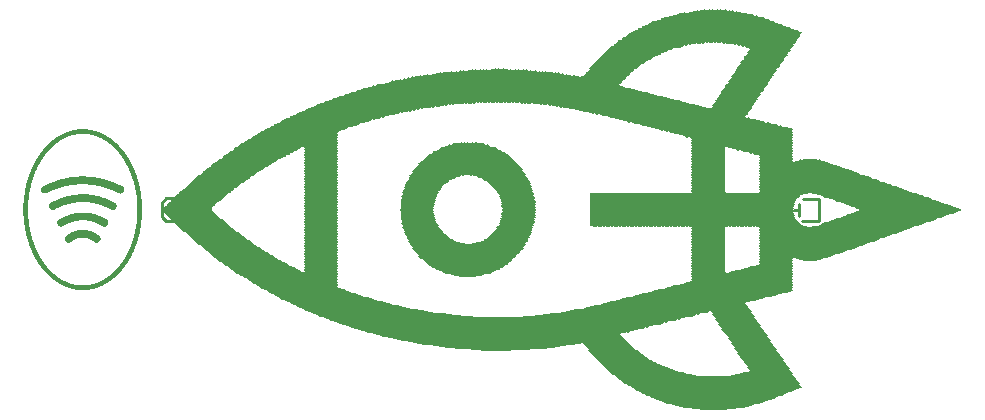
<source format=gbo>
G04*
G04 #@! TF.GenerationSoftware,Altium Limited,Altium Designer,20.2.6 (244)*
G04*
G04 Layer_Color=32896*
%FSLAX43Y43*%
%MOMM*%
G71*
G04*
G04 #@! TF.SameCoordinates,EC15BF54-4284-41A4-B97D-D3D31D67AEB8*
G04*
G04*
G04 #@! TF.FilePolarity,Positive*
G04*
G01*
G75*
%ADD11C,0.254*%
G36*
X63725Y43815D02*
X63793Y43883D01*
X63861Y43815D01*
X63928Y43883D01*
X63996Y43815D01*
X64063Y43883D01*
X64131Y43815D01*
X64198Y43883D01*
X64334Y43748D01*
X64401Y43815D01*
X64469Y43748D01*
X64536Y43815D01*
X64604Y43748D01*
X64671Y43815D01*
X64807Y43680D01*
X64874Y43748D01*
X64942Y43680D01*
X65009Y43748D01*
X65144Y43612D01*
X65212Y43680D01*
X65280Y43612D01*
X65347Y43680D01*
X65482Y43545D01*
X65550Y43612D01*
X65617Y43545D01*
X65685Y43612D01*
X65820Y43477D01*
X65888Y43545D01*
X66023Y43410D01*
X66090Y43477D01*
X66158Y43410D01*
X66226Y43477D01*
X66361Y43342D01*
X66428Y43410D01*
X66563Y43275D01*
X66631Y43342D01*
X66766Y43207D01*
X66834Y43275D01*
X66969Y43139D01*
X67036Y43207D01*
X67172Y43072D01*
X67239Y43139D01*
X67374Y43004D01*
X67442Y43072D01*
X67577Y42937D01*
X67645Y43004D01*
X67847Y42802D01*
X67915Y42869D01*
X68050Y42734D01*
X68118Y42802D01*
X68253Y42667D01*
X68320Y42734D01*
X68523Y42531D01*
X68591Y42599D01*
X68726Y42464D01*
X68793Y42531D01*
X68928Y42396D01*
X68996Y42464D01*
X69199Y42261D01*
X69266Y42329D01*
X69401Y42194D01*
X69469Y42261D01*
X69604Y42126D01*
X69672Y42194D01*
X69874Y41991D01*
X69942Y42058D01*
X70009Y41991D01*
X69942Y41923D01*
X69874Y41856D01*
X69807Y41788D01*
X69874Y41721D01*
X69807Y41653D01*
X69739Y41585D01*
X69672Y41518D01*
X69604Y41450D01*
X69536Y41383D01*
X69604Y41315D01*
X69536Y41248D01*
X69469Y41180D01*
X69401Y41112D01*
X69334Y41045D01*
X69266Y40977D01*
X69334Y40910D01*
X69266Y40842D01*
X69199Y40775D01*
X69131Y40707D01*
X69063Y40639D01*
X68996Y40572D01*
X69063Y40504D01*
X68996Y40437D01*
X68928Y40369D01*
X68861Y40302D01*
X68793Y40234D01*
X68726Y40166D01*
X68793Y40099D01*
X68726Y40031D01*
X68658Y39964D01*
X68591Y39896D01*
X68523Y39829D01*
X68455Y39761D01*
X68523Y39693D01*
X68455Y39626D01*
X68388Y39558D01*
X68320Y39491D01*
X68253Y39423D01*
X68185Y39356D01*
X68118Y39288D01*
X68185Y39220D01*
X68118Y39153D01*
X68050Y39085D01*
X67982Y39018D01*
X67915Y38950D01*
X67847Y38883D01*
X67915Y38815D01*
X67847Y38747D01*
X67780Y38680D01*
X67712Y38612D01*
X67645Y38545D01*
X67577Y38477D01*
X67645Y38410D01*
X67577Y38342D01*
X67509Y38274D01*
X67442Y38207D01*
X67374Y38139D01*
X67307Y38072D01*
X67374Y38004D01*
X67307Y37937D01*
X67239Y37869D01*
X67172Y37801D01*
X67104Y37734D01*
X67036Y37666D01*
X67104Y37599D01*
X67036Y37531D01*
X66969Y37464D01*
X66901Y37396D01*
X66834Y37328D01*
X66766Y37261D01*
X66834Y37193D01*
X66766Y37126D01*
X66699Y37058D01*
X66631Y36991D01*
X66563Y36923D01*
X66496Y36855D01*
X66563Y36788D01*
X66496Y36720D01*
X66428Y36653D01*
X66361Y36585D01*
X66293Y36518D01*
X66226Y36450D01*
X66293Y36382D01*
X66226Y36315D01*
X66158Y36247D01*
X66090Y36180D01*
X66023Y36112D01*
X65955Y36045D01*
X66023Y35977D01*
X65955Y35909D01*
X65888Y35842D01*
X65820Y35774D01*
X65753Y35707D01*
X65685Y35639D01*
X65753Y35572D01*
X65685Y35504D01*
X65617Y35436D01*
X65550Y35369D01*
X65482Y35301D01*
X65415Y35234D01*
X65482Y35166D01*
X65415Y35099D01*
X65347Y35031D01*
X65280Y34963D01*
X65212Y34896D01*
X65347Y34761D01*
X65415Y34828D01*
X65482Y34761D01*
X65550Y34828D01*
X65685Y34693D01*
X65753Y34761D01*
X65888Y34626D01*
X65955Y34693D01*
X66023Y34626D01*
X66090Y34693D01*
X66226Y34558D01*
X66293Y34626D01*
X66428Y34490D01*
X66496Y34558D01*
X66563Y34490D01*
X66631Y34558D01*
X66766Y34423D01*
X66834Y34490D01*
X66969Y34355D01*
X67036Y34423D01*
X67104Y34355D01*
X67172Y34423D01*
X67307Y34288D01*
X67374Y34355D01*
X67509Y34220D01*
X67577Y34288D01*
X67645Y34220D01*
X67712Y34288D01*
X67847Y34153D01*
X67915Y34220D01*
X68050Y34085D01*
X68118Y34153D01*
X68185Y34085D01*
X68253Y34153D01*
X68388Y34017D01*
X68455Y34085D01*
X68591Y33950D01*
X68658Y34017D01*
X68726Y33950D01*
X68793Y34017D01*
X68928Y33882D01*
X68996Y33950D01*
X69131Y33815D01*
X69199Y33882D01*
X69266Y33815D01*
X69199Y33747D01*
X69266Y33680D01*
X69199Y33612D01*
X69266Y33544D01*
X69199Y33477D01*
X69266Y33409D01*
X69199Y33342D01*
X69266Y33274D01*
X69199Y33207D01*
X69266Y33139D01*
X69199Y33071D01*
X69266Y33004D01*
X69199Y32936D01*
X69266Y32869D01*
X69199Y32801D01*
X69266Y32734D01*
X69199Y32666D01*
X69266Y32598D01*
X69199Y32531D01*
X69266Y32463D01*
X69199Y32396D01*
X69266Y32328D01*
X69199Y32261D01*
X69266Y32193D01*
X69199Y32125D01*
X69266Y32058D01*
X69199Y31990D01*
X69266Y31923D01*
X69199Y31855D01*
X69266Y31788D01*
X69199Y31720D01*
X69266Y31652D01*
X69199Y31585D01*
X69266Y31517D01*
X69199Y31450D01*
X69266Y31382D01*
X69199Y31315D01*
X69266Y31247D01*
X69199Y31179D01*
X69334Y31044D01*
X69401Y31112D01*
X69469Y31044D01*
X69536Y31112D01*
X69604Y31179D01*
X69672Y31112D01*
X69739Y31179D01*
X69807Y31247D01*
X69874Y31179D01*
X69942Y31247D01*
X70009Y31179D01*
X70077Y31247D01*
X70145Y31179D01*
X70212Y31247D01*
X70280Y31315D01*
X70347Y31247D01*
X70415Y31315D01*
X70482Y31247D01*
X70550Y31315D01*
X70618Y31247D01*
X70685Y31315D01*
X70753Y31247D01*
X70820Y31315D01*
X70888Y31247D01*
X70955Y31315D01*
X71023Y31247D01*
X71091Y31315D01*
X71158Y31247D01*
X71226Y31315D01*
X71361Y31179D01*
X71428Y31247D01*
X71496Y31179D01*
X71564Y31247D01*
X71699Y31112D01*
X71766Y31179D01*
X71901Y31044D01*
X71969Y31112D01*
X72104Y30977D01*
X72172Y31044D01*
X72307Y30909D01*
X72374Y30977D01*
X72510Y30842D01*
X72577Y30909D01*
X72712Y30774D01*
X72780Y30842D01*
X72915Y30706D01*
X72983Y30774D01*
X73118Y30639D01*
X73185Y30706D01*
X73320Y30571D01*
X73388Y30639D01*
X73523Y30504D01*
X73591Y30571D01*
X73726Y30436D01*
X73793Y30504D01*
X73929Y30369D01*
X73996Y30436D01*
X74131Y30301D01*
X74199Y30369D01*
X74334Y30233D01*
X74402Y30301D01*
X74537Y30166D01*
X74604Y30233D01*
X74807Y30031D01*
X74875Y30098D01*
X75010Y29963D01*
X75077Y30031D01*
X75212Y29896D01*
X75280Y29963D01*
X75415Y29828D01*
X75483Y29896D01*
X75618Y29760D01*
X75685Y29828D01*
X75821Y29693D01*
X75888Y29760D01*
X76023Y29625D01*
X76091Y29693D01*
X76226Y29558D01*
X76294Y29625D01*
X76496Y29423D01*
X76564Y29490D01*
X76699Y29355D01*
X76767Y29423D01*
X76902Y29287D01*
X76969Y29355D01*
X77104Y29220D01*
X77172Y29287D01*
X77307Y29152D01*
X77375Y29220D01*
X77510Y29085D01*
X77577Y29152D01*
X77713Y29017D01*
X77780Y29085D01*
X77915Y28950D01*
X77983Y29017D01*
X78118Y28882D01*
X78186Y28950D01*
X78321Y28814D01*
X78388Y28882D01*
X78591Y28679D01*
X78659Y28747D01*
X78794Y28612D01*
X78861Y28679D01*
X78996Y28544D01*
X79064Y28612D01*
X79199Y28477D01*
X79267Y28544D01*
X79402Y28409D01*
X79469Y28477D01*
X79605Y28341D01*
X79672Y28409D01*
X79807Y28274D01*
X79875Y28341D01*
X80010Y28206D01*
X80078Y28274D01*
X80213Y28139D01*
X80280Y28206D01*
X80415Y28071D01*
X80483Y28139D01*
X80618Y28004D01*
X80686Y28071D01*
X80821Y27936D01*
X80888Y28004D01*
X81091Y27801D01*
X81159Y27868D01*
X81294Y27733D01*
X81361Y27801D01*
X81497Y27666D01*
X81564Y27733D01*
X81699Y27598D01*
X81767Y27666D01*
X81902Y27531D01*
X81970Y27598D01*
X82105Y27463D01*
X82172Y27531D01*
X82307Y27395D01*
X82375Y27463D01*
X82510Y27328D01*
X82578Y27395D01*
X82713Y27260D01*
X82780Y27328D01*
X82916Y27193D01*
X82983Y27260D01*
X83118Y27125D01*
X83186Y27193D01*
X83389Y26990D01*
X83456Y27058D01*
X83524Y26990D01*
X83456Y26922D01*
X83389Y26855D01*
X83321Y26922D01*
X83253Y26855D01*
X83186Y26787D01*
X83118Y26855D01*
X83051Y26787D01*
X82983Y26720D01*
X82916Y26787D01*
X82848Y26720D01*
X82780Y26652D01*
X82713Y26720D01*
X82645Y26652D01*
X82578Y26585D01*
X82510Y26652D01*
X82443Y26585D01*
X82375Y26517D01*
X82307Y26585D01*
X82240Y26517D01*
X82172Y26449D01*
X82105Y26517D01*
X82037Y26449D01*
X81970Y26382D01*
X81902Y26449D01*
X81834Y26382D01*
X81767Y26314D01*
X81699Y26382D01*
X81632Y26314D01*
X81564Y26247D01*
X81497Y26314D01*
X81429Y26247D01*
X81361Y26179D01*
X81294Y26112D01*
X81226Y26179D01*
X81159Y26112D01*
X81091Y26044D01*
X81024Y26112D01*
X80956Y26044D01*
X80888Y25976D01*
X80821Y26044D01*
X80753Y25976D01*
X80686Y25909D01*
X80618Y25976D01*
X80551Y25909D01*
X80483Y25841D01*
X80415Y25909D01*
X80348Y25841D01*
X80280Y25774D01*
X80213Y25841D01*
X80145Y25774D01*
X80078Y25706D01*
X80010Y25774D01*
X79942Y25706D01*
X79875Y25639D01*
X79807Y25706D01*
X79740Y25639D01*
X79672Y25571D01*
X79605Y25639D01*
X79537Y25571D01*
X79469Y25503D01*
X79402Y25571D01*
X79334Y25503D01*
X79267Y25436D01*
X79199Y25503D01*
X79132Y25436D01*
X79064Y25368D01*
X78996Y25436D01*
X78929Y25368D01*
X78861Y25301D01*
X78794Y25233D01*
X78726Y25301D01*
X78659Y25233D01*
X78591Y25166D01*
X78523Y25233D01*
X78456Y25166D01*
X78388Y25098D01*
X78321Y25166D01*
X78253Y25098D01*
X78186Y25030D01*
X78118Y25098D01*
X78050Y25030D01*
X77983Y24963D01*
X77915Y25030D01*
X77848Y24963D01*
X77780Y24895D01*
X77713Y24963D01*
X77645Y24895D01*
X77577Y24828D01*
X77510Y24895D01*
X77442Y24828D01*
X77375Y24760D01*
X77307Y24828D01*
X77240Y24760D01*
X77172Y24693D01*
X77104Y24760D01*
X77037Y24693D01*
X76969Y24625D01*
X76902Y24693D01*
X76834Y24625D01*
X76767Y24557D01*
X76699Y24625D01*
X76631Y24557D01*
X76564Y24490D01*
X76496Y24422D01*
X76429Y24490D01*
X76361Y24422D01*
X76294Y24355D01*
X76226Y24422D01*
X76158Y24355D01*
X76091Y24287D01*
X76023Y24355D01*
X75956Y24287D01*
X75888Y24220D01*
X75821Y24287D01*
X75753Y24220D01*
X75685Y24152D01*
X75618Y24220D01*
X75550Y24152D01*
X75483Y24084D01*
X75415Y24152D01*
X75348Y24084D01*
X75280Y24017D01*
X75212Y24084D01*
X75145Y24017D01*
X75077Y23949D01*
X75010Y24017D01*
X74942Y23949D01*
X74875Y23882D01*
X74807Y23814D01*
X74739Y23882D01*
X74672Y23814D01*
X74604Y23747D01*
X74537Y23814D01*
X74469Y23747D01*
X74402Y23679D01*
X74334Y23747D01*
X74266Y23679D01*
X74199Y23611D01*
X74131Y23679D01*
X74064Y23611D01*
X73996Y23544D01*
X73929Y23611D01*
X73861Y23544D01*
X73793Y23476D01*
X73726Y23544D01*
X73658Y23476D01*
X73591Y23409D01*
X73523Y23476D01*
X73456Y23409D01*
X73388Y23341D01*
X73320Y23409D01*
X73253Y23341D01*
X73185Y23274D01*
X73118Y23341D01*
X73050Y23274D01*
X72983Y23206D01*
X72915Y23274D01*
X72847Y23206D01*
X72780Y23138D01*
X72712Y23206D01*
X72645Y23138D01*
X72577Y23071D01*
X72510Y23138D01*
X72442Y23071D01*
X72374Y23003D01*
X72307Y23071D01*
X72239Y23003D01*
X72172Y22936D01*
X72104Y23003D01*
X72037Y22936D01*
X71969Y22868D01*
X71901Y22936D01*
X71834Y22868D01*
X71766Y22801D01*
X71699Y22868D01*
X71631Y22801D01*
X71564Y22733D01*
X71496Y22801D01*
X71428Y22733D01*
X71361Y22801D01*
X71293Y22733D01*
X71226Y22665D01*
X71158Y22733D01*
X71091Y22665D01*
X71023Y22733D01*
X70955Y22665D01*
X70888Y22733D01*
X70820Y22665D01*
X70753Y22733D01*
X70685Y22665D01*
X70618Y22733D01*
X70550Y22665D01*
X70482Y22733D01*
X70415Y22665D01*
X70347Y22733D01*
X70280Y22665D01*
X70212Y22733D01*
X70145Y22665D01*
X70009Y22801D01*
X69942Y22733D01*
X69874Y22801D01*
X69807Y22733D01*
X69672Y22868D01*
X69604Y22801D01*
X69469Y22936D01*
X69401Y22868D01*
X69334Y22936D01*
X69266Y22868D01*
X69199Y22801D01*
X69266Y22733D01*
X69199Y22665D01*
X69266Y22598D01*
X69199Y22530D01*
X69266Y22463D01*
X69199Y22395D01*
X69266Y22328D01*
X69199Y22260D01*
X69266Y22192D01*
X69199Y22125D01*
X69266Y22057D01*
X69199Y21990D01*
X69266Y21922D01*
X69199Y21855D01*
X69266Y21787D01*
X69199Y21719D01*
X69266Y21652D01*
X69199Y21584D01*
X69266Y21517D01*
X69199Y21449D01*
X69266Y21382D01*
X69199Y21314D01*
X69266Y21246D01*
X69199Y21179D01*
X69266Y21111D01*
X69199Y21044D01*
X69266Y20976D01*
X69199Y20909D01*
X69266Y20841D01*
X69199Y20773D01*
X69266Y20706D01*
X69199Y20638D01*
X69266Y20571D01*
X69199Y20503D01*
X69266Y20436D01*
X69199Y20368D01*
X69266Y20300D01*
X69199Y20233D01*
X69266Y20165D01*
X69199Y20098D01*
X69131Y20165D01*
X69063Y20098D01*
X68996Y20030D01*
X68928Y20098D01*
X68861Y20030D01*
X68793Y19963D01*
X68726Y20030D01*
X68658Y19963D01*
X68591Y20030D01*
X68523Y19963D01*
X68455Y19895D01*
X68388Y19963D01*
X68320Y19895D01*
X68253Y19827D01*
X68185Y19895D01*
X68118Y19827D01*
X68050Y19895D01*
X67982Y19827D01*
X67915Y19760D01*
X67847Y19827D01*
X67780Y19760D01*
X67712Y19692D01*
X67645Y19760D01*
X67577Y19692D01*
X67509Y19760D01*
X67442Y19692D01*
X67374Y19625D01*
X67307Y19692D01*
X67239Y19625D01*
X67172Y19557D01*
X67104Y19625D01*
X67036Y19557D01*
X66969Y19625D01*
X66901Y19557D01*
X66834Y19490D01*
X66766Y19557D01*
X66699Y19490D01*
X66631Y19422D01*
X66563Y19490D01*
X66496Y19422D01*
X66428Y19490D01*
X66361Y19422D01*
X66293Y19354D01*
X66226Y19422D01*
X66158Y19354D01*
X66090Y19287D01*
X66023Y19354D01*
X65955Y19287D01*
X65888Y19354D01*
X65820Y19287D01*
X65753Y19219D01*
X65685Y19287D01*
X65617Y19219D01*
X65550Y19152D01*
X65482Y19219D01*
X65415Y19152D01*
X65347Y19219D01*
X65280Y19152D01*
X65212Y19084D01*
X65482Y18814D01*
X65415Y18746D01*
X65753Y18408D01*
X65685Y18341D01*
X66023Y18003D01*
X65955Y17935D01*
X66293Y17598D01*
X66226Y17530D01*
X66563Y17192D01*
X66496Y17125D01*
X66834Y16787D01*
X66766Y16719D01*
X67104Y16381D01*
X67036Y16314D01*
X67374Y15976D01*
X67307Y15908D01*
X67645Y15570D01*
X67577Y15503D01*
X67915Y15165D01*
X67847Y15097D01*
X68185Y14760D01*
X68118Y14692D01*
X68455Y14354D01*
X68388Y14287D01*
X68726Y13949D01*
X68658Y13881D01*
X68996Y13543D01*
X68928Y13476D01*
X69266Y13138D01*
X69199Y13070D01*
X69536Y12733D01*
X69469Y12665D01*
X69807Y12327D01*
X69739Y12260D01*
X70009Y11989D01*
X69942Y11922D01*
X69874Y11989D01*
X69807Y11922D01*
X69739Y11854D01*
X69672Y11786D01*
X69604Y11854D01*
X69536Y11786D01*
X69469Y11719D01*
X69401Y11786D01*
X69334Y11719D01*
X69266Y11651D01*
X69199Y11719D01*
X69131Y11651D01*
X69063Y11584D01*
X68996Y11516D01*
X68928Y11584D01*
X68861Y11516D01*
X68793Y11449D01*
X68726Y11516D01*
X68658Y11449D01*
X68591Y11381D01*
X68523Y11449D01*
X68455Y11381D01*
X68388Y11314D01*
X68320Y11246D01*
X68253Y11314D01*
X68185Y11246D01*
X68118Y11178D01*
X68050Y11246D01*
X67982Y11178D01*
X67915Y11111D01*
X67847Y11178D01*
X67780Y11111D01*
X67712Y11043D01*
X67645Y10976D01*
X67577Y11043D01*
X67509Y10976D01*
X67442Y10908D01*
X67374Y10976D01*
X67307Y10908D01*
X67239Y10841D01*
X67172Y10908D01*
X67104Y10841D01*
X67036Y10773D01*
X66969Y10841D01*
X66901Y10773D01*
X66834Y10705D01*
X66766Y10773D01*
X66699Y10705D01*
X66631Y10638D01*
X66563Y10705D01*
X66496Y10638D01*
X66428Y10570D01*
X66361Y10638D01*
X66293Y10570D01*
X66226Y10503D01*
X66158Y10570D01*
X66090Y10503D01*
X66023Y10570D01*
X65955Y10503D01*
X65888Y10435D01*
X65820Y10503D01*
X65753Y10435D01*
X65685Y10368D01*
X65617Y10435D01*
X65550Y10368D01*
X65482Y10300D01*
X65415Y10368D01*
X65347Y10300D01*
X65280Y10368D01*
X65212Y10300D01*
X65144Y10232D01*
X65077Y10300D01*
X65009Y10232D01*
X64942Y10300D01*
X64874Y10232D01*
X64807Y10300D01*
X64739Y10232D01*
X64671Y10165D01*
X64604Y10232D01*
X64536Y10165D01*
X64469Y10232D01*
X64401Y10165D01*
X64334Y10097D01*
X64266Y10165D01*
X64198Y10097D01*
X64131Y10165D01*
X64063Y10097D01*
X63996Y10165D01*
X63928Y10097D01*
X63861Y10165D01*
X63793Y10097D01*
X63725Y10165D01*
X63658Y10097D01*
X63590Y10030D01*
X63523Y10097D01*
X63455Y10030D01*
X63388Y10097D01*
X63320Y10030D01*
X63252Y10097D01*
X63185Y10030D01*
X63117Y10097D01*
X63050Y10030D01*
X62982Y10097D01*
X62915Y10030D01*
X62847Y10097D01*
X62779Y10030D01*
X62712Y10097D01*
X62644Y10030D01*
X62577Y10097D01*
X62509Y10030D01*
X62442Y10097D01*
X62374Y10030D01*
X62306Y10097D01*
X62239Y10030D01*
X62171Y10097D01*
X62104Y10030D01*
X62036Y10097D01*
X61969Y10030D01*
X61901Y10097D01*
X61833Y10030D01*
X61766Y10097D01*
X61698Y10030D01*
X61631Y10097D01*
X61563Y10030D01*
X61496Y10097D01*
X61428Y10030D01*
X61293Y10165D01*
X61225Y10097D01*
X61158Y10165D01*
X61090Y10097D01*
X61023Y10165D01*
X60955Y10097D01*
X60887Y10165D01*
X60820Y10097D01*
X60685Y10232D01*
X60617Y10165D01*
X60550Y10232D01*
X60482Y10165D01*
X60414Y10232D01*
X60347Y10165D01*
X60212Y10300D01*
X60144Y10232D01*
X60077Y10300D01*
X60009Y10232D01*
X59874Y10368D01*
X59806Y10300D01*
X59739Y10368D01*
X59671Y10300D01*
X59536Y10435D01*
X59468Y10368D01*
X59401Y10435D01*
X59333Y10368D01*
X59198Y10503D01*
X59131Y10435D01*
X58995Y10570D01*
X58928Y10503D01*
X58860Y10570D01*
X58793Y10503D01*
X58658Y10638D01*
X58590Y10570D01*
X58455Y10705D01*
X58387Y10638D01*
X58252Y10773D01*
X58185Y10705D01*
X58049Y10841D01*
X57982Y10773D01*
X57847Y10908D01*
X57779Y10841D01*
X57576Y11043D01*
X57509Y10976D01*
X57374Y11111D01*
X57306Y11043D01*
X57103Y11246D01*
X57036Y11178D01*
X56901Y11314D01*
X56833Y11246D01*
X56630Y11449D01*
X56563Y11381D01*
X56360Y11584D01*
X56293Y11516D01*
X56090Y11719D01*
X56022Y11651D01*
X55752Y11922D01*
X55684Y11854D01*
X55414Y12124D01*
X55347Y12057D01*
X55076Y12327D01*
X55009Y12260D01*
X54671Y12597D01*
X54603Y12530D01*
X54063Y13070D01*
X53995Y13003D01*
X51900Y15097D01*
X51968Y15165D01*
X51360Y15773D01*
X51292Y15706D01*
X51225Y15638D01*
X51157Y15706D01*
X51090Y15638D01*
X51022Y15706D01*
X50954Y15638D01*
X50887Y15706D01*
X50819Y15638D01*
X50752Y15570D01*
X50684Y15638D01*
X50617Y15570D01*
X50549Y15638D01*
X50481Y15570D01*
X50414Y15638D01*
X50346Y15570D01*
X50279Y15503D01*
X50211Y15570D01*
X50144Y15503D01*
X50076Y15570D01*
X50008Y15503D01*
X49941Y15435D01*
X49873Y15503D01*
X49806Y15435D01*
X49738Y15503D01*
X49671Y15435D01*
X49603Y15503D01*
X49535Y15435D01*
X49468Y15368D01*
X49400Y15435D01*
X49333Y15368D01*
X49265Y15435D01*
X49198Y15368D01*
X49130Y15435D01*
X49062Y15368D01*
X48995Y15300D01*
X48927Y15368D01*
X48860Y15300D01*
X48792Y15368D01*
X48725Y15300D01*
X48657Y15368D01*
X48589Y15300D01*
X48522Y15368D01*
X48454Y15300D01*
X48387Y15233D01*
X48319Y15300D01*
X48252Y15233D01*
X48184Y15300D01*
X48116Y15233D01*
X48049Y15300D01*
X47981Y15233D01*
X47914Y15300D01*
X47846Y15233D01*
X47779Y15300D01*
X47711Y15233D01*
X47643Y15165D01*
X47576Y15233D01*
X47508Y15165D01*
X47441Y15233D01*
X47373Y15165D01*
X47306Y15233D01*
X47238Y15165D01*
X47170Y15233D01*
X47103Y15165D01*
X47035Y15233D01*
X46968Y15165D01*
X46900Y15097D01*
X46833Y15165D01*
X46765Y15097D01*
X46697Y15165D01*
X46630Y15097D01*
X46562Y15165D01*
X46495Y15097D01*
X46427Y15165D01*
X46360Y15097D01*
X46292Y15165D01*
X46224Y15097D01*
X46157Y15165D01*
X46089Y15097D01*
X46022Y15165D01*
X45954Y15097D01*
X45887Y15165D01*
X45819Y15097D01*
X45751Y15165D01*
X45684Y15097D01*
X45616Y15165D01*
X45549Y15097D01*
X45481Y15165D01*
X45414Y15097D01*
X45346Y15030D01*
X45278Y15097D01*
X45211Y15030D01*
X45143Y15097D01*
X45076Y15030D01*
X45008Y15097D01*
X44941Y15030D01*
X44873Y15097D01*
X44805Y15030D01*
X44738Y15097D01*
X44670Y15030D01*
X44603Y15097D01*
X44535Y15030D01*
X44468Y15097D01*
X44400Y15030D01*
X44332Y15097D01*
X44265Y15030D01*
X44197Y15097D01*
X44130Y15030D01*
X44062Y15097D01*
X43995Y15030D01*
X43927Y15097D01*
X43859Y15030D01*
X43792Y15097D01*
X43724Y15030D01*
X43657Y15097D01*
X43589Y15030D01*
X43522Y15097D01*
X43454Y15030D01*
X43386Y15097D01*
X43319Y15030D01*
X43251Y15097D01*
X43184Y15030D01*
X43116Y15097D01*
X43049Y15030D01*
X42981Y15097D01*
X42913Y15030D01*
X42778Y15165D01*
X42711Y15097D01*
X42643Y15165D01*
X42576Y15097D01*
X42508Y15165D01*
X42440Y15097D01*
X42373Y15165D01*
X42305Y15097D01*
X42238Y15165D01*
X42170Y15097D01*
X42103Y15165D01*
X42035Y15097D01*
X41900Y15233D01*
X41832Y15165D01*
X41765Y15233D01*
X41697Y15165D01*
X41630Y15233D01*
X41562Y15165D01*
X41427Y15300D01*
X41359Y15233D01*
X41292Y15300D01*
X41224Y15233D01*
X41157Y15300D01*
X41089Y15233D01*
X41021Y15300D01*
X40954Y15233D01*
X40886Y15300D01*
X40819Y15233D01*
X40751Y15300D01*
X40684Y15233D01*
X40548Y15368D01*
X40481Y15300D01*
X40413Y15368D01*
X40346Y15300D01*
X40278Y15368D01*
X40211Y15300D01*
X40143Y15368D01*
X40076Y15300D01*
X40008Y15368D01*
X39940Y15300D01*
X39873Y15368D01*
X39805Y15300D01*
X39670Y15435D01*
X39603Y15368D01*
X39535Y15435D01*
X39467Y15368D01*
X39400Y15435D01*
X39332Y15368D01*
X39197Y15503D01*
X39130Y15435D01*
X39062Y15503D01*
X38994Y15435D01*
X38927Y15503D01*
X38859Y15435D01*
X38724Y15570D01*
X38657Y15503D01*
X38589Y15570D01*
X38521Y15503D01*
X38454Y15570D01*
X38386Y15503D01*
X38251Y15638D01*
X38184Y15570D01*
X38116Y15638D01*
X38048Y15570D01*
X37981Y15638D01*
X37913Y15570D01*
X37778Y15706D01*
X37711Y15638D01*
X37643Y15706D01*
X37575Y15638D01*
X37508Y15706D01*
X37440Y15638D01*
X37305Y15773D01*
X37238Y15706D01*
X37170Y15773D01*
X37102Y15706D01*
X36967Y15841D01*
X36900Y15773D01*
X36832Y15841D01*
X36765Y15773D01*
X36629Y15908D01*
X36562Y15841D01*
X36494Y15908D01*
X36427Y15841D01*
X36292Y15976D01*
X36224Y15908D01*
X36156Y15976D01*
X36089Y15908D01*
X35954Y16043D01*
X35886Y15976D01*
X35819Y16043D01*
X35751Y15976D01*
X35616Y16111D01*
X35548Y16043D01*
X35481Y16111D01*
X35413Y16043D01*
X35278Y16179D01*
X35210Y16111D01*
X35143Y16179D01*
X35075Y16111D01*
X34940Y16246D01*
X34873Y16179D01*
X34805Y16246D01*
X34737Y16179D01*
X34602Y16314D01*
X34535Y16246D01*
X34400Y16381D01*
X34332Y16314D01*
X34197Y16449D01*
X34129Y16381D01*
X34062Y16449D01*
X33994Y16381D01*
X33859Y16516D01*
X33791Y16449D01*
X33656Y16584D01*
X33589Y16516D01*
X33521Y16584D01*
X33454Y16516D01*
X33318Y16652D01*
X33251Y16584D01*
X33116Y16719D01*
X33048Y16652D01*
X32913Y16787D01*
X32845Y16719D01*
X32778Y16787D01*
X32710Y16719D01*
X32575Y16854D01*
X32508Y16787D01*
X32372Y16922D01*
X32305Y16854D01*
X32170Y16989D01*
X32102Y16922D01*
X31967Y17057D01*
X31899Y16989D01*
X31764Y17125D01*
X31697Y17057D01*
X31562Y17192D01*
X31494Y17125D01*
X31359Y17260D01*
X31291Y17192D01*
X31156Y17327D01*
X31089Y17260D01*
X30953Y17395D01*
X30886Y17327D01*
X30751Y17462D01*
X30683Y17395D01*
X30548Y17530D01*
X30480Y17462D01*
X30345Y17598D01*
X30278Y17530D01*
X30143Y17665D01*
X30075Y17598D01*
X29872Y17800D01*
X29805Y17733D01*
X29670Y17868D01*
X29602Y17800D01*
X29467Y17935D01*
X29399Y17868D01*
X29264Y18003D01*
X29197Y17935D01*
X28994Y18138D01*
X28926Y18071D01*
X28791Y18206D01*
X28724Y18138D01*
X28588Y18273D01*
X28521Y18206D01*
X28318Y18408D01*
X28251Y18341D01*
X28115Y18476D01*
X28048Y18408D01*
X27845Y18611D01*
X27778Y18544D01*
X27575Y18746D01*
X27507Y18679D01*
X27372Y18814D01*
X27305Y18746D01*
X27102Y18949D01*
X27034Y18881D01*
X26832Y19084D01*
X26764Y19017D01*
X26561Y19219D01*
X26494Y19152D01*
X26359Y19287D01*
X26291Y19219D01*
X26088Y19422D01*
X26021Y19354D01*
X25750Y19625D01*
X25683Y19557D01*
X25480Y19760D01*
X25413Y19692D01*
X25210Y19895D01*
X25142Y19827D01*
X24940Y20030D01*
X24872Y19963D01*
X24602Y20233D01*
X24534Y20165D01*
X24331Y20368D01*
X24264Y20300D01*
X23994Y20571D01*
X23926Y20503D01*
X23656Y20773D01*
X23588Y20706D01*
X23318Y20976D01*
X23250Y20909D01*
X22912Y21246D01*
X22845Y21179D01*
X22575Y21449D01*
X22507Y21382D01*
X22237Y21652D01*
X22169Y21584D01*
X21764Y21990D01*
X21696Y21922D01*
X21291Y22328D01*
X21223Y22260D01*
X20818Y22665D01*
X20750Y22598D01*
X20345Y23003D01*
X20277Y22936D01*
X19669Y23544D01*
X19601Y23476D01*
X18993Y24084D01*
X18926Y24017D01*
X17777Y25166D01*
X17709Y25098D01*
X15817Y26990D01*
X15885Y27058D01*
X15953Y27125D01*
X16020Y27193D01*
X16088Y27260D01*
X16155Y27328D01*
X16223Y27395D01*
X16290Y27463D01*
X16358Y27531D01*
X16426Y27598D01*
X16493Y27666D01*
X16561Y27733D01*
X16628Y27801D01*
X16696Y27868D01*
X16763Y27936D01*
X16831Y28004D01*
X16899Y28071D01*
X16966Y28139D01*
X17034Y28206D01*
X17101Y28274D01*
X17169Y28341D01*
X17236Y28409D01*
X17304Y28477D01*
X17372Y28544D01*
X17439Y28612D01*
X17507Y28679D01*
X17574Y28747D01*
X17642Y28814D01*
X17709Y28747D01*
X17777Y28814D01*
X17845Y28882D01*
X17912Y28950D01*
X17980Y29017D01*
X18047Y29085D01*
X18115Y29152D01*
X18182Y29220D01*
X18250Y29287D01*
X18318Y29355D01*
X18385Y29423D01*
X18453Y29490D01*
X18520Y29558D01*
X18588Y29625D01*
X18655Y29693D01*
X18723Y29760D01*
X18791Y29828D01*
X18858Y29896D01*
X18926Y29828D01*
X18993Y29896D01*
X19061Y29963D01*
X19128Y30031D01*
X19196Y30098D01*
X19264Y30166D01*
X19331Y30233D01*
X19399Y30301D01*
X19466Y30369D01*
X19534Y30436D01*
X19601Y30504D01*
X19669Y30436D01*
X19737Y30504D01*
X19804Y30571D01*
X19872Y30639D01*
X19939Y30706D01*
X20007Y30774D01*
X20074Y30842D01*
X20142Y30909D01*
X20210Y30977D01*
X20277Y31044D01*
X20345Y30977D01*
X20412Y31044D01*
X20480Y31112D01*
X20547Y31179D01*
X20615Y31247D01*
X20683Y31315D01*
X20750Y31382D01*
X20818Y31315D01*
X20885Y31382D01*
X20953Y31450D01*
X21020Y31517D01*
X21088Y31585D01*
X21156Y31652D01*
X21223Y31720D01*
X21291Y31652D01*
X21358Y31720D01*
X21426Y31788D01*
X21493Y31855D01*
X21561Y31923D01*
X21629Y31990D01*
X21696Y32058D01*
X21764Y31990D01*
X21831Y32058D01*
X21899Y32125D01*
X21966Y32193D01*
X22034Y32261D01*
X22102Y32328D01*
X22169Y32261D01*
X22237Y32328D01*
X22304Y32396D01*
X22372Y32463D01*
X22439Y32531D01*
X22507Y32598D01*
X22575Y32531D01*
X22642Y32598D01*
X22710Y32666D01*
X22777Y32734D01*
X22845Y32801D01*
X22912Y32734D01*
X22980Y32801D01*
X23048Y32869D01*
X23115Y32936D01*
X23183Y33004D01*
X23250Y32936D01*
X23318Y33004D01*
X23385Y33071D01*
X23453Y33139D01*
X23521Y33207D01*
X23588Y33139D01*
X23656Y33207D01*
X23723Y33274D01*
X23791Y33342D01*
X23858Y33409D01*
X23926Y33477D01*
X23994Y33409D01*
X24061Y33477D01*
X24129Y33544D01*
X24196Y33612D01*
X24264Y33680D01*
X24331Y33612D01*
X24399Y33680D01*
X24467Y33747D01*
X24534Y33815D01*
X24602Y33747D01*
X24669Y33815D01*
X24737Y33882D01*
X24804Y33950D01*
X24872Y33882D01*
X24940Y33950D01*
X25007Y34017D01*
X25075Y34085D01*
X25142Y34153D01*
X25210Y34085D01*
X25277Y34153D01*
X25345Y34220D01*
X25413Y34288D01*
X25480Y34220D01*
X25548Y34288D01*
X25615Y34355D01*
X25683Y34423D01*
X25750Y34355D01*
X25818Y34423D01*
X25886Y34490D01*
X25953Y34558D01*
X26021Y34490D01*
X26088Y34558D01*
X26156Y34626D01*
X26223Y34693D01*
X26291Y34761D01*
X26359Y34693D01*
X26426Y34761D01*
X26494Y34828D01*
X26561Y34761D01*
X26629Y34828D01*
X26696Y34896D01*
X26764Y34963D01*
X26832Y34896D01*
X26899Y34963D01*
X26967Y35031D01*
X27034Y35099D01*
X27102Y35031D01*
X27169Y35099D01*
X27237Y35166D01*
X27305Y35099D01*
X27372Y35166D01*
X27440Y35234D01*
X27507Y35301D01*
X27575Y35234D01*
X27642Y35301D01*
X27710Y35369D01*
X27778Y35436D01*
X27845Y35369D01*
X27913Y35436D01*
X27980Y35504D01*
X28048Y35436D01*
X28115Y35504D01*
X28183Y35572D01*
X28251Y35639D01*
X28318Y35572D01*
X28386Y35639D01*
X28453Y35707D01*
X28521Y35774D01*
X28588Y35707D01*
X28656Y35774D01*
X28724Y35842D01*
X28791Y35774D01*
X28859Y35842D01*
X28926Y35909D01*
X28994Y35842D01*
X29061Y35909D01*
X29129Y35977D01*
X29197Y36045D01*
X29264Y35977D01*
X29332Y36045D01*
X29399Y36112D01*
X29467Y36045D01*
X29534Y36112D01*
X29602Y36180D01*
X29670Y36112D01*
X29737Y36180D01*
X29805Y36247D01*
X29872Y36180D01*
X29940Y36247D01*
X30007Y36315D01*
X30075Y36382D01*
X30143Y36315D01*
X30210Y36382D01*
X30278Y36450D01*
X30345Y36382D01*
X30413Y36450D01*
X30480Y36518D01*
X30548Y36450D01*
X30616Y36518D01*
X30683Y36585D01*
X30751Y36518D01*
X30818Y36585D01*
X30886Y36653D01*
X30953Y36585D01*
X31021Y36653D01*
X31089Y36720D01*
X31156Y36653D01*
X31224Y36720D01*
X31291Y36788D01*
X31359Y36720D01*
X31426Y36788D01*
X31494Y36855D01*
X31562Y36788D01*
X31629Y36855D01*
X31697Y36923D01*
X31764Y36855D01*
X31832Y36923D01*
X31899Y36991D01*
X31967Y36923D01*
X32035Y36991D01*
X32102Y37058D01*
X32170Y36991D01*
X32237Y37058D01*
X32305Y37126D01*
X32372Y37058D01*
X32440Y37126D01*
X32508Y37193D01*
X32575Y37126D01*
X32643Y37193D01*
X32710Y37261D01*
X32778Y37193D01*
X32845Y37261D01*
X32913Y37328D01*
X32981Y37261D01*
X33048Y37328D01*
X33116Y37261D01*
X33183Y37328D01*
X33251Y37396D01*
X33318Y37328D01*
X33386Y37396D01*
X33454Y37464D01*
X33521Y37396D01*
X33589Y37464D01*
X33656Y37531D01*
X33724Y37464D01*
X33791Y37531D01*
X33859Y37464D01*
X33927Y37531D01*
X33994Y37599D01*
X34062Y37531D01*
X34129Y37599D01*
X34197Y37666D01*
X34264Y37599D01*
X34332Y37666D01*
X34400Y37599D01*
X34467Y37666D01*
X34535Y37734D01*
X34602Y37666D01*
X34670Y37734D01*
X34737Y37801D01*
X34805Y37734D01*
X34873Y37801D01*
X34940Y37734D01*
X35008Y37801D01*
X35075Y37869D01*
X35143Y37801D01*
X35210Y37869D01*
X35278Y37937D01*
X35346Y37869D01*
X35413Y37937D01*
X35481Y37869D01*
X35548Y37937D01*
X35616Y38004D01*
X35683Y37937D01*
X35751Y38004D01*
X35819Y37937D01*
X35886Y38004D01*
X35954Y38072D01*
X36021Y38004D01*
X36089Y38072D01*
X36156Y38004D01*
X36224Y38072D01*
X36292Y38139D01*
X36359Y38072D01*
X36427Y38139D01*
X36494Y38072D01*
X36562Y38139D01*
X36629Y38207D01*
X36697Y38139D01*
X36765Y38207D01*
X36832Y38139D01*
X36900Y38207D01*
X36967Y38274D01*
X37035Y38207D01*
X37102Y38274D01*
X37170Y38207D01*
X37238Y38274D01*
X37305Y38342D01*
X37373Y38274D01*
X37440Y38342D01*
X37508Y38274D01*
X37575Y38342D01*
X37643Y38410D01*
X37711Y38342D01*
X37778Y38410D01*
X37846Y38342D01*
X37913Y38410D01*
X37981Y38342D01*
X38048Y38410D01*
X38116Y38477D01*
X38184Y38410D01*
X38251Y38477D01*
X38319Y38410D01*
X38386Y38477D01*
X38454Y38410D01*
X38521Y38477D01*
X38589Y38410D01*
X38657Y38477D01*
X38724Y38545D01*
X38792Y38477D01*
X38859Y38545D01*
X38927Y38477D01*
X38994Y38545D01*
X39062Y38477D01*
X39130Y38545D01*
X39197Y38612D01*
X39265Y38545D01*
X39332Y38612D01*
X39400Y38545D01*
X39467Y38612D01*
X39535Y38545D01*
X39603Y38612D01*
X39670Y38680D01*
X39738Y38612D01*
X39805Y38680D01*
X39873Y38612D01*
X39940Y38680D01*
X40008Y38612D01*
X40076Y38680D01*
X40143Y38612D01*
X40211Y38680D01*
X40278Y38747D01*
X40346Y38680D01*
X40413Y38747D01*
X40481Y38680D01*
X40548Y38747D01*
X40616Y38680D01*
X40684Y38747D01*
X40751Y38680D01*
X40819Y38747D01*
X40886Y38680D01*
X40954Y38747D01*
X41021Y38815D01*
X41089Y38747D01*
X41157Y38815D01*
X41224Y38747D01*
X41292Y38815D01*
X41359Y38747D01*
X41427Y38815D01*
X41494Y38747D01*
X41562Y38815D01*
X41630Y38747D01*
X41697Y38815D01*
X41765Y38747D01*
X41832Y38815D01*
X41900Y38883D01*
X41967Y38815D01*
X42035Y38883D01*
X42103Y38815D01*
X42170Y38883D01*
X42238Y38815D01*
X42305Y38883D01*
X42373Y38815D01*
X42440Y38883D01*
X42508Y38815D01*
X42576Y38883D01*
X42643Y38815D01*
X42711Y38883D01*
X42778Y38815D01*
X42846Y38883D01*
X42913Y38815D01*
X42981Y38883D01*
X43049Y38815D01*
X43116Y38883D01*
X43184Y38815D01*
X43251Y38883D01*
X43319Y38815D01*
X43386Y38883D01*
X43454Y38815D01*
X43522Y38883D01*
X43589Y38815D01*
X43657Y38883D01*
X43724Y38815D01*
X43792Y38883D01*
X43859Y38950D01*
X43927Y38883D01*
X43995Y38950D01*
X44062Y38883D01*
X44130Y38950D01*
X44197Y38883D01*
X44265Y38950D01*
X44332Y38883D01*
X44400Y38950D01*
X44468Y38883D01*
X44535Y38950D01*
X44603Y38883D01*
X44670Y38950D01*
X44738Y38883D01*
X44805Y38950D01*
X44873Y38883D01*
X44941Y38950D01*
X45076Y38815D01*
X45143Y38883D01*
X45211Y38815D01*
X45278Y38883D01*
X45346Y38815D01*
X45414Y38883D01*
X45481Y38815D01*
X45549Y38883D01*
X45616Y38815D01*
X45684Y38883D01*
X45751Y38815D01*
X45819Y38883D01*
X45887Y38815D01*
X45954Y38883D01*
X46022Y38815D01*
X46089Y38883D01*
X46157Y38815D01*
X46224Y38883D01*
X46292Y38815D01*
X46360Y38883D01*
X46427Y38815D01*
X46495Y38883D01*
X46562Y38815D01*
X46630Y38883D01*
X46697Y38815D01*
X46765Y38883D01*
X46900Y38747D01*
X46968Y38815D01*
X47035Y38747D01*
X47103Y38815D01*
X47170Y38747D01*
X47238Y38815D01*
X47306Y38747D01*
X47373Y38815D01*
X47441Y38747D01*
X47508Y38815D01*
X47643Y38680D01*
X47711Y38747D01*
X47779Y38680D01*
X47846Y38747D01*
X47914Y38680D01*
X47981Y38747D01*
X48049Y38680D01*
X48116Y38747D01*
X48184Y38680D01*
X48252Y38747D01*
X48387Y38612D01*
X48454Y38680D01*
X48522Y38612D01*
X48589Y38680D01*
X48657Y38612D01*
X48725Y38680D01*
X48792Y38612D01*
X48860Y38680D01*
X48995Y38545D01*
X49062Y38612D01*
X49130Y38545D01*
X49198Y38612D01*
X49265Y38545D01*
X49333Y38612D01*
X49400Y38545D01*
X49468Y38612D01*
X49603Y38477D01*
X49671Y38545D01*
X49738Y38477D01*
X49806Y38545D01*
X49941Y38410D01*
X50008Y38477D01*
X50076Y38410D01*
X50144Y38477D01*
X50211Y38410D01*
X50279Y38477D01*
X50414Y38342D01*
X50481Y38410D01*
X50549Y38342D01*
X50617Y38410D01*
X50684Y38342D01*
X50752Y38410D01*
X50887Y38274D01*
X50954Y38342D01*
X51022Y38274D01*
X51090Y38342D01*
X51225Y38207D01*
X51292Y38274D01*
X51360Y38207D01*
X51427Y38274D01*
X51495Y38342D01*
X51563Y38410D01*
X51630Y38477D01*
X51698Y38545D01*
X51765Y38612D01*
X51833Y38680D01*
X51900Y38747D01*
X51968Y38815D01*
X52036Y38883D01*
X51968Y38950D01*
X52036Y39018D01*
X52103Y39085D01*
X52171Y39153D01*
X52238Y39220D01*
X52306Y39288D01*
X52373Y39356D01*
X52441Y39423D01*
X52509Y39491D01*
X52576Y39558D01*
X52644Y39626D01*
X52711Y39693D01*
X52779Y39761D01*
X52846Y39829D01*
X52914Y39896D01*
X52982Y39964D01*
X53049Y40031D01*
X53117Y40099D01*
X53184Y40166D01*
X53252Y40234D01*
X53319Y40302D01*
X53387Y40369D01*
X53455Y40437D01*
X53522Y40504D01*
X53590Y40572D01*
X53657Y40639D01*
X53725Y40707D01*
X53792Y40775D01*
X53860Y40842D01*
X53928Y40910D01*
X53995Y40842D01*
X54063Y40910D01*
X54130Y40977D01*
X54198Y41045D01*
X54265Y41112D01*
X54333Y41180D01*
X54401Y41248D01*
X54468Y41315D01*
X54536Y41383D01*
X54603Y41315D01*
X54671Y41383D01*
X54738Y41450D01*
X54806Y41518D01*
X54874Y41585D01*
X54941Y41653D01*
X55009Y41585D01*
X55076Y41653D01*
X55144Y41721D01*
X55211Y41788D01*
X55279Y41856D01*
X55347Y41923D01*
X55414Y41856D01*
X55482Y41923D01*
X55549Y41991D01*
X55617Y42058D01*
X55684Y42126D01*
X55752Y42058D01*
X55820Y42126D01*
X55887Y42194D01*
X55955Y42261D01*
X56022Y42194D01*
X56090Y42261D01*
X56157Y42329D01*
X56225Y42396D01*
X56293Y42464D01*
X56360Y42396D01*
X56428Y42464D01*
X56495Y42531D01*
X56563Y42599D01*
X56630Y42531D01*
X56698Y42599D01*
X56766Y42667D01*
X56833Y42734D01*
X56901Y42667D01*
X56968Y42734D01*
X57036Y42802D01*
X57103Y42734D01*
X57171Y42802D01*
X57239Y42869D01*
X57306Y42937D01*
X57374Y42869D01*
X57441Y42937D01*
X57509Y43004D01*
X57576Y42937D01*
X57644Y43004D01*
X57712Y43072D01*
X57779Y43004D01*
X57847Y43072D01*
X57914Y43139D01*
X57982Y43072D01*
X58049Y43139D01*
X58117Y43207D01*
X58185Y43275D01*
X58252Y43207D01*
X58320Y43275D01*
X58387Y43342D01*
X58455Y43275D01*
X58522Y43342D01*
X58590Y43410D01*
X58658Y43342D01*
X58725Y43410D01*
X58793Y43342D01*
X58860Y43410D01*
X58928Y43477D01*
X58995Y43410D01*
X59063Y43477D01*
X59131Y43545D01*
X59198Y43477D01*
X59266Y43545D01*
X59333Y43477D01*
X59401Y43545D01*
X59468Y43612D01*
X59536Y43545D01*
X59604Y43612D01*
X59671Y43680D01*
X59739Y43612D01*
X59806Y43680D01*
X59874Y43612D01*
X59941Y43680D01*
X60009Y43748D01*
X60077Y43680D01*
X60144Y43748D01*
X60212Y43680D01*
X60279Y43748D01*
X60347Y43680D01*
X60414Y43748D01*
X60482Y43815D01*
X60550Y43748D01*
X60617Y43815D01*
X60685Y43748D01*
X60752Y43815D01*
X60820Y43883D01*
X60887Y43815D01*
X60955Y43883D01*
X61023Y43815D01*
X61090Y43883D01*
X61158Y43815D01*
X61225Y43883D01*
X61293Y43815D01*
X61360Y43883D01*
X61428Y43815D01*
X61496Y43883D01*
X61563Y43950D01*
X61631Y43883D01*
X61698Y43950D01*
X61766Y43883D01*
X61833Y43950D01*
X61901Y43883D01*
X61969Y43950D01*
X62036Y43883D01*
X62104Y43950D01*
X62171Y43883D01*
X62239Y43950D01*
X62306Y43883D01*
X62374Y43950D01*
X62442Y43883D01*
X62509Y43950D01*
X62577Y43883D01*
X62644Y43950D01*
X62712Y43883D01*
X62779Y43950D01*
X62847Y43883D01*
X62915Y43950D01*
X62982Y43883D01*
X63050Y43950D01*
X63117Y43883D01*
X63185Y43950D01*
X63252Y43883D01*
X63320Y43950D01*
X63388Y43883D01*
X63455Y43950D01*
X63523Y43883D01*
X63590Y43950D01*
X63725Y43815D01*
D02*
G37*
G36*
X9429Y33779D02*
X9592D01*
Y33761D01*
X9719D01*
Y33743D01*
X9828D01*
Y33725D01*
X9918D01*
Y33707D01*
X9937Y33707D01*
X9973D01*
X9991Y33707D01*
Y33689D01*
X10063D01*
Y33670D01*
X10136D01*
Y33652D01*
X10209D01*
Y33634D01*
X10263D01*
Y33616D01*
X10317D01*
Y33598D01*
X10372D01*
X10372Y33580D01*
X10426D01*
Y33562D01*
X10444Y33562D01*
X10462Y33562D01*
Y33544D01*
X10517D01*
Y33525D01*
X10553D01*
Y33507D01*
X10607D01*
Y33489D01*
X10644D01*
Y33471D01*
X10680D01*
Y33453D01*
X10734D01*
Y33435D01*
X10752D01*
X10771Y33435D01*
Y33417D01*
X10807D01*
Y33399D01*
X10825D01*
X10843Y33399D01*
Y33380D01*
X10879D01*
Y33362D01*
X10916D01*
X10916Y33344D01*
X10952D01*
Y33326D01*
X10970D01*
Y33308D01*
X11006D01*
Y33290D01*
X11042D01*
Y33272D01*
X11079D01*
Y33253D01*
X11115D01*
Y33235D01*
X11133D01*
Y33217D01*
X11169D01*
Y33199D01*
X11206D01*
X11206Y33181D01*
X11224D01*
Y33163D01*
X11260D01*
Y33145D01*
X11296D01*
Y33127D01*
X11314D01*
Y33108D01*
X11351D01*
Y33090D01*
X11369D01*
Y33072D01*
X11387D01*
X11405Y33072D01*
Y33054D01*
X11423D01*
X11423Y33036D01*
X11441D01*
Y33018D01*
X11478D01*
Y33000D01*
X11496D01*
Y32982D01*
X11532D01*
X11532Y32945D01*
X11568D01*
Y32927D01*
X11586D01*
Y32909D01*
X11604Y32909D01*
X11623D01*
Y32891D01*
X11641D01*
Y32873D01*
X11659Y32873D01*
Y32855D01*
X11695D01*
Y32837D01*
X11713Y32837D01*
Y32800D01*
X11749D01*
Y32782D01*
X11768D01*
X11768Y32764D01*
X11804D01*
Y32746D01*
X11822Y32746D01*
Y32728D01*
X11840D01*
Y32710D01*
X11858D01*
Y32692D01*
X11876D01*
Y32673D01*
X11894D01*
Y32655D01*
X11913D01*
X11913Y32637D01*
X11931D01*
Y32619D01*
X11967D01*
Y32601D01*
X11985D01*
Y32583D01*
X12003D01*
Y32565D01*
X12021Y32565D01*
Y32546D01*
X12040Y32546D01*
Y32528D01*
X12058D01*
Y32510D01*
X12076Y32510D01*
Y32492D01*
X12094D01*
Y32474D01*
X12112D01*
Y32456D01*
X12130Y32456D01*
Y32438D01*
X12148D01*
X12148Y32420D01*
X12166D01*
Y32401D01*
X12185D01*
Y32383D01*
X12203D01*
Y32365D01*
X12221D01*
Y32329D01*
X12239D01*
X12239Y32311D01*
X12257D01*
Y32293D01*
X12275D01*
X12275Y32275D01*
X12293D01*
Y32256D01*
X12311D01*
Y32238D01*
X12330D01*
Y32220D01*
X12348Y32220D01*
Y32202D01*
X12366D01*
Y32184D01*
X12384D01*
Y32148D01*
X12402D01*
Y32130D01*
X12420D01*
Y32111D01*
X12438D01*
Y32093D01*
X12456D01*
Y32075D01*
X12475D01*
Y32039D01*
X12493D01*
Y32021D01*
X12511Y32021D01*
Y32003D01*
X12529D01*
Y31984D01*
X12547D01*
Y31948D01*
X12565D01*
Y31930D01*
X12583D01*
Y31912D01*
X12602D01*
Y31894D01*
X12620D01*
Y31858D01*
X12638D01*
Y31839D01*
X12656Y31839D01*
Y31803D01*
X12674Y31803D01*
Y31785D01*
X12692D01*
Y31767D01*
X12710Y31767D01*
Y31731D01*
X12728Y31731D01*
Y31713D01*
X12747D01*
Y31694D01*
X12765Y31694D01*
Y31658D01*
X12783D01*
Y31640D01*
X12801D01*
Y31604D01*
X12819D01*
Y31586D01*
X12837D01*
Y31549D01*
X12855D01*
Y31531D01*
X12873D01*
X12873Y31495D01*
X12892Y31495D01*
Y31477D01*
X12910D01*
Y31441D01*
X12928D01*
Y31422D01*
X12946D01*
Y31386D01*
X12964D01*
Y31368D01*
X12982D01*
Y31332D01*
X13000D01*
Y31296D01*
X13018D01*
Y31277D01*
X13037D01*
Y31241D01*
X13055Y31241D01*
X13055Y31205D01*
X13073Y31205D01*
Y31169D01*
X13091D01*
X13091Y31151D01*
X13109D01*
Y31114D01*
X13127D01*
Y31078D01*
X13145D01*
Y31042D01*
X13164D01*
Y31006D01*
X13182D01*
Y30969D01*
X13200D01*
Y30951D01*
X13218D01*
Y30915D01*
X13236D01*
Y30879D01*
X13254D01*
Y30842D01*
X13272Y30842D01*
Y30806D01*
X13290D01*
X13290Y30770D01*
X13309D01*
Y30734D01*
X13327D01*
Y30697D01*
X13345D01*
Y30661D01*
X13363Y30661D01*
Y30607D01*
X13381D01*
X13381Y30570D01*
X13399D01*
Y30534D01*
X13417D01*
Y30498D01*
X13435D01*
X13435Y30462D01*
X13454D01*
Y30407D01*
X13472D01*
Y30371D01*
X13490D01*
Y30317D01*
X13508D01*
Y30280D01*
X13526Y30280D01*
Y30226D01*
X13544D01*
Y30190D01*
X13562D01*
Y30135D01*
X13580D01*
Y30099D01*
X13599D01*
Y30045D01*
X13617D01*
X13617Y29990D01*
X13635D01*
X13635Y29954D01*
X13653D01*
Y29900D01*
X13671D01*
Y29845D01*
X13689Y29845D01*
Y29791D01*
X13707D01*
Y29718D01*
X13726D01*
Y29664D01*
X13744D01*
Y29610D01*
X13762D01*
Y29555D01*
X13780D01*
Y29483D01*
X13798D01*
Y29446D01*
X13816D01*
Y29374D01*
X13834D01*
Y29301D01*
X13852D01*
Y29247D01*
X13871D01*
Y29175D01*
X13889D01*
Y29102D01*
X13907D01*
X13907Y29011D01*
X13925D01*
Y28921D01*
X13943D01*
Y28848D01*
X13961D01*
Y28758D01*
X13979D01*
Y28667D01*
X13997D01*
Y28558D01*
X14016Y28558D01*
Y28449D01*
X14034Y28449D01*
Y28322D01*
X14052D01*
X14052Y28196D01*
X14070D01*
Y28051D01*
X14088D01*
Y27887D01*
X14106D01*
Y27670D01*
X14124D01*
Y27325D01*
X14142D01*
Y26655D01*
X14124D01*
Y26310D01*
X14106D01*
X14106Y26093D01*
X14088Y26093D01*
Y25929D01*
X14070D01*
Y25784D01*
X14052D01*
Y25658D01*
X14034D01*
Y25531D01*
X14016D01*
Y25422D01*
X13997D01*
Y25313D01*
X13979D01*
Y25222D01*
X13961D01*
Y25132D01*
X13943D01*
Y25059D01*
X13925D01*
Y24969D01*
X13907D01*
Y24896D01*
X13889D01*
Y24805D01*
X13871D01*
Y24733D01*
X13852D01*
Y24679D01*
X13834D01*
Y24606D01*
X13816D01*
Y24534D01*
X13798D01*
Y24497D01*
X13780D01*
Y24425D01*
X13762D01*
Y24370D01*
X13744D01*
Y24316D01*
X13726D01*
X13726Y24262D01*
X13707D01*
Y24189D01*
X13689D01*
Y24135D01*
X13671D01*
Y24080D01*
X13653D01*
Y24026D01*
X13635D01*
Y23990D01*
X13617D01*
Y23935D01*
X13599D01*
Y23881D01*
X13580D01*
Y23845D01*
X13562D01*
Y23790D01*
X13544D01*
Y23754D01*
X13526D01*
Y23700D01*
X13508D01*
Y23663D01*
X13490D01*
Y23609D01*
X13472D01*
Y23573D01*
X13454D01*
Y23536D01*
X13435D01*
Y23482D01*
X13417D01*
Y23446D01*
X13399D01*
X13399Y23410D01*
X13381D01*
X13381Y23373D01*
X13363D01*
X13363Y23319D01*
X13345D01*
Y23283D01*
X13327D01*
Y23246D01*
X13309D01*
Y23210D01*
X13290D01*
Y23174D01*
X13272D01*
Y23138D01*
X13254D01*
Y23101D01*
X13236D01*
Y23065D01*
X13218D01*
Y23029D01*
X13200D01*
Y22993D01*
X13182Y22993D01*
Y22974D01*
X13164D01*
Y22938D01*
X13145D01*
Y22902D01*
X13127D01*
Y22866D01*
X13109D01*
Y22829D01*
X13091D01*
Y22811D01*
X13073D01*
Y22775D01*
X13055D01*
Y22739D01*
X13037D01*
Y22703D01*
X13018D01*
Y22684D01*
X13000Y22684D01*
Y22648D01*
X12982D01*
Y22612D01*
X12964D01*
Y22594D01*
X12946D01*
Y22558D01*
X12928D01*
Y22539D01*
X12910D01*
Y22503D01*
X12892Y22503D01*
Y22485D01*
X12873D01*
Y22449D01*
X12855D01*
Y22431D01*
X12837D01*
X12837Y22394D01*
X12819D01*
Y22376D01*
X12801D01*
Y22340D01*
X12783D01*
Y22322D01*
X12765D01*
Y22286D01*
X12747D01*
Y22267D01*
X12728D01*
Y22249D01*
X12710D01*
Y22213D01*
X12692Y22213D01*
Y22195D01*
X12674D01*
Y22177D01*
X12656Y22177D01*
Y22141D01*
X12638D01*
Y22122D01*
X12620D01*
Y22086D01*
X12602D01*
Y22068D01*
X12583D01*
X12583Y22050D01*
X12565D01*
Y22032D01*
X12547D01*
X12547Y21996D01*
X12529D01*
Y21977D01*
X12511D01*
Y21959D01*
X12493D01*
Y21941D01*
X12475D01*
Y21905D01*
X12456D01*
Y21887D01*
X12438D01*
Y21869D01*
X12420D01*
Y21851D01*
X12402D01*
Y21832D01*
X12384D01*
Y21796D01*
X12366D01*
Y21778D01*
X12348D01*
Y21760D01*
X12330D01*
Y21742D01*
X12311D01*
Y21724D01*
X12293D01*
Y21705D01*
X12275D01*
Y21687D01*
X12257D01*
Y21669D01*
X12239D01*
Y21633D01*
X12221D01*
Y21615D01*
X12203D01*
Y21597D01*
X12185D01*
Y21579D01*
X12166D01*
Y21560D01*
X12148D01*
Y21542D01*
X12130Y21542D01*
Y21524D01*
X12112D01*
Y21506D01*
X12094Y21506D01*
Y21488D01*
X12076D01*
Y21470D01*
X12058D01*
X12058Y21452D01*
X12040D01*
Y21434D01*
X12021D01*
X12021Y21415D01*
X12003D01*
X12003Y21397D01*
X11985D01*
Y21379D01*
X11967D01*
Y21361D01*
X11949Y21361D01*
X11931Y21361D01*
Y21343D01*
X11913D01*
Y21325D01*
X11894Y21325D01*
Y21307D01*
X11876D01*
Y21289D01*
X11858D01*
Y21270D01*
X11840D01*
Y21252D01*
X11822D01*
Y21234D01*
X11804D01*
Y21216D01*
X11768D01*
Y21198D01*
X11749D01*
X11749Y21180D01*
X11713D01*
Y21143D01*
X11695D01*
Y21125D01*
X11659D01*
Y21107D01*
X11641D01*
Y21089D01*
X11623D01*
Y21071D01*
X11586D01*
Y21053D01*
X11568D01*
Y21035D01*
X11532D01*
Y20998D01*
X11496D01*
X11496Y20980D01*
X11478D01*
Y20962D01*
X11441D01*
Y20944D01*
X11405D01*
Y20908D01*
X11369D01*
Y20890D01*
X11351Y20890D01*
X11333D01*
Y20872D01*
X11314D01*
Y20853D01*
X11278D01*
Y20835D01*
X11260D01*
Y20817D01*
X11224D01*
Y20799D01*
X11206Y20799D01*
Y20781D01*
X11169D01*
Y20763D01*
X11133D01*
Y20745D01*
X11097D01*
Y20727D01*
X11079D01*
Y20708D01*
X11042D01*
Y20690D01*
X11006D01*
Y20672D01*
X10988D01*
Y20654D01*
X10952D01*
Y20636D01*
X10916D01*
Y20618D01*
X10879D01*
Y20600D01*
X10843D01*
Y20581D01*
X10807D01*
Y20563D01*
X10771D01*
Y20545D01*
X10734D01*
Y20527D01*
X10680D01*
Y20509D01*
X10662D01*
X10644Y20509D01*
Y20491D01*
X10625D01*
X10607Y20491D01*
Y20473D01*
X10553D01*
Y20455D01*
X10517D01*
Y20436D01*
X10462D01*
Y20418D01*
X10426D01*
Y20400D01*
X10372D01*
Y20382D01*
X10317D01*
Y20364D01*
X10263D01*
Y20346D01*
X10209D01*
Y20328D01*
X10118D01*
Y20310D01*
X10063D01*
Y20291D01*
X9991D01*
Y20273D01*
X9973Y20273D01*
X9937D01*
X9918Y20273D01*
Y20255D01*
X9900D01*
X9882Y20255D01*
X9846D01*
X9828Y20255D01*
Y20237D01*
X9773D01*
X9755Y20237D01*
X9737Y20237D01*
X9719D01*
Y20219D01*
X9610D01*
Y20201D01*
X9483D01*
X9465Y20201D01*
X9447Y20201D01*
Y20183D01*
X8794D01*
Y20201D01*
X8631D01*
Y20219D01*
X8504D01*
Y20237D01*
X8468D01*
X8450Y20237D01*
X8432Y20237D01*
X8414Y20237D01*
Y20255D01*
X8396D01*
X8378Y20255D01*
X8359Y20255D01*
X8323D01*
Y20273D01*
X8305D01*
X8287Y20273D01*
X8269Y20273D01*
X8251D01*
Y20291D01*
X8160D01*
X8160Y20310D01*
X8142D01*
X8124Y20310D01*
X8106Y20310D01*
Y20328D01*
X8033D01*
Y20346D01*
X7979D01*
Y20364D01*
X7924D01*
Y20382D01*
X7870D01*
Y20400D01*
X7816D01*
Y20418D01*
X7761D01*
Y20436D01*
X7707D01*
Y20455D01*
X7689Y20455D01*
X7670D01*
Y20473D01*
X7634D01*
Y20491D01*
X7580D01*
Y20509D01*
X7562Y20509D01*
X7544Y20509D01*
Y20527D01*
X7507D01*
Y20545D01*
X7471D01*
Y20563D01*
X7435D01*
Y20581D01*
X7399D01*
Y20600D01*
X7362D01*
Y20618D01*
X7326D01*
Y20636D01*
X7290D01*
Y20654D01*
X7254D01*
Y20672D01*
X7217D01*
Y20690D01*
X7199Y20690D01*
X7181Y20690D01*
Y20708D01*
X7145D01*
X7145Y20727D01*
X7127D01*
Y20745D01*
X7090D01*
Y20763D01*
X7054D01*
Y20781D01*
X7036D01*
Y20799D01*
X7018D01*
X7000Y20799D01*
Y20817D01*
X6982D01*
Y20835D01*
X6963D01*
X6945Y20835D01*
Y20853D01*
X6927D01*
Y20872D01*
X6891D01*
Y20890D01*
X6873D01*
Y20908D01*
X6837D01*
X6837Y20926D01*
X6818D01*
Y20944D01*
X6800D01*
X6800Y20962D01*
X6764D01*
Y20980D01*
X6728D01*
Y21017D01*
X6692D01*
Y21035D01*
X6655D01*
Y21071D01*
X6619D01*
Y21089D01*
X6583D01*
Y21107D01*
X6565D01*
Y21125D01*
X6547D01*
Y21143D01*
X6528D01*
Y21162D01*
X6492D01*
Y21180D01*
X6474D01*
Y21198D01*
X6456D01*
Y21216D01*
X6438D01*
Y21234D01*
X6420D01*
Y21252D01*
X6401D01*
Y21270D01*
X6365D01*
Y21289D01*
X6347D01*
Y21307D01*
X6329D01*
Y21325D01*
X6311D01*
Y21343D01*
X6293D01*
Y21361D01*
X6275D01*
X6275Y21379D01*
X6256D01*
Y21397D01*
X6238D01*
Y21415D01*
X6220D01*
Y21434D01*
X6202D01*
Y21452D01*
X6184D01*
Y21470D01*
X6166D01*
Y21488D01*
X6148D01*
Y21506D01*
X6130D01*
Y21524D01*
X6111D01*
Y21542D01*
X6093D01*
Y21560D01*
X6075D01*
Y21579D01*
X6057D01*
Y21597D01*
X6039D01*
Y21615D01*
X6021D01*
Y21633D01*
X6003D01*
Y21651D01*
X5985D01*
Y21669D01*
X5966D01*
Y21687D01*
X5948D01*
Y21705D01*
X5930D01*
Y21724D01*
X5912D01*
Y21760D01*
X5894D01*
Y21778D01*
X5876D01*
Y21796D01*
X5858D01*
Y21814D01*
X5839D01*
Y21832D01*
X5821D01*
Y21851D01*
X5803D01*
Y21869D01*
X5785Y21869D01*
Y21905D01*
X5767Y21905D01*
Y21923D01*
X5749D01*
Y21941D01*
X5731D01*
Y21959D01*
X5713D01*
Y21996D01*
X5694D01*
Y22014D01*
X5676D01*
Y22032D01*
X5658D01*
X5658Y22068D01*
X5640D01*
Y22086D01*
X5622D01*
Y22104D01*
X5604D01*
Y22122D01*
X5586D01*
Y22159D01*
X5568D01*
Y22177D01*
X5549D01*
Y22213D01*
X5531D01*
Y22231D01*
X5513D01*
Y22249D01*
X5495D01*
Y22286D01*
X5477D01*
X5477Y22304D01*
X5459D01*
X5459Y22340D01*
X5441D01*
X5441Y22358D01*
X5423D01*
X5423Y22376D01*
X5404D01*
Y22413D01*
X5386D01*
Y22431D01*
X5368D01*
Y22467D01*
X5350D01*
Y22485D01*
X5332D01*
Y22521D01*
X5314D01*
Y22539D01*
X5296D01*
Y22576D01*
X5278D01*
Y22612D01*
X5259D01*
Y22630D01*
X5241D01*
Y22666D01*
X5223D01*
Y22703D01*
X5205Y22703D01*
Y22721D01*
X5187D01*
Y22757D01*
X5169D01*
Y22793D01*
X5151D01*
Y22811D01*
X5132D01*
Y22848D01*
X5114D01*
Y22884D01*
X5096D01*
X5096Y22920D01*
X5078D01*
Y22956D01*
X5060D01*
Y22974D01*
X5042D01*
Y23011D01*
X5024Y23011D01*
Y23047D01*
X5006D01*
Y23083D01*
X4987D01*
X4987Y23120D01*
X4969D01*
Y23156D01*
X4951D01*
Y23192D01*
X4933D01*
Y23228D01*
X4915D01*
Y23265D01*
X4897Y23265D01*
X4897Y23301D01*
X4879D01*
Y23337D01*
X4861D01*
Y23391D01*
X4842D01*
Y23428D01*
X4824D01*
Y23464D01*
X4806D01*
Y23500D01*
X4788D01*
Y23555D01*
X4770D01*
Y23591D01*
X4752D01*
Y23627D01*
X4734D01*
Y23682D01*
X4716D01*
Y23718D01*
X4697D01*
Y23772D01*
X4679Y23772D01*
Y23808D01*
X4661D01*
Y23863D01*
X4643D01*
Y23917D01*
X4625D01*
Y23953D01*
X4607D01*
Y24008D01*
X4589D01*
X4589Y24062D01*
X4570D01*
Y24117D01*
X4552D01*
Y24171D01*
X4534Y24171D01*
Y24225D01*
X4516D01*
X4516Y24280D01*
X4498D01*
Y24334D01*
X4480D01*
Y24389D01*
X4462D01*
X4462Y24461D01*
X4444D01*
Y24515D01*
X4425D01*
Y24570D01*
X4407D01*
Y24642D01*
X4389D01*
Y24697D01*
X4371D01*
Y24787D01*
X4353D01*
Y24860D01*
X4335D01*
Y24932D01*
X4317D01*
Y25005D01*
X4299D01*
Y25096D01*
X4280D01*
Y25186D01*
X4262D01*
Y25277D01*
X4244D01*
Y25367D01*
X4226D01*
Y25476D01*
X4208Y25476D01*
Y25585D01*
X4190D01*
Y25712D01*
X4172D01*
Y25839D01*
X4154D01*
Y26002D01*
X4135D01*
Y26183D01*
X4117D01*
Y26455D01*
X4099D01*
X4099Y27525D01*
X4117D01*
Y27797D01*
X4135D01*
Y27978D01*
X4154D01*
Y28141D01*
X4172D01*
Y28268D01*
X4190Y28268D01*
Y28395D01*
X4208D01*
Y28504D01*
X4226D01*
Y28613D01*
X4244D01*
Y28703D01*
X4262D01*
Y28794D01*
X4280D01*
Y28884D01*
X4299D01*
Y28975D01*
X4317Y28975D01*
Y29048D01*
X4335D01*
Y29138D01*
X4353D01*
Y29211D01*
X4371D01*
Y29283D01*
X4389D01*
Y29338D01*
X4407D01*
Y29410D01*
X4425D01*
Y29465D01*
X4444D01*
Y29519D01*
X4462D01*
Y29591D01*
X4480D01*
Y29646D01*
X4498D01*
Y29700D01*
X4516D01*
Y29755D01*
X4534Y29755D01*
Y29809D01*
X4552Y29809D01*
Y29863D01*
X4570D01*
Y29918D01*
X4589D01*
Y29972D01*
X4607D01*
X4607Y30027D01*
X4625D01*
X4625Y30063D01*
X4643D01*
Y30117D01*
X4661D01*
Y30172D01*
X4679D01*
Y30208D01*
X4697D01*
Y30262D01*
X4716D01*
Y30299D01*
X4734D01*
Y30353D01*
X4752D01*
Y30389D01*
X4770Y30389D01*
Y30425D01*
X4788D01*
Y30480D01*
X4806D01*
X4806Y30516D01*
X4824D01*
Y30552D01*
X4842D01*
X4842Y30589D01*
X4861D01*
Y30643D01*
X4879D01*
Y30679D01*
X4897Y30679D01*
Y30715D01*
X4915D01*
X4915Y30752D01*
X4933D01*
Y30788D01*
X4951D01*
Y30824D01*
X4969D01*
Y30860D01*
X4987D01*
Y30897D01*
X5006D01*
Y30933D01*
X5024D01*
Y30969D01*
X5042D01*
Y31006D01*
X5060D01*
Y31024D01*
X5078D01*
Y31060D01*
X5096D01*
Y31096D01*
X5114D01*
Y31132D01*
X5132D01*
X5132Y31169D01*
X5151D01*
Y31187D01*
X5169Y31187D01*
Y31223D01*
X5187D01*
Y31259D01*
X5205D01*
Y31277D01*
X5223D01*
Y31314D01*
X5241D01*
Y31350D01*
X5259D01*
Y31368D01*
X5278Y31368D01*
Y31404D01*
X5296D01*
Y31441D01*
X5314D01*
Y31459D01*
X5332D01*
Y31495D01*
X5350Y31495D01*
Y31513D01*
X5368D01*
Y31549D01*
X5386D01*
Y31568D01*
X5404D01*
X5404Y31604D01*
X5423D01*
X5423Y31622D01*
X5441D01*
Y31640D01*
X5459D01*
Y31676D01*
X5477D01*
Y31694D01*
X5495D01*
Y31731D01*
X5513D01*
Y31749D01*
X5531D01*
Y31785D01*
X5549D01*
Y31803D01*
X5568D01*
Y31821D01*
X5586D01*
Y31858D01*
X5604D01*
Y31876D01*
X5622D01*
X5622Y31894D01*
X5640D01*
Y31912D01*
X5658D01*
Y31948D01*
X5676D01*
Y31966D01*
X5694D01*
Y31984D01*
X5713Y31984D01*
Y32021D01*
X5731D01*
Y32039D01*
X5749D01*
Y32057D01*
X5767D01*
X5767Y32075D01*
X5785D01*
Y32111D01*
X5803D01*
Y32130D01*
X5821D01*
Y32148D01*
X5839D01*
Y32166D01*
X5858D01*
Y32184D01*
X5876D01*
Y32202D01*
X5894D01*
Y32220D01*
X5912D01*
Y32256D01*
X5930D01*
Y32275D01*
X5948D01*
Y32293D01*
X5966D01*
Y32311D01*
X5985D01*
Y32329D01*
X6003D01*
Y32347D01*
X6021D01*
Y32365D01*
X6039D01*
Y32383D01*
X6057D01*
Y32401D01*
X6075D01*
Y32420D01*
X6093D01*
Y32438D01*
X6111D01*
Y32456D01*
X6130D01*
Y32474D01*
X6148D01*
Y32492D01*
X6166D01*
Y32510D01*
X6184D01*
Y32528D01*
X6202D01*
Y32546D01*
X6220D01*
Y32565D01*
X6238D01*
Y32583D01*
X6256D01*
Y32601D01*
X6275D01*
Y32619D01*
X6293D01*
Y32637D01*
X6311D01*
Y32655D01*
X6329D01*
Y32673D01*
X6347D01*
Y32692D01*
X6365D01*
Y32710D01*
X6401D01*
Y32728D01*
X6420D01*
Y32746D01*
X6438D01*
Y32764D01*
X6474D01*
Y32800D01*
X6492D01*
Y32818D01*
X6528D01*
Y32837D01*
X6547Y32837D01*
Y32855D01*
X6565D01*
Y32873D01*
X6583D01*
Y32891D01*
X6619D01*
X6619Y32909D01*
X6655D01*
Y32945D01*
X6673Y32945D01*
X6692Y32945D01*
Y32963D01*
X6728D01*
Y33000D01*
X6764D01*
Y33018D01*
X6782D01*
X6782Y33036D01*
X6818D01*
Y33054D01*
X6837D01*
Y33072D01*
X6873D01*
Y33090D01*
X6891D01*
Y33108D01*
X6909Y33108D01*
X6927Y33108D01*
Y33127D01*
X6945D01*
Y33145D01*
X6982D01*
Y33163D01*
X7000D01*
Y33181D01*
X7036D01*
Y33199D01*
X7054D01*
Y33217D01*
X7090D01*
Y33235D01*
X7127D01*
Y33253D01*
X7163D01*
Y33272D01*
X7181D01*
Y33290D01*
X7217D01*
Y33308D01*
X7235Y33308D01*
X7254Y33308D01*
Y33326D01*
X7290D01*
Y33344D01*
X7326D01*
Y33362D01*
X7362D01*
Y33380D01*
X7399D01*
Y33399D01*
X7417D01*
X7435Y33399D01*
Y33417D01*
X7471D01*
Y33435D01*
X7507D01*
Y33453D01*
X7544D01*
Y33471D01*
X7580D01*
Y33489D01*
X7634D01*
X7634Y33507D01*
X7670D01*
Y33525D01*
X7707D01*
X7725Y33525D01*
Y33544D01*
X7761D01*
Y33562D01*
X7779Y33562D01*
X7816D01*
Y33580D01*
X7870D01*
Y33598D01*
X7924D01*
Y33616D01*
X7979D01*
Y33634D01*
X7997Y33634D01*
X8015Y33634D01*
X8033D01*
Y33652D01*
X8106D01*
Y33670D01*
X8178D01*
Y33689D01*
X8251D01*
Y33707D01*
X8269D01*
X8287Y33707D01*
X8305Y33707D01*
X8323D01*
Y33725D01*
X8414D01*
Y33743D01*
X8504D01*
Y33761D01*
X8631D01*
Y33779D01*
X8794D01*
Y33797D01*
X9429D01*
Y33779D01*
D02*
G37*
%LPC*%
G36*
X63252Y41180D02*
X63185Y41112D01*
X63117Y41180D01*
X63050Y41112D01*
X62982Y41180D01*
X62915Y41112D01*
X62847Y41180D01*
X62779Y41112D01*
X62712Y41180D01*
X62644Y41112D01*
X62577Y41180D01*
X62509Y41112D01*
X62442Y41180D01*
X62374Y41112D01*
X62306Y41180D01*
X62239Y41112D01*
X62171Y41180D01*
X62104Y41112D01*
X62036Y41180D01*
X61969Y41112D01*
X61901Y41180D01*
X61833Y41112D01*
X61766Y41180D01*
X61698Y41112D01*
X61631Y41045D01*
X61563Y41112D01*
X61496Y41045D01*
X61428Y41112D01*
X61360Y41045D01*
X61293Y41112D01*
X61225Y41045D01*
X61158Y41112D01*
X61090Y41045D01*
X61023Y41112D01*
X60955Y41045D01*
X60887Y40977D01*
X60820Y41045D01*
X60752Y40977D01*
X60685Y41045D01*
X60617Y40977D01*
X60550Y40910D01*
X60482Y40977D01*
X60414Y40910D01*
X60347Y40977D01*
X60279Y40910D01*
X60212Y40842D01*
X60144Y40910D01*
X60077Y40842D01*
X60009Y40910D01*
X59941Y40842D01*
X59874Y40775D01*
X59806Y40842D01*
X59739Y40775D01*
X59671Y40707D01*
X59604Y40775D01*
X59536Y40707D01*
X59468Y40775D01*
X59401Y40707D01*
X59333Y40639D01*
X59266Y40707D01*
X59198Y40639D01*
X59131Y40572D01*
X59063Y40639D01*
X58995Y40572D01*
X58928Y40504D01*
X58860Y40572D01*
X58793Y40504D01*
X58725Y40437D01*
X58658Y40504D01*
X58590Y40437D01*
X58522Y40369D01*
X58455Y40302D01*
X58387Y40369D01*
X58320Y40302D01*
X58252Y40234D01*
X58185Y40302D01*
X58117Y40234D01*
X58049Y40166D01*
X57982Y40099D01*
X57914Y40166D01*
X57847Y40099D01*
X57779Y40031D01*
X57712Y39964D01*
X57644Y40031D01*
X57576Y39964D01*
X57509Y39896D01*
X57441Y39964D01*
X57374Y39896D01*
X57306Y39829D01*
X57239Y39761D01*
X57171Y39693D01*
X57103Y39761D01*
X57036Y39693D01*
X56968Y39626D01*
X56901Y39558D01*
X56833Y39491D01*
X56766Y39558D01*
X56698Y39491D01*
X56630Y39423D01*
X56563Y39356D01*
X56495Y39288D01*
X56428Y39220D01*
X56360Y39288D01*
X56293Y39220D01*
X56225Y39153D01*
X56157Y39085D01*
X56090Y39018D01*
X56022Y38950D01*
X55955Y38883D01*
X55887Y38950D01*
X55820Y38883D01*
X55752Y38815D01*
X55684Y38747D01*
X55617Y38680D01*
X55549Y38612D01*
X55482Y38545D01*
X55414Y38477D01*
X55347Y38410D01*
X55279Y38342D01*
X55211Y38274D01*
X55144Y38207D01*
X55076Y38139D01*
X55009Y38072D01*
X54941Y38004D01*
X54874Y37937D01*
X54806Y37869D01*
X54738Y37801D01*
X54671Y37734D01*
X54603Y37666D01*
X54536Y37599D01*
X54671Y37464D01*
X54738Y37531D01*
X54874Y37396D01*
X54941Y37464D01*
X55076Y37328D01*
X55144Y37396D01*
X55211Y37328D01*
X55279Y37396D01*
X55414Y37261D01*
X55482Y37328D01*
X55617Y37193D01*
X55684Y37261D01*
X55752Y37193D01*
X55820Y37261D01*
X55955Y37126D01*
X56022Y37193D01*
X56157Y37058D01*
X56225Y37126D01*
X56293Y37058D01*
X56360Y37126D01*
X56495Y36991D01*
X56563Y37058D01*
X56698Y36923D01*
X56766Y36991D01*
X56833Y36923D01*
X56901Y36991D01*
X57036Y36855D01*
X57103Y36923D01*
X57239Y36788D01*
X57306Y36855D01*
X57374Y36788D01*
X57441Y36855D01*
X57576Y36720D01*
X57644Y36788D01*
X57779Y36653D01*
X57847Y36720D01*
X57914Y36653D01*
X57982Y36720D01*
X58117Y36585D01*
X58185Y36653D01*
X58320Y36518D01*
X58387Y36585D01*
X58455Y36518D01*
X58522Y36585D01*
X58658Y36450D01*
X58725Y36518D01*
X58860Y36382D01*
X58928Y36450D01*
X58995Y36382D01*
X59063Y36450D01*
X59198Y36315D01*
X59266Y36382D01*
X59401Y36247D01*
X59468Y36315D01*
X59536Y36247D01*
X59604Y36315D01*
X59739Y36180D01*
X59806Y36247D01*
X59941Y36112D01*
X60009Y36180D01*
X60077Y36112D01*
X60144Y36180D01*
X60279Y36045D01*
X60347Y36112D01*
X60482Y35977D01*
X60550Y36045D01*
X60617Y35977D01*
X60685Y36045D01*
X60820Y35909D01*
X60887Y35977D01*
X61023Y35842D01*
X61090Y35909D01*
X61158Y35842D01*
X61225Y35909D01*
X61360Y35774D01*
X61428Y35842D01*
X61563Y35707D01*
X61631Y35774D01*
X61698Y35707D01*
X61766Y35774D01*
X61901Y35639D01*
X61969Y35707D01*
X62104Y35572D01*
X62171Y35639D01*
X62239Y35572D01*
X62306Y35639D01*
X62374Y35707D01*
X62442Y35774D01*
X62374Y35842D01*
X62442Y35909D01*
X62509Y35977D01*
X62577Y36045D01*
X62644Y36112D01*
X62712Y36180D01*
X62644Y36247D01*
X62712Y36315D01*
X62779Y36382D01*
X62847Y36450D01*
X62915Y36518D01*
X62982Y36585D01*
X62915Y36653D01*
X62982Y36720D01*
X63050Y36788D01*
X63117Y36855D01*
X63185Y36923D01*
X63252Y36991D01*
X63185Y37058D01*
X63252Y37126D01*
X63320Y37193D01*
X63388Y37261D01*
X63455Y37328D01*
X63523Y37396D01*
X63455Y37464D01*
X63523Y37531D01*
X63590Y37599D01*
X63658Y37666D01*
X63725Y37734D01*
X63793Y37801D01*
X63725Y37869D01*
X63793Y37937D01*
X63861Y38004D01*
X63928Y38072D01*
X63996Y38139D01*
X64063Y38207D01*
X63996Y38274D01*
X64063Y38342D01*
X64131Y38410D01*
X64198Y38477D01*
X64266Y38545D01*
X64334Y38612D01*
X64266Y38680D01*
X64334Y38747D01*
X64401Y38815D01*
X64469Y38883D01*
X64536Y38950D01*
X64604Y39018D01*
X64536Y39085D01*
X64604Y39153D01*
X64671Y39220D01*
X64739Y39288D01*
X64807Y39356D01*
X64874Y39423D01*
X64807Y39491D01*
X64874Y39558D01*
X64942Y39626D01*
X65009Y39693D01*
X65077Y39761D01*
X65144Y39829D01*
X65077Y39896D01*
X65144Y39964D01*
X65212Y40031D01*
X65280Y40099D01*
X65347Y40166D01*
X65415Y40234D01*
X65347Y40302D01*
X65415Y40369D01*
X65482Y40437D01*
X65550Y40504D01*
X65617Y40572D01*
X65415Y40775D01*
X65347Y40707D01*
X65212Y40842D01*
X65144Y40775D01*
X65077Y40842D01*
X65009Y40775D01*
X64874Y40910D01*
X64807Y40842D01*
X64739Y40910D01*
X64671Y40842D01*
X64536Y40977D01*
X64469Y40910D01*
X64401Y40977D01*
X64334Y40910D01*
X64198Y41045D01*
X64131Y40977D01*
X64063Y41045D01*
X63996Y40977D01*
X63928Y41045D01*
X63861Y40977D01*
X63725Y41112D01*
X63658Y41045D01*
X63590Y41112D01*
X63523Y41045D01*
X63455Y41112D01*
X63388Y41045D01*
X63252Y41180D01*
D02*
G37*
G36*
X46157Y36112D02*
X46089Y36045D01*
X46022Y36112D01*
X45954Y36045D01*
X45887Y36112D01*
X45819Y36045D01*
X45751Y36112D01*
X45684Y36045D01*
X45616Y36112D01*
X45549Y36045D01*
X45481Y36112D01*
X45414Y36045D01*
X45346Y36112D01*
X45278Y36045D01*
X45211Y36112D01*
X45143Y36045D01*
X45076Y36112D01*
X45008Y36045D01*
X44941Y36112D01*
X44873Y36045D01*
X44805Y36112D01*
X44738Y36045D01*
X44670Y36112D01*
X44603Y36045D01*
X44535Y36112D01*
X44468Y36045D01*
X44400Y36112D01*
X44332Y36045D01*
X44265Y36112D01*
X44197Y36045D01*
X44130Y36112D01*
X44062Y36045D01*
X43995Y36112D01*
X43927Y36045D01*
X43859Y36112D01*
X43792Y36045D01*
X43724Y36112D01*
X43657Y36045D01*
X43589Y36112D01*
X43522Y36045D01*
X43454Y36112D01*
X43386Y36045D01*
X43319Y36112D01*
X43251Y36045D01*
X43184Y36112D01*
X43116Y36045D01*
X43049Y36112D01*
X42981Y36045D01*
X42913Y36112D01*
X42846Y36045D01*
X42778Y36112D01*
X42711Y36045D01*
X42643Y36112D01*
X42576Y36045D01*
X42508Y36112D01*
X42440Y36045D01*
X42373Y36112D01*
X42305Y36045D01*
X42238Y35977D01*
X42170Y36045D01*
X42103Y35977D01*
X42035Y36045D01*
X41967Y35977D01*
X41900Y36045D01*
X41832Y35977D01*
X41765Y36045D01*
X41697Y35977D01*
X41630Y36045D01*
X41562Y35977D01*
X41494Y36045D01*
X41427Y35977D01*
X41359Y36045D01*
X41292Y35977D01*
X41224Y35909D01*
X41157Y35977D01*
X41089Y35909D01*
X41021Y35977D01*
X40954Y35909D01*
X40886Y35977D01*
X40819Y35909D01*
X40751Y35977D01*
X40684Y35909D01*
X40616Y35977D01*
X40548Y35909D01*
X40481Y35842D01*
X40413Y35909D01*
X40346Y35842D01*
X40278Y35909D01*
X40211Y35842D01*
X40143Y35909D01*
X40076Y35842D01*
X40008Y35909D01*
X39940Y35842D01*
X39873Y35774D01*
X39805Y35842D01*
X39738Y35774D01*
X39670Y35842D01*
X39603Y35774D01*
X39535Y35842D01*
X39467Y35774D01*
X39400Y35842D01*
X39332Y35774D01*
X39265Y35707D01*
X39197Y35774D01*
X39130Y35707D01*
X39062Y35774D01*
X38994Y35707D01*
X38927Y35774D01*
X38859Y35707D01*
X38792Y35639D01*
X38724Y35707D01*
X38657Y35639D01*
X38589Y35707D01*
X38521Y35639D01*
X38454Y35707D01*
X38386Y35639D01*
X38319Y35572D01*
X38251Y35639D01*
X38184Y35572D01*
X38116Y35639D01*
X38048Y35572D01*
X37981Y35504D01*
X37913Y35572D01*
X37846Y35504D01*
X37778Y35572D01*
X37711Y35504D01*
X37643Y35572D01*
X37575Y35504D01*
X37508Y35436D01*
X37440Y35504D01*
X37373Y35436D01*
X37305Y35504D01*
X37238Y35436D01*
X37170Y35369D01*
X37102Y35436D01*
X37035Y35369D01*
X36967Y35436D01*
X36900Y35369D01*
X36832Y35301D01*
X36765Y35369D01*
X36697Y35301D01*
X36629Y35369D01*
X36562Y35301D01*
X36494Y35234D01*
X36427Y35301D01*
X36359Y35234D01*
X36292Y35301D01*
X36224Y35234D01*
X36156Y35166D01*
X36089Y35234D01*
X36021Y35166D01*
X35954Y35234D01*
X35886Y35166D01*
X35819Y35099D01*
X35751Y35166D01*
X35683Y35099D01*
X35616Y35031D01*
X35548Y35099D01*
X35481Y35031D01*
X35413Y35099D01*
X35346Y35031D01*
X35278Y34963D01*
X35210Y35031D01*
X35143Y34963D01*
X35075Y34896D01*
X35008Y34963D01*
X34940Y34896D01*
X34873Y34963D01*
X34805Y34896D01*
X34737Y34828D01*
X34670Y34896D01*
X34602Y34828D01*
X34535Y34761D01*
X34467Y34828D01*
X34400Y34761D01*
X34332Y34828D01*
X34264Y34761D01*
X34197Y34693D01*
X34129Y34761D01*
X34062Y34693D01*
X33994Y34626D01*
X33927Y34693D01*
X33859Y34626D01*
X33791Y34558D01*
X33724Y34626D01*
X33656Y34558D01*
X33589Y34626D01*
X33521Y34558D01*
X33454Y34490D01*
X33386Y34558D01*
X33318Y34490D01*
X33251Y34423D01*
X33183Y34490D01*
X33116Y34423D01*
X33048Y34355D01*
X32981Y34423D01*
X32913Y34355D01*
X32845Y34288D01*
X32778Y34355D01*
X32710Y34288D01*
X32643Y34220D01*
X32575Y34288D01*
X32508Y34220D01*
X32440Y34153D01*
X32372Y34220D01*
X32305Y34153D01*
X32237Y34085D01*
X32170Y34153D01*
X32102Y34085D01*
X32035Y34017D01*
X31967Y34085D01*
X31899Y34017D01*
X31832Y33950D01*
X31764Y34017D01*
X31697Y33950D01*
X31629Y33882D01*
X31562Y33950D01*
X31494Y33882D01*
X31426Y33815D01*
X31359Y33882D01*
X31291Y33815D01*
X31224Y33747D01*
X31156Y33815D01*
X31089Y33747D01*
X31021Y33680D01*
X30953Y33747D01*
X30886Y33680D01*
X30818Y33612D01*
X30751Y33544D01*
X30683Y33477D01*
X30751Y33409D01*
X30683Y33342D01*
X30751Y33274D01*
X30683Y33207D01*
X30751Y33139D01*
X30683Y33071D01*
X30751Y33004D01*
X30683Y32936D01*
X30751Y32869D01*
X30683Y32801D01*
X30751Y32734D01*
X30683Y32666D01*
X30751Y32598D01*
X30683Y32531D01*
X30751Y32463D01*
X30683Y32396D01*
X30751Y32328D01*
X30683Y32261D01*
X30751Y32193D01*
X30683Y32125D01*
X30751Y32058D01*
X30683Y31990D01*
X30751Y31923D01*
X30683Y31855D01*
X30751Y31788D01*
X30683Y31720D01*
X30751Y31652D01*
X30683Y31585D01*
X30751Y31517D01*
X30683Y31450D01*
X30751Y31382D01*
X30683Y31315D01*
X30751Y31247D01*
X30683Y31179D01*
X30751Y31112D01*
X30683Y31044D01*
X30751Y30977D01*
X30683Y30909D01*
X30751Y30842D01*
X30683Y30774D01*
X30751Y30706D01*
X30683Y30639D01*
X30751Y30571D01*
X30683Y30504D01*
X30751Y30436D01*
X30683Y30369D01*
X30751Y30301D01*
X30683Y30233D01*
X30751Y30166D01*
X30683Y30098D01*
X30751Y30031D01*
X30683Y29963D01*
X30751Y29896D01*
X30683Y29828D01*
X30751Y29760D01*
X30683Y29693D01*
X30751Y29625D01*
X30683Y29558D01*
X30751Y29490D01*
X30683Y29423D01*
X30751Y29355D01*
X30683Y29287D01*
X30751Y29220D01*
X30683Y29152D01*
X30751Y29085D01*
X30683Y29017D01*
X30751Y28950D01*
X30683Y28882D01*
X30751Y28814D01*
X30683Y28747D01*
X30751Y28679D01*
X30683Y28612D01*
X30751Y28544D01*
X30683Y28477D01*
X30751Y28409D01*
X30683Y28341D01*
X30751Y28274D01*
X30683Y28206D01*
X30751Y28139D01*
X30683Y28071D01*
X30751Y28004D01*
X30683Y27936D01*
X30751Y27868D01*
X30683Y27801D01*
X30751Y27733D01*
X30683Y27666D01*
X30751Y27598D01*
X30683Y27531D01*
X30751Y27463D01*
X30683Y27395D01*
X30751Y27328D01*
X30683Y27260D01*
X30751Y27193D01*
X30683Y27125D01*
X30751Y27058D01*
X30683Y26990D01*
X30751Y26922D01*
X30683Y26855D01*
X30751Y26787D01*
X30683Y26720D01*
X30751Y26652D01*
X30683Y26585D01*
X30751Y26517D01*
X30683Y26449D01*
X30751Y26382D01*
X30683Y26314D01*
X30751Y26247D01*
X30683Y26179D01*
X30751Y26112D01*
X30683Y26044D01*
X30751Y25976D01*
X30683Y25909D01*
X30751Y25841D01*
X30683Y25774D01*
X30751Y25706D01*
X30683Y25639D01*
X30751Y25571D01*
X30683Y25503D01*
X30751Y25436D01*
X30683Y25368D01*
X30751Y25301D01*
X30683Y25233D01*
X30751Y25166D01*
X30683Y25098D01*
X30751Y25030D01*
X30683Y24963D01*
X30751Y24895D01*
X30683Y24828D01*
X30751Y24760D01*
X30683Y24693D01*
X30751Y24625D01*
X30683Y24557D01*
X30751Y24490D01*
X30683Y24422D01*
X30751Y24355D01*
X30683Y24287D01*
X30751Y24220D01*
X30683Y24152D01*
X30751Y24084D01*
X30683Y24017D01*
X30751Y23949D01*
X30683Y23882D01*
X30751Y23814D01*
X30683Y23747D01*
X30751Y23679D01*
X30683Y23611D01*
X30751Y23544D01*
X30683Y23476D01*
X30751Y23409D01*
X30683Y23341D01*
X30751Y23274D01*
X30683Y23206D01*
X30751Y23138D01*
X30683Y23071D01*
X30751Y23003D01*
X30683Y22936D01*
X30751Y22868D01*
X30683Y22801D01*
X30751Y22733D01*
X30683Y22665D01*
X30751Y22598D01*
X30683Y22530D01*
X30751Y22463D01*
X30683Y22395D01*
X30751Y22328D01*
X30683Y22260D01*
X30751Y22192D01*
X30683Y22125D01*
X30751Y22057D01*
X30683Y21990D01*
X30751Y21922D01*
X30683Y21855D01*
X30751Y21787D01*
X30683Y21719D01*
X30751Y21652D01*
X30683Y21584D01*
X30751Y21517D01*
X30683Y21449D01*
X30751Y21382D01*
X30683Y21314D01*
X30751Y21246D01*
X30683Y21179D01*
X30751Y21111D01*
X30683Y21044D01*
X30751Y20976D01*
X30683Y20909D01*
X30751Y20841D01*
X30683Y20773D01*
X30751Y20706D01*
X30683Y20638D01*
X30751Y20571D01*
X30683Y20503D01*
X30818Y20368D01*
X30886Y20436D01*
X31021Y20300D01*
X31089Y20368D01*
X31224Y20233D01*
X31291Y20300D01*
X31494Y20098D01*
X31562Y20165D01*
X31697Y20030D01*
X31764Y20098D01*
X31899Y19963D01*
X31967Y20030D01*
X32102Y19895D01*
X32170Y19963D01*
X32305Y19827D01*
X32372Y19895D01*
X32508Y19760D01*
X32575Y19827D01*
X32710Y19692D01*
X32778Y19760D01*
X32913Y19625D01*
X32981Y19692D01*
X33116Y19557D01*
X33183Y19625D01*
X33251Y19557D01*
X33318Y19625D01*
X33454Y19490D01*
X33521Y19557D01*
X33656Y19422D01*
X33724Y19490D01*
X33859Y19354D01*
X33927Y19422D01*
X34062Y19287D01*
X34129Y19354D01*
X34197Y19287D01*
X34264Y19354D01*
X34400Y19219D01*
X34467Y19287D01*
X34602Y19152D01*
X34670Y19219D01*
X34805Y19084D01*
X34873Y19152D01*
X34940Y19084D01*
X35008Y19152D01*
X35143Y19017D01*
X35210Y19084D01*
X35346Y18949D01*
X35413Y19017D01*
X35481Y18949D01*
X35548Y19017D01*
X35683Y18881D01*
X35751Y18949D01*
X35819Y18881D01*
X35886Y18949D01*
X36021Y18814D01*
X36089Y18881D01*
X36224Y18746D01*
X36292Y18814D01*
X36359Y18746D01*
X36427Y18814D01*
X36562Y18679D01*
X36629Y18746D01*
X36697Y18679D01*
X36765Y18746D01*
X36900Y18611D01*
X36967Y18679D01*
X37035Y18611D01*
X37102Y18679D01*
X37238Y18544D01*
X37305Y18611D01*
X37373Y18544D01*
X37440Y18611D01*
X37575Y18476D01*
X37643Y18544D01*
X37711Y18476D01*
X37778Y18544D01*
X37846Y18476D01*
X37913Y18544D01*
X38048Y18408D01*
X38116Y18476D01*
X38184Y18408D01*
X38251Y18476D01*
X38386Y18341D01*
X38454Y18408D01*
X38521Y18341D01*
X38589Y18408D01*
X38657Y18341D01*
X38724Y18408D01*
X38859Y18273D01*
X38927Y18341D01*
X38994Y18273D01*
X39062Y18341D01*
X39130Y18273D01*
X39197Y18341D01*
X39332Y18206D01*
X39400Y18273D01*
X39467Y18206D01*
X39535Y18273D01*
X39603Y18206D01*
X39670Y18273D01*
X39738Y18206D01*
X39805Y18273D01*
X39940Y18138D01*
X40008Y18206D01*
X40076Y18138D01*
X40143Y18206D01*
X40211Y18138D01*
X40278Y18206D01*
X40413Y18071D01*
X40481Y18138D01*
X40548Y18071D01*
X40616Y18138D01*
X40684Y18071D01*
X40751Y18138D01*
X40819Y18071D01*
X40886Y18138D01*
X40954Y18071D01*
X41021Y18138D01*
X41157Y18003D01*
X41224Y18071D01*
X41292Y18003D01*
X41359Y18071D01*
X41427Y18003D01*
X41494Y18071D01*
X41562Y18003D01*
X41630Y18071D01*
X41697Y18003D01*
X41765Y18071D01*
X41832Y18003D01*
X41900Y18071D01*
X41967Y18003D01*
X42035Y18071D01*
X42170Y17935D01*
X42238Y18003D01*
X42305Y17935D01*
X42373Y18003D01*
X42440Y17935D01*
X42508Y18003D01*
X42576Y17935D01*
X42643Y18003D01*
X42711Y17935D01*
X42778Y18003D01*
X42846Y17935D01*
X42913Y18003D01*
X42981Y17935D01*
X43049Y18003D01*
X43116Y17935D01*
X43184Y18003D01*
X43251Y17935D01*
X43319Y18003D01*
X43386Y17935D01*
X43454Y18003D01*
X43522Y17935D01*
X43589Y18003D01*
X43657Y17935D01*
X43724Y18003D01*
X43792Y17935D01*
X43859Y18003D01*
X43927Y17935D01*
X43995Y18003D01*
X44062Y17935D01*
X44130Y18003D01*
X44197Y17935D01*
X44265Y18003D01*
X44400Y17868D01*
X44468Y17935D01*
X44535Y18003D01*
X44603Y17935D01*
X44670Y18003D01*
X44738Y17935D01*
X44805Y18003D01*
X44873Y17935D01*
X44941Y18003D01*
X45008Y17935D01*
X45076Y18003D01*
X45143Y17935D01*
X45211Y18003D01*
X45278Y17935D01*
X45346Y18003D01*
X45414Y17935D01*
X45481Y18003D01*
X45549Y17935D01*
X45616Y18003D01*
X45684Y17935D01*
X45751Y18003D01*
X45819Y17935D01*
X45887Y18003D01*
X45954Y17935D01*
X46022Y18003D01*
X46089Y17935D01*
X46157Y18003D01*
X46224Y17935D01*
X46292Y18003D01*
X46360Y17935D01*
X46427Y18003D01*
X46495Y18071D01*
X46562Y18003D01*
X46630Y18071D01*
X46697Y18003D01*
X46765Y18071D01*
X46833Y18003D01*
X46900Y18071D01*
X46968Y18003D01*
X47035Y18071D01*
X47103Y18003D01*
X47170Y18071D01*
X47238Y18003D01*
X47306Y18071D01*
X47373Y18003D01*
X47441Y18071D01*
X47508Y18138D01*
X47576Y18071D01*
X47643Y18138D01*
X47711Y18071D01*
X47779Y18138D01*
X47846Y18071D01*
X47914Y18138D01*
X47981Y18071D01*
X48049Y18138D01*
X48116Y18206D01*
X48184Y18138D01*
X48252Y18206D01*
X48319Y18138D01*
X48387Y18206D01*
X48454Y18138D01*
X48522Y18206D01*
X48589Y18138D01*
X48657Y18206D01*
X48725Y18273D01*
X48792Y18206D01*
X48860Y18273D01*
X48927Y18206D01*
X48995Y18273D01*
X49062Y18206D01*
X49130Y18273D01*
X49198Y18341D01*
X49265Y18273D01*
X49333Y18341D01*
X49400Y18273D01*
X49468Y18341D01*
X49535Y18273D01*
X49603Y18341D01*
X49671Y18408D01*
X49738Y18341D01*
X49806Y18408D01*
X49873Y18341D01*
X49941Y18408D01*
X50008Y18341D01*
X50076Y18408D01*
X50144Y18476D01*
X50211Y18408D01*
X50279Y18476D01*
X50346Y18408D01*
X50414Y18476D01*
X50481Y18544D01*
X50549Y18476D01*
X50617Y18544D01*
X50684Y18476D01*
X50752Y18544D01*
X50819Y18611D01*
X50887Y18544D01*
X50954Y18611D01*
X51022Y18544D01*
X51090Y18611D01*
X51157Y18544D01*
X51225Y18611D01*
X51292Y18679D01*
X51360Y18611D01*
X51427Y18679D01*
X51495Y18611D01*
X51563Y18679D01*
X51630Y18746D01*
X51698Y18679D01*
X51765Y18746D01*
X51833Y18814D01*
X51900Y18746D01*
X51968Y18814D01*
X52036Y18746D01*
X52103Y18814D01*
X52171Y18881D01*
X52238Y18814D01*
X52306Y18881D01*
X52373Y18814D01*
X52441Y18881D01*
X52509Y18949D01*
X52576Y18881D01*
X52644Y18949D01*
X52711Y19017D01*
X52779Y18949D01*
X52846Y19017D01*
X52914Y18949D01*
X52982Y19017D01*
X53049Y19084D01*
X53117Y19017D01*
X53184Y19084D01*
X53252Y19152D01*
X53319Y19084D01*
X53387Y19152D01*
X53455Y19084D01*
X53522Y19152D01*
X53590Y19219D01*
X53657Y19152D01*
X53725Y19219D01*
X53792Y19287D01*
X53860Y19219D01*
X53928Y19287D01*
X53995Y19219D01*
X54063Y19287D01*
X54130Y19354D01*
X54198Y19287D01*
X54265Y19354D01*
X54333Y19422D01*
X54401Y19354D01*
X54468Y19422D01*
X54536Y19354D01*
X54603Y19422D01*
X54671Y19490D01*
X54738Y19422D01*
X54806Y19490D01*
X54874Y19557D01*
X54941Y19490D01*
X55009Y19557D01*
X55076Y19490D01*
X55144Y19557D01*
X55211Y19625D01*
X55279Y19557D01*
X55347Y19625D01*
X55414Y19692D01*
X55482Y19625D01*
X55549Y19692D01*
X55617Y19625D01*
X55684Y19692D01*
X55752Y19760D01*
X55820Y19692D01*
X55887Y19760D01*
X55955Y19827D01*
X56022Y19760D01*
X56090Y19827D01*
X56157Y19760D01*
X56225Y19827D01*
X56293Y19895D01*
X56360Y19827D01*
X56428Y19895D01*
X56495Y19963D01*
X56563Y19895D01*
X56630Y19963D01*
X56698Y19895D01*
X56766Y19963D01*
X56833Y20030D01*
X56901Y19963D01*
X56968Y20030D01*
X57036Y20098D01*
X57103Y20030D01*
X57171Y20098D01*
X57239Y20030D01*
X57306Y20098D01*
X57374Y20165D01*
X57441Y20098D01*
X57509Y20165D01*
X57576Y20233D01*
X57644Y20165D01*
X57712Y20233D01*
X57779Y20165D01*
X57847Y20233D01*
X57914Y20300D01*
X57982Y20233D01*
X58049Y20300D01*
X58117Y20368D01*
X58185Y20300D01*
X58252Y20368D01*
X58320Y20300D01*
X58387Y20368D01*
X58455Y20436D01*
X58522Y20368D01*
X58590Y20436D01*
X58658Y20503D01*
X58725Y20436D01*
X58793Y20503D01*
X58860Y20436D01*
X58928Y20503D01*
X58995Y20571D01*
X59063Y20503D01*
X59131Y20571D01*
X59198Y20638D01*
X59266Y20571D01*
X59333Y20638D01*
X59401Y20571D01*
X59468Y20638D01*
X59536Y20706D01*
X59604Y20638D01*
X59671Y20706D01*
X59739Y20773D01*
X59806Y20706D01*
X59874Y20773D01*
X59941Y20706D01*
X60009Y20773D01*
X60077Y20841D01*
X60144Y20773D01*
X60212Y20841D01*
X60279Y20909D01*
X60347Y20841D01*
X60414Y20909D01*
X60482Y20841D01*
X60550Y20909D01*
X60617Y20976D01*
X60685Y21044D01*
X60617Y21111D01*
X60685Y21179D01*
X60617Y21246D01*
X60685Y21314D01*
X60617Y21382D01*
X60685Y21449D01*
X60617Y21517D01*
X60685Y21584D01*
X60617Y21652D01*
X60685Y21719D01*
X60617Y21787D01*
X60685Y21855D01*
X60617Y21922D01*
X60685Y21990D01*
X60617Y22057D01*
X60685Y22125D01*
X60617Y22192D01*
X60685Y22260D01*
X60617Y22328D01*
X60685Y22395D01*
X60617Y22463D01*
X60685Y22530D01*
X60617Y22598D01*
X60685Y22665D01*
X60617Y22733D01*
X60685Y22801D01*
X60617Y22868D01*
X60685Y22936D01*
X60617Y23003D01*
X60685Y23071D01*
X60617Y23138D01*
X60685Y23206D01*
X60617Y23274D01*
X60685Y23341D01*
X60617Y23409D01*
X60685Y23476D01*
X60617Y23544D01*
X60685Y23611D01*
X60617Y23679D01*
X60685Y23747D01*
X60617Y23814D01*
X60685Y23882D01*
X60617Y23949D01*
X60685Y24017D01*
X60617Y24084D01*
X60685Y24152D01*
X60617Y24220D01*
X60685Y24287D01*
X60617Y24355D01*
X60685Y24422D01*
X60617Y24490D01*
X60685Y24557D01*
X60617Y24625D01*
X60685Y24693D01*
X60617Y24760D01*
X60685Y24828D01*
X60617Y24895D01*
X60685Y24963D01*
X60617Y25030D01*
X60685Y25098D01*
X60617Y25166D01*
X60685Y25233D01*
X60617Y25301D01*
X60685Y25368D01*
X60617Y25436D01*
X60685Y25503D01*
X60617Y25571D01*
X60550Y25503D01*
X60482Y25571D01*
X60414Y25503D01*
X60347Y25571D01*
X60279Y25503D01*
X60212Y25571D01*
X60144Y25503D01*
X60077Y25571D01*
X60009Y25503D01*
X59941Y25571D01*
X59874Y25503D01*
X59806Y25571D01*
X59739Y25503D01*
X59671Y25571D01*
X59604Y25503D01*
X59536Y25571D01*
X59468Y25503D01*
X59401Y25571D01*
X59333Y25503D01*
X59266Y25571D01*
X59198Y25503D01*
X59131Y25571D01*
X59063Y25503D01*
X58995Y25571D01*
X58928Y25503D01*
X58860Y25571D01*
X58793Y25503D01*
X58725Y25571D01*
X58658Y25503D01*
X58590Y25571D01*
X58522Y25503D01*
X58455Y25571D01*
X58387Y25503D01*
X58320Y25571D01*
X58252Y25503D01*
X58185Y25571D01*
X58117Y25503D01*
X58049Y25571D01*
X57982Y25503D01*
X57914Y25571D01*
X57847Y25503D01*
X57779Y25571D01*
X57712Y25503D01*
X57644Y25571D01*
X57576Y25503D01*
X57509Y25571D01*
X57441Y25503D01*
X57374Y25571D01*
X57306Y25503D01*
X57239Y25571D01*
X57171Y25503D01*
X57103Y25571D01*
X57036Y25503D01*
X56968Y25571D01*
X56901Y25503D01*
X56833Y25571D01*
X56766Y25503D01*
X56698Y25571D01*
X56630Y25503D01*
X56563Y25571D01*
X56495Y25503D01*
X56428Y25571D01*
X56360Y25503D01*
X56293Y25571D01*
X56225Y25503D01*
X56157Y25571D01*
X56090Y25503D01*
X56022Y25571D01*
X55955Y25503D01*
X55887Y25571D01*
X55820Y25503D01*
X55752Y25571D01*
X55684Y25503D01*
X55617Y25571D01*
X55549Y25503D01*
X55482Y25571D01*
X55414Y25503D01*
X55347Y25571D01*
X55279Y25503D01*
X55211Y25571D01*
X55144Y25503D01*
X55076Y25571D01*
X55009Y25503D01*
X54941Y25571D01*
X54874Y25503D01*
X54806Y25571D01*
X54738Y25503D01*
X54671Y25571D01*
X54603Y25503D01*
X54536Y25571D01*
X54468Y25503D01*
X54401Y25571D01*
X54333Y25503D01*
X54265Y25571D01*
X54198Y25503D01*
X54130Y25571D01*
X54063Y25503D01*
X53995Y25571D01*
X53928Y25503D01*
X53860Y25571D01*
X53792Y25503D01*
X53725Y25571D01*
X53657Y25503D01*
X53590Y25571D01*
X53522Y25503D01*
X53455Y25571D01*
X53387Y25503D01*
X53319Y25571D01*
X53252Y25503D01*
X53184Y25571D01*
X53117Y25503D01*
X53049Y25571D01*
X52982Y25503D01*
X52914Y25571D01*
X52846Y25503D01*
X52779Y25571D01*
X52711Y25503D01*
X52644Y25571D01*
X52576Y25503D01*
X52509Y25571D01*
X52441Y25503D01*
X52306Y25639D01*
X52238Y25571D01*
X52171Y25639D01*
X52103Y25571D01*
X52036Y25639D01*
X52103Y25706D01*
X52036Y25774D01*
X52103Y25841D01*
X52036Y25909D01*
X52103Y25976D01*
X52036Y26044D01*
X52103Y26112D01*
X52036Y26179D01*
X52103Y26247D01*
X52036Y26314D01*
X52103Y26382D01*
X52036Y26449D01*
X52103Y26517D01*
X52036Y26585D01*
X52103Y26652D01*
X52036Y26720D01*
X52103Y26787D01*
X52036Y26855D01*
X52103Y26922D01*
X52036Y26990D01*
X52103Y27058D01*
X52036Y27125D01*
X52103Y27193D01*
X52036Y27260D01*
X52103Y27328D01*
X52036Y27395D01*
X52103Y27463D01*
X52036Y27531D01*
X52103Y27598D01*
X52036Y27666D01*
X52103Y27733D01*
X52036Y27801D01*
X52103Y27868D01*
X52036Y27936D01*
X52103Y28004D01*
X52036Y28071D01*
X52103Y28139D01*
X52036Y28206D01*
X52103Y28274D01*
X52036Y28341D01*
X52103Y28409D01*
X52171Y28477D01*
X52238Y28409D01*
X52306Y28477D01*
X52373Y28409D01*
X52441Y28477D01*
X52509Y28409D01*
X52576Y28477D01*
X52644Y28409D01*
X52711Y28477D01*
X52779Y28409D01*
X52846Y28477D01*
X52914Y28409D01*
X52982Y28477D01*
X53049Y28409D01*
X53117Y28477D01*
X53184Y28409D01*
X53252Y28477D01*
X53319Y28409D01*
X53387Y28477D01*
X53455Y28409D01*
X53522Y28477D01*
X53590Y28409D01*
X53657Y28477D01*
X53725Y28409D01*
X53792Y28477D01*
X53860Y28409D01*
X53928Y28477D01*
X53995Y28409D01*
X54063Y28477D01*
X54130Y28409D01*
X54198Y28477D01*
X54265Y28409D01*
X54333Y28477D01*
X54401Y28409D01*
X54468Y28477D01*
X54536Y28409D01*
X54603Y28477D01*
X54671Y28409D01*
X54738Y28477D01*
X54806Y28409D01*
X54874Y28477D01*
X54941Y28409D01*
X55009Y28477D01*
X55076Y28409D01*
X55144Y28477D01*
X55211Y28409D01*
X55279Y28477D01*
X55347Y28409D01*
X55414Y28477D01*
X55482Y28409D01*
X55549Y28477D01*
X55617Y28409D01*
X55684Y28477D01*
X55752Y28409D01*
X55820Y28477D01*
X55887Y28409D01*
X55955Y28477D01*
X56022Y28409D01*
X56090Y28477D01*
X56157Y28409D01*
X56225Y28477D01*
X56293Y28409D01*
X56360Y28477D01*
X56428Y28409D01*
X56495Y28477D01*
X56563Y28409D01*
X56630Y28477D01*
X56698Y28409D01*
X56766Y28477D01*
X56833Y28409D01*
X56901Y28477D01*
X56968Y28409D01*
X57036Y28477D01*
X57103Y28409D01*
X57171Y28477D01*
X57239Y28409D01*
X57306Y28477D01*
X57374Y28409D01*
X57441Y28477D01*
X57509Y28409D01*
X57576Y28477D01*
X57644Y28409D01*
X57712Y28477D01*
X57779Y28409D01*
X57847Y28477D01*
X57914Y28409D01*
X57982Y28477D01*
X58049Y28409D01*
X58117Y28477D01*
X58185Y28409D01*
X58252Y28477D01*
X58320Y28409D01*
X58387Y28477D01*
X58455Y28409D01*
X58522Y28477D01*
X58590Y28409D01*
X58658Y28477D01*
X58725Y28409D01*
X58793Y28477D01*
X58860Y28409D01*
X58928Y28477D01*
X58995Y28409D01*
X59063Y28477D01*
X59131Y28409D01*
X59198Y28477D01*
X59266Y28409D01*
X59333Y28477D01*
X59401Y28409D01*
X59468Y28477D01*
X59536Y28409D01*
X59604Y28477D01*
X59671Y28409D01*
X59739Y28477D01*
X59806Y28409D01*
X59874Y28477D01*
X59941Y28409D01*
X60009Y28477D01*
X60077Y28409D01*
X60144Y28477D01*
X60212Y28409D01*
X60279Y28477D01*
X60347Y28409D01*
X60414Y28477D01*
X60482Y28409D01*
X60550Y28477D01*
X60617Y28409D01*
X60685Y28477D01*
X60617Y28544D01*
X60685Y28612D01*
X60617Y28679D01*
X60685Y28747D01*
X60617Y28814D01*
X60685Y28882D01*
X60617Y28950D01*
X60685Y29017D01*
X60617Y29085D01*
X60685Y29152D01*
X60617Y29220D01*
X60685Y29287D01*
X60617Y29355D01*
X60685Y29423D01*
X60617Y29490D01*
X60685Y29558D01*
X60617Y29625D01*
X60685Y29693D01*
X60617Y29760D01*
X60685Y29828D01*
X60617Y29896D01*
X60685Y29963D01*
X60617Y30031D01*
X60685Y30098D01*
X60617Y30166D01*
X60685Y30233D01*
X60617Y30301D01*
X60685Y30369D01*
X60617Y30436D01*
X60685Y30504D01*
X60617Y30571D01*
X60685Y30639D01*
X60617Y30706D01*
X60685Y30774D01*
X60617Y30842D01*
X60685Y30909D01*
X60617Y30977D01*
X60685Y31044D01*
X60617Y31112D01*
X60685Y31179D01*
X60617Y31247D01*
X60685Y31315D01*
X60617Y31382D01*
X60685Y31450D01*
X60617Y31517D01*
X60685Y31585D01*
X60617Y31652D01*
X60685Y31720D01*
X60617Y31788D01*
X60685Y31855D01*
X60617Y31923D01*
X60685Y31990D01*
X60617Y32058D01*
X60685Y32125D01*
X60617Y32193D01*
X60685Y32261D01*
X60617Y32328D01*
X60685Y32396D01*
X60617Y32463D01*
X60685Y32531D01*
X60617Y32598D01*
X60685Y32666D01*
X60617Y32734D01*
X60685Y32801D01*
X60617Y32869D01*
X60685Y32936D01*
X60482Y33139D01*
X60414Y33071D01*
X60347Y33139D01*
X60279Y33071D01*
X60144Y33207D01*
X60077Y33139D01*
X59874Y33342D01*
X59806Y33274D01*
X59739Y33342D01*
X59671Y33274D01*
X59536Y33409D01*
X59468Y33342D01*
X59333Y33477D01*
X59266Y33409D01*
X59198Y33477D01*
X59131Y33409D01*
X58995Y33544D01*
X58928Y33477D01*
X58793Y33612D01*
X58725Y33544D01*
X58658Y33612D01*
X58590Y33544D01*
X58455Y33680D01*
X58387Y33612D01*
X58252Y33747D01*
X58185Y33680D01*
X58117Y33747D01*
X58049Y33680D01*
X57914Y33815D01*
X57847Y33747D01*
X57712Y33882D01*
X57644Y33815D01*
X57576Y33882D01*
X57509Y33815D01*
X57374Y33950D01*
X57306Y33882D01*
X57171Y34017D01*
X57103Y33950D01*
X57036Y34017D01*
X56968Y33950D01*
X56833Y34085D01*
X56766Y34017D01*
X56630Y34153D01*
X56563Y34085D01*
X56495Y34153D01*
X56428Y34085D01*
X56293Y34220D01*
X56225Y34153D01*
X56090Y34288D01*
X56022Y34220D01*
X55955Y34288D01*
X55887Y34220D01*
X55752Y34355D01*
X55684Y34288D01*
X55549Y34423D01*
X55482Y34355D01*
X55414Y34423D01*
X55347Y34355D01*
X55211Y34490D01*
X55144Y34423D01*
X55009Y34558D01*
X54941Y34490D01*
X54874Y34558D01*
X54806Y34490D01*
X54671Y34626D01*
X54603Y34558D01*
X54468Y34693D01*
X54401Y34626D01*
X54333Y34693D01*
X54265Y34626D01*
X54130Y34761D01*
X54063Y34693D01*
X53928Y34828D01*
X53860Y34761D01*
X53792Y34828D01*
X53725Y34761D01*
X53590Y34896D01*
X53522Y34828D01*
X53387Y34963D01*
X53319Y34896D01*
X53252Y34963D01*
X53184Y34896D01*
X53049Y35031D01*
X52982Y34963D01*
X52846Y35099D01*
X52779Y35031D01*
X52711Y35099D01*
X52644Y35031D01*
X52509Y35166D01*
X52441Y35099D01*
X52373Y35166D01*
X52306Y35099D01*
X52171Y35234D01*
X52103Y35166D01*
X51968Y35301D01*
X51900Y35234D01*
X51833Y35301D01*
X51765Y35234D01*
X51630Y35369D01*
X51563Y35301D01*
X51495Y35369D01*
X51427Y35301D01*
X51292Y35436D01*
X51225Y35369D01*
X51157Y35436D01*
X51090Y35369D01*
X50954Y35504D01*
X50887Y35436D01*
X50819Y35504D01*
X50752Y35436D01*
X50617Y35572D01*
X50549Y35504D01*
X50481Y35572D01*
X50414Y35504D01*
X50279Y35639D01*
X50211Y35572D01*
X50144Y35639D01*
X50076Y35572D01*
X49941Y35707D01*
X49873Y35639D01*
X49806Y35707D01*
X49738Y35639D01*
X49671Y35707D01*
X49603Y35639D01*
X49468Y35774D01*
X49400Y35707D01*
X49333Y35774D01*
X49265Y35707D01*
X49198Y35774D01*
X49130Y35707D01*
X48995Y35842D01*
X48927Y35774D01*
X48860Y35842D01*
X48792Y35774D01*
X48725Y35842D01*
X48657Y35774D01*
X48522Y35909D01*
X48454Y35842D01*
X48387Y35909D01*
X48319Y35842D01*
X48252Y35909D01*
X48184Y35842D01*
X48116Y35909D01*
X48049Y35842D01*
X47981Y35909D01*
X47914Y35842D01*
X47779Y35977D01*
X47711Y35909D01*
X47643Y35977D01*
X47576Y35909D01*
X47508Y35977D01*
X47441Y35909D01*
X47373Y35977D01*
X47306Y35909D01*
X47170Y36045D01*
X47103Y35977D01*
X47035Y36045D01*
X46968Y35977D01*
X46900Y36045D01*
X46833Y35977D01*
X46765Y36045D01*
X46697Y35977D01*
X46630Y36045D01*
X46562Y35977D01*
X46495Y36045D01*
X46427Y35977D01*
X46360Y36045D01*
X46292Y35977D01*
X46157Y36112D01*
D02*
G37*
G36*
X63725Y32328D02*
X63658Y32261D01*
X63590Y32328D01*
X63523Y32261D01*
X63455Y32193D01*
X63523Y32125D01*
X63455Y32058D01*
X63523Y31990D01*
X63455Y31923D01*
X63523Y31855D01*
X63455Y31788D01*
X63523Y31720D01*
X63455Y31652D01*
X63523Y31585D01*
X63455Y31517D01*
X63523Y31450D01*
X63455Y31382D01*
X63523Y31315D01*
X63455Y31247D01*
X63523Y31179D01*
X63455Y31112D01*
X63523Y31044D01*
X63455Y30977D01*
X63523Y30909D01*
X63455Y30842D01*
X63523Y30774D01*
X63455Y30706D01*
X63523Y30639D01*
X63455Y30571D01*
X63523Y30504D01*
X63455Y30436D01*
X63523Y30369D01*
X63455Y30301D01*
X63523Y30233D01*
X63455Y30166D01*
X63523Y30098D01*
X63455Y30031D01*
X63523Y29963D01*
X63455Y29896D01*
X63523Y29828D01*
X63455Y29760D01*
X63523Y29693D01*
X63455Y29625D01*
X63523Y29558D01*
X63455Y29490D01*
X63523Y29423D01*
X63455Y29355D01*
X63523Y29287D01*
X63455Y29220D01*
X63523Y29152D01*
X63455Y29085D01*
X63523Y29017D01*
X63455Y28950D01*
X63523Y28882D01*
X63455Y28814D01*
X63523Y28747D01*
X63455Y28679D01*
X63523Y28612D01*
X63455Y28544D01*
X63590Y28409D01*
X63658Y28477D01*
X63725Y28409D01*
X63793Y28477D01*
X63861Y28409D01*
X63928Y28477D01*
X63996Y28409D01*
X64063Y28477D01*
X64131Y28409D01*
X64198Y28477D01*
X64266Y28409D01*
X64334Y28477D01*
X64401Y28409D01*
X64469Y28477D01*
X64536Y28409D01*
X64604Y28477D01*
X64671Y28409D01*
X64739Y28477D01*
X64807Y28409D01*
X64874Y28477D01*
X64942Y28409D01*
X65009Y28477D01*
X65077Y28409D01*
X65144Y28477D01*
X65212Y28409D01*
X65280Y28477D01*
X65347Y28409D01*
X65415Y28477D01*
X65482Y28409D01*
X65550Y28477D01*
X65617Y28409D01*
X65685Y28477D01*
X65753Y28409D01*
X65820Y28477D01*
X65888Y28409D01*
X65955Y28477D01*
X66023Y28409D01*
X66090Y28477D01*
X66158Y28409D01*
X66226Y28477D01*
X66293Y28409D01*
X66361Y28477D01*
X66428Y28544D01*
X66361Y28612D01*
X66428Y28679D01*
X66361Y28747D01*
X66428Y28814D01*
X66361Y28882D01*
X66428Y28950D01*
X66361Y29017D01*
X66428Y29085D01*
X66361Y29152D01*
X66428Y29220D01*
X66361Y29287D01*
X66428Y29355D01*
X66361Y29423D01*
X66428Y29490D01*
X66361Y29558D01*
X66428Y29625D01*
X66361Y29693D01*
X66428Y29760D01*
X66361Y29828D01*
X66428Y29896D01*
X66361Y29963D01*
X66428Y30031D01*
X66361Y30098D01*
X66428Y30166D01*
X66361Y30233D01*
X66428Y30301D01*
X66361Y30369D01*
X66428Y30436D01*
X66361Y30504D01*
X66428Y30571D01*
X66361Y30639D01*
X66428Y30706D01*
X66361Y30774D01*
X66428Y30842D01*
X66361Y30909D01*
X66428Y30977D01*
X66361Y31044D01*
X66428Y31112D01*
X66361Y31179D01*
X66428Y31247D01*
X66361Y31315D01*
X66428Y31382D01*
X66361Y31450D01*
X66428Y31517D01*
X66293Y31652D01*
X66226Y31585D01*
X66090Y31720D01*
X66023Y31652D01*
X65888Y31788D01*
X65820Y31720D01*
X65753Y31788D01*
X65685Y31720D01*
X65550Y31855D01*
X65482Y31788D01*
X65347Y31923D01*
X65280Y31855D01*
X65212Y31923D01*
X65144Y31855D01*
X65009Y31990D01*
X64942Y31923D01*
X64807Y32058D01*
X64739Y31990D01*
X64671Y32058D01*
X64604Y31990D01*
X64469Y32125D01*
X64401Y32058D01*
X64266Y32193D01*
X64198Y32125D01*
X64131Y32193D01*
X64063Y32125D01*
X63928Y32261D01*
X63861Y32193D01*
X63725Y32328D01*
D02*
G37*
G36*
X27778D02*
X27710Y32261D01*
X27642Y32193D01*
X27575Y32261D01*
X27507Y32193D01*
X27440Y32125D01*
X27372Y32058D01*
X27305Y32125D01*
X27237Y32058D01*
X27169Y31990D01*
X27102Y31923D01*
X27034Y31990D01*
X26967Y31923D01*
X26899Y31855D01*
X26832Y31788D01*
X26764Y31855D01*
X26696Y31788D01*
X26629Y31720D01*
X26561Y31652D01*
X26494Y31720D01*
X26426Y31652D01*
X26359Y31585D01*
X26291Y31517D01*
X26223Y31450D01*
X26156Y31517D01*
X26088Y31450D01*
X26021Y31382D01*
X25953Y31315D01*
X25886Y31382D01*
X25818Y31315D01*
X25750Y31247D01*
X25683Y31179D01*
X25615Y31247D01*
X25548Y31179D01*
X25480Y31112D01*
X25413Y31044D01*
X25345Y30977D01*
X25277Y31044D01*
X25210Y30977D01*
X25142Y30909D01*
X25075Y30842D01*
X25007Y30774D01*
X24940Y30706D01*
X24872Y30774D01*
X24804Y30706D01*
X24737Y30639D01*
X24669Y30571D01*
X24602Y30504D01*
X24534Y30571D01*
X24467Y30504D01*
X24399Y30436D01*
X24331Y30369D01*
X24264Y30301D01*
X24196Y30369D01*
X24129Y30301D01*
X24061Y30233D01*
X23994Y30166D01*
X23926Y30098D01*
X23858Y30166D01*
X23791Y30098D01*
X23723Y30031D01*
X23656Y29963D01*
X23588Y29896D01*
X23521Y29828D01*
X23453Y29896D01*
X23385Y29828D01*
X23318Y29760D01*
X23250Y29693D01*
X23183Y29625D01*
X23115Y29558D01*
X23048Y29490D01*
X22980Y29558D01*
X22912Y29490D01*
X22845Y29423D01*
X22777Y29355D01*
X22710Y29287D01*
X22642Y29220D01*
X22575Y29152D01*
X22507Y29220D01*
X22439Y29152D01*
X22372Y29085D01*
X22304Y29017D01*
X22237Y28950D01*
X22169Y28882D01*
X22102Y28814D01*
X22034Y28882D01*
X21966Y28814D01*
X21899Y28747D01*
X21831Y28679D01*
X21764Y28612D01*
X21696Y28544D01*
X21629Y28477D01*
X21561Y28409D01*
X21493Y28477D01*
X21426Y28409D01*
X21358Y28341D01*
X21291Y28274D01*
X21223Y28206D01*
X21156Y28139D01*
X21088Y28071D01*
X21020Y28004D01*
X20953Y27936D01*
X20885Y27868D01*
X20818Y27801D01*
X20750Y27733D01*
X20683Y27801D01*
X20615Y27733D01*
X20547Y27666D01*
X20480Y27598D01*
X20412Y27531D01*
X20345Y27463D01*
X20277Y27395D01*
X20210Y27328D01*
X20142Y27260D01*
X20074Y27193D01*
X20007Y27125D01*
X19939Y27058D01*
X19872Y26990D01*
X20007Y26855D01*
X20074Y26922D01*
X20818Y26179D01*
X20885Y26247D01*
X21696Y25436D01*
X21764Y25503D01*
X22169Y25098D01*
X22237Y25166D01*
X22642Y24760D01*
X22710Y24828D01*
X23115Y24422D01*
X23183Y24490D01*
X23656Y24017D01*
X23723Y24084D01*
X23994Y23814D01*
X24061Y23882D01*
X24331Y23611D01*
X24399Y23679D01*
X24669Y23409D01*
X24737Y23476D01*
X25075Y23138D01*
X25142Y23206D01*
X25413Y22936D01*
X25480Y23003D01*
X25750Y22733D01*
X25818Y22801D01*
X26021Y22598D01*
X26088Y22665D01*
X26291Y22463D01*
X26359Y22530D01*
X26629Y22260D01*
X26696Y22328D01*
X26899Y22125D01*
X26967Y22192D01*
X27169Y21990D01*
X27237Y22057D01*
X27440Y21855D01*
X27507Y21922D01*
X27710Y21719D01*
X27778Y21787D01*
X27845Y21719D01*
X27913Y21787D01*
X27845Y21855D01*
X27913Y21922D01*
X27845Y21990D01*
X27913Y22057D01*
X27845Y22125D01*
X27913Y22192D01*
X27845Y22260D01*
X27913Y22328D01*
X27845Y22395D01*
X27913Y22463D01*
X27845Y22530D01*
X27913Y22598D01*
X27845Y22665D01*
X27913Y22733D01*
X27845Y22801D01*
X27913Y22868D01*
X27845Y22936D01*
X27913Y23003D01*
X27845Y23071D01*
X27913Y23138D01*
X27845Y23206D01*
X27913Y23274D01*
X27845Y23341D01*
X27913Y23409D01*
X27845Y23476D01*
X27913Y23544D01*
X27845Y23611D01*
X27913Y23679D01*
X27845Y23747D01*
X27913Y23814D01*
X27845Y23882D01*
X27913Y23949D01*
X27845Y24017D01*
X27913Y24084D01*
X27845Y24152D01*
X27913Y24220D01*
X27845Y24287D01*
X27913Y24355D01*
X27845Y24422D01*
X27913Y24490D01*
X27845Y24557D01*
X27913Y24625D01*
X27845Y24693D01*
X27913Y24760D01*
X27845Y24828D01*
X27913Y24895D01*
X27845Y24963D01*
X27913Y25030D01*
X27845Y25098D01*
X27913Y25166D01*
X27845Y25233D01*
X27913Y25301D01*
X27845Y25368D01*
X27913Y25436D01*
X27845Y25503D01*
X27913Y25571D01*
X27845Y25639D01*
X27913Y25706D01*
X27845Y25774D01*
X27913Y25841D01*
X27845Y25909D01*
X27913Y25976D01*
X27845Y26044D01*
X27913Y26112D01*
X27845Y26179D01*
X27913Y26247D01*
X27845Y26314D01*
X27913Y26382D01*
X27845Y26449D01*
X27913Y26517D01*
X27845Y26585D01*
X27913Y26652D01*
X27845Y26720D01*
X27913Y26787D01*
X27845Y26855D01*
X27913Y26922D01*
X27845Y26990D01*
X27913Y27058D01*
X27845Y27125D01*
X27913Y27193D01*
X27845Y27260D01*
X27913Y27328D01*
X27845Y27395D01*
X27913Y27463D01*
X27845Y27531D01*
X27913Y27598D01*
X27845Y27666D01*
X27913Y27733D01*
X27845Y27801D01*
X27913Y27868D01*
X27845Y27936D01*
X27913Y28004D01*
X27845Y28071D01*
X27913Y28139D01*
X27845Y28206D01*
X27913Y28274D01*
X27845Y28341D01*
X27913Y28409D01*
X27845Y28477D01*
X27913Y28544D01*
X27845Y28612D01*
X27913Y28679D01*
X27845Y28747D01*
X27913Y28814D01*
X27845Y28882D01*
X27913Y28950D01*
X27845Y29017D01*
X27913Y29085D01*
X27845Y29152D01*
X27913Y29220D01*
X27845Y29287D01*
X27913Y29355D01*
X27845Y29423D01*
X27913Y29490D01*
X27845Y29558D01*
X27913Y29625D01*
X27845Y29693D01*
X27913Y29760D01*
X27845Y29828D01*
X27913Y29896D01*
X27845Y29963D01*
X27913Y30031D01*
X27845Y30098D01*
X27913Y30166D01*
X27845Y30233D01*
X27913Y30301D01*
X27845Y30369D01*
X27913Y30436D01*
X27845Y30504D01*
X27913Y30571D01*
X27845Y30639D01*
X27913Y30706D01*
X27845Y30774D01*
X27913Y30842D01*
X27845Y30909D01*
X27913Y30977D01*
X27845Y31044D01*
X27913Y31112D01*
X27845Y31179D01*
X27913Y31247D01*
X27845Y31315D01*
X27913Y31382D01*
X27845Y31450D01*
X27913Y31517D01*
X27845Y31585D01*
X27913Y31652D01*
X27845Y31720D01*
X27913Y31788D01*
X27845Y31855D01*
X27913Y31923D01*
X27845Y31990D01*
X27913Y32058D01*
X27845Y32125D01*
X27913Y32193D01*
X27778Y32328D01*
D02*
G37*
G36*
X70685Y28477D02*
X70618Y28409D01*
X70550Y28341D01*
X70482Y28409D01*
X70415Y28341D01*
X70347Y28409D01*
X70280Y28341D01*
X70212Y28274D01*
X70145Y28341D01*
X70077Y28274D01*
X70009Y28206D01*
X69942Y28274D01*
X69874Y28206D01*
X69807Y28139D01*
X69739Y28071D01*
X69672Y28004D01*
X69604Y27936D01*
X69536Y27868D01*
X69469Y27801D01*
X69401Y27733D01*
X69469Y27666D01*
X69401Y27598D01*
X69334Y27531D01*
X69401Y27463D01*
X69334Y27395D01*
X69266Y27328D01*
X69334Y27260D01*
X69266Y27193D01*
X69334Y27125D01*
X69266Y27058D01*
X69199Y26990D01*
X69334Y26855D01*
X69266Y26787D01*
X69334Y26720D01*
X69266Y26652D01*
X69401Y26517D01*
X69334Y26449D01*
X69469Y26314D01*
X69401Y26247D01*
X69942Y25706D01*
X70009Y25774D01*
X70145Y25639D01*
X70212Y25706D01*
X70347Y25571D01*
X70415Y25639D01*
X70550Y25503D01*
X70618Y25571D01*
X70685Y25503D01*
X70753Y25571D01*
X70820Y25503D01*
X70888Y25571D01*
X70955Y25639D01*
X71023Y25571D01*
X71091Y25639D01*
X71158Y25706D01*
X71226Y25639D01*
X71293Y25706D01*
X71361Y25639D01*
X71428Y25706D01*
X71496Y25774D01*
X71564Y25706D01*
X71631Y25774D01*
X71699Y25841D01*
X71766Y25909D01*
X71834Y25841D01*
X71901Y25909D01*
X71969Y25976D01*
X72037Y25909D01*
X72104Y25976D01*
X72172Y26044D01*
X72239Y25976D01*
X72307Y26044D01*
X72374Y26112D01*
X72442Y26044D01*
X72510Y26112D01*
X72577Y26179D01*
X72645Y26112D01*
X72712Y26179D01*
X72780Y26247D01*
X72847Y26179D01*
X72915Y26247D01*
X72983Y26314D01*
X73050Y26247D01*
X73118Y26314D01*
X73185Y26382D01*
X73253Y26314D01*
X73320Y26382D01*
X73388Y26449D01*
X73456Y26382D01*
X73523Y26449D01*
X73591Y26517D01*
X73658Y26449D01*
X73726Y26517D01*
X73793Y26585D01*
X73861Y26652D01*
X73929Y26585D01*
X73996Y26652D01*
X74064Y26720D01*
X74131Y26652D01*
X74199Y26720D01*
X74266Y26787D01*
X74334Y26720D01*
X74402Y26787D01*
X74469Y26855D01*
X74537Y26787D01*
X74604Y26855D01*
X74672Y26922D01*
X74739Y26855D01*
X74807Y26922D01*
X74875Y26990D01*
X74739Y27125D01*
X74672Y27058D01*
X74537Y27193D01*
X74469Y27125D01*
X74334Y27260D01*
X74266Y27193D01*
X74131Y27328D01*
X74064Y27260D01*
X73929Y27395D01*
X73861Y27328D01*
X73726Y27463D01*
X73658Y27395D01*
X73456Y27598D01*
X73388Y27531D01*
X73253Y27666D01*
X73185Y27598D01*
X73050Y27733D01*
X72983Y27666D01*
X72847Y27801D01*
X72780Y27733D01*
X72645Y27868D01*
X72577Y27801D01*
X72442Y27936D01*
X72374Y27868D01*
X72239Y28004D01*
X72172Y27936D01*
X72037Y28071D01*
X71969Y28004D01*
X71834Y28139D01*
X71766Y28071D01*
X71631Y28206D01*
X71564Y28139D01*
X71428Y28274D01*
X71361Y28206D01*
X71226Y28341D01*
X71158Y28274D01*
X71023Y28409D01*
X70955Y28341D01*
X70888Y28409D01*
X70820Y28341D01*
X70685Y28477D01*
D02*
G37*
G36*
X66293Y25571D02*
X66226Y25503D01*
X66158Y25571D01*
X66090Y25503D01*
X66023Y25571D01*
X65955Y25503D01*
X65888Y25571D01*
X65820Y25503D01*
X65753Y25571D01*
X65685Y25503D01*
X65617Y25571D01*
X65550Y25503D01*
X65482Y25571D01*
X65415Y25503D01*
X65347Y25571D01*
X65280Y25503D01*
X65212Y25571D01*
X65144Y25503D01*
X65077Y25571D01*
X65009Y25503D01*
X64942Y25571D01*
X64874Y25503D01*
X64807Y25571D01*
X64739Y25503D01*
X64671Y25571D01*
X64604Y25503D01*
X64536Y25571D01*
X64469Y25503D01*
X64401Y25571D01*
X64334Y25503D01*
X64266Y25571D01*
X64198Y25503D01*
X64131Y25571D01*
X64063Y25503D01*
X63996Y25571D01*
X63928Y25503D01*
X63861Y25571D01*
X63793Y25503D01*
X63725Y25571D01*
X63658Y25503D01*
X63590Y25571D01*
X63523Y25503D01*
X63455Y25436D01*
X63523Y25368D01*
X63455Y25301D01*
X63523Y25233D01*
X63455Y25166D01*
X63523Y25098D01*
X63455Y25030D01*
X63523Y24963D01*
X63455Y24895D01*
X63523Y24828D01*
X63455Y24760D01*
X63523Y24693D01*
X63455Y24625D01*
X63523Y24557D01*
X63455Y24490D01*
X63523Y24422D01*
X63455Y24355D01*
X63523Y24287D01*
X63455Y24220D01*
X63523Y24152D01*
X63455Y24084D01*
X63523Y24017D01*
X63455Y23949D01*
X63523Y23882D01*
X63455Y23814D01*
X63523Y23747D01*
X63455Y23679D01*
X63523Y23611D01*
X63455Y23544D01*
X63523Y23476D01*
X63455Y23409D01*
X63523Y23341D01*
X63455Y23274D01*
X63523Y23206D01*
X63455Y23138D01*
X63523Y23071D01*
X63455Y23003D01*
X63523Y22936D01*
X63455Y22868D01*
X63523Y22801D01*
X63455Y22733D01*
X63523Y22665D01*
X63455Y22598D01*
X63523Y22530D01*
X63455Y22463D01*
X63523Y22395D01*
X63455Y22328D01*
X63523Y22260D01*
X63455Y22192D01*
X63523Y22125D01*
X63455Y22057D01*
X63523Y21990D01*
X63455Y21922D01*
X63523Y21855D01*
X63455Y21787D01*
X63590Y21652D01*
X63658Y21719D01*
X63725Y21652D01*
X63793Y21719D01*
X63861Y21787D01*
X63928Y21719D01*
X63996Y21787D01*
X64063Y21855D01*
X64131Y21787D01*
X64198Y21855D01*
X64266Y21787D01*
X64334Y21855D01*
X64401Y21922D01*
X64469Y21855D01*
X64536Y21922D01*
X64604Y21990D01*
X64671Y21922D01*
X64739Y21990D01*
X64807Y21922D01*
X64874Y21990D01*
X64942Y22057D01*
X65009Y21990D01*
X65077Y22057D01*
X65144Y22125D01*
X65212Y22057D01*
X65280Y22125D01*
X65347Y22057D01*
X65415Y22125D01*
X65482Y22192D01*
X65550Y22125D01*
X65617Y22192D01*
X65685Y22260D01*
X65753Y22192D01*
X65820Y22260D01*
X65888Y22192D01*
X65955Y22260D01*
X66023Y22328D01*
X66090Y22260D01*
X66158Y22328D01*
X66226Y22395D01*
X66293Y22328D01*
X66361Y22395D01*
X66428Y22463D01*
X66361Y22530D01*
X66428Y22598D01*
X66361Y22665D01*
X66428Y22733D01*
X66361Y22801D01*
X66428Y22868D01*
X66361Y22936D01*
X66428Y23003D01*
X66361Y23071D01*
X66428Y23138D01*
X66361Y23206D01*
X66428Y23274D01*
X66361Y23341D01*
X66428Y23409D01*
X66361Y23476D01*
X66428Y23544D01*
X66361Y23611D01*
X66428Y23679D01*
X66361Y23747D01*
X66428Y23814D01*
X66361Y23882D01*
X66428Y23949D01*
X66361Y24017D01*
X66428Y24084D01*
X66361Y24152D01*
X66428Y24220D01*
X66361Y24287D01*
X66428Y24355D01*
X66361Y24422D01*
X66428Y24490D01*
X66361Y24557D01*
X66428Y24625D01*
X66361Y24693D01*
X66428Y24760D01*
X66361Y24828D01*
X66428Y24895D01*
X66361Y24963D01*
X66428Y25030D01*
X66361Y25098D01*
X66428Y25166D01*
X66361Y25233D01*
X66428Y25301D01*
X66361Y25368D01*
X66428Y25436D01*
X66293Y25571D01*
D02*
G37*
G36*
X62239Y18408D02*
X62171Y18341D01*
X62104Y18408D01*
X62036Y18341D01*
X61969Y18273D01*
X61901Y18341D01*
X61833Y18273D01*
X61766Y18206D01*
X61698Y18273D01*
X61631Y18206D01*
X61563Y18273D01*
X61496Y18206D01*
X61428Y18138D01*
X61360Y18206D01*
X61293Y18138D01*
X61225Y18071D01*
X61158Y18138D01*
X61090Y18071D01*
X61023Y18138D01*
X60955Y18071D01*
X60887Y18003D01*
X60820Y18071D01*
X60752Y18003D01*
X60685Y17935D01*
X60617Y18003D01*
X60550Y17935D01*
X60482Y18003D01*
X60414Y17935D01*
X60347Y17868D01*
X60279Y17935D01*
X60212Y17868D01*
X60144Y17800D01*
X60077Y17868D01*
X60009Y17800D01*
X59941Y17868D01*
X59874Y17800D01*
X59806Y17733D01*
X59739Y17800D01*
X59671Y17733D01*
X59604Y17665D01*
X59536Y17733D01*
X59468Y17665D01*
X59401Y17733D01*
X59333Y17665D01*
X59266Y17598D01*
X59198Y17665D01*
X59131Y17598D01*
X59063Y17530D01*
X58995Y17598D01*
X58928Y17530D01*
X58860Y17598D01*
X58793Y17530D01*
X58725Y17462D01*
X58658Y17530D01*
X58590Y17462D01*
X58522Y17395D01*
X58455Y17462D01*
X58387Y17395D01*
X58320Y17462D01*
X58252Y17395D01*
X58185Y17327D01*
X58117Y17395D01*
X58049Y17327D01*
X57982Y17260D01*
X57914Y17327D01*
X57847Y17260D01*
X57779Y17327D01*
X57712Y17260D01*
X57644Y17192D01*
X57576Y17260D01*
X57509Y17192D01*
X57441Y17125D01*
X57374Y17192D01*
X57306Y17125D01*
X57239Y17192D01*
X57171Y17125D01*
X57103Y17057D01*
X57036Y17125D01*
X56968Y17057D01*
X56901Y16989D01*
X56833Y17057D01*
X56766Y16989D01*
X56698Y17057D01*
X56630Y16989D01*
X56563Y16922D01*
X56495Y16989D01*
X56428Y16922D01*
X56360Y16854D01*
X56293Y16922D01*
X56225Y16854D01*
X56157Y16922D01*
X56090Y16854D01*
X56022Y16787D01*
X55955Y16854D01*
X55887Y16787D01*
X55820Y16719D01*
X55752Y16787D01*
X55684Y16719D01*
X55617Y16787D01*
X55549Y16719D01*
X55482Y16652D01*
X55414Y16719D01*
X55347Y16652D01*
X55279Y16584D01*
X55211Y16652D01*
X55144Y16584D01*
X55076Y16652D01*
X55009Y16584D01*
X54941Y16516D01*
X54874Y16584D01*
X54806Y16516D01*
X54738Y16449D01*
X54671Y16516D01*
X54603Y16449D01*
X55955Y15097D01*
X56022Y15165D01*
X56428Y14760D01*
X56495Y14827D01*
X56833Y14489D01*
X56901Y14557D01*
X57171Y14287D01*
X57239Y14354D01*
X57509Y14084D01*
X57576Y14151D01*
X57779Y13949D01*
X57847Y14016D01*
X58049Y13814D01*
X58117Y13881D01*
X58252Y13746D01*
X58320Y13814D01*
X58455Y13679D01*
X58522Y13746D01*
X58725Y13543D01*
X58793Y13611D01*
X58928Y13476D01*
X58995Y13543D01*
X59131Y13408D01*
X59198Y13476D01*
X59333Y13341D01*
X59401Y13408D01*
X59536Y13273D01*
X59604Y13341D01*
X59739Y13205D01*
X59806Y13273D01*
X59874Y13205D01*
X59941Y13273D01*
X60077Y13138D01*
X60144Y13205D01*
X60279Y13070D01*
X60347Y13138D01*
X60414Y13070D01*
X60482Y13138D01*
X60550Y13070D01*
X60617Y13138D01*
X60752Y13003D01*
X60820Y13070D01*
X60887Y13003D01*
X60955Y13070D01*
X61090Y12935D01*
X61158Y13003D01*
X61225Y12935D01*
X61293Y13003D01*
X61360Y12935D01*
X61428Y13003D01*
X61496Y12935D01*
X61563Y13003D01*
X61698Y12868D01*
X61766Y12935D01*
X61833Y12868D01*
X61901Y12935D01*
X61969Y12868D01*
X62036Y12935D01*
X62104Y12868D01*
X62171Y12935D01*
X62239Y12868D01*
X62306Y12935D01*
X62374Y12868D01*
X62442Y12935D01*
X62509Y12868D01*
X62577Y12935D01*
X62644Y12868D01*
X62712Y12935D01*
X62779Y12868D01*
X62847Y12935D01*
X62915Y12868D01*
X62982Y12935D01*
X63050Y12868D01*
X63117Y12935D01*
X63185Y12868D01*
X63252Y12935D01*
X63320Y12868D01*
X63388Y12935D01*
X63455Y13003D01*
X63523Y12935D01*
X63590Y13003D01*
X63658Y12935D01*
X63725Y13003D01*
X63793Y12935D01*
X63861Y13003D01*
X63928Y12935D01*
X63996Y13003D01*
X64063Y13070D01*
X64131Y13003D01*
X64198Y13070D01*
X64266Y13003D01*
X64334Y13070D01*
X64401Y13138D01*
X64469Y13070D01*
X64536Y13138D01*
X64604Y13070D01*
X64671Y13138D01*
X64739Y13070D01*
X64807Y13138D01*
X64874Y13205D01*
X64942Y13138D01*
X65009Y13205D01*
X65077Y13273D01*
X65144Y13205D01*
X65212Y13273D01*
X65280Y13205D01*
X65347Y13273D01*
X65415Y13341D01*
X65482Y13273D01*
X65550Y13341D01*
X65617Y13408D01*
X65347Y13679D01*
X65415Y13746D01*
X65077Y14084D01*
X65144Y14151D01*
X64807Y14489D01*
X64874Y14557D01*
X64536Y14895D01*
X64604Y14962D01*
X64266Y15300D01*
X64334Y15368D01*
X63996Y15706D01*
X64063Y15773D01*
X63725Y16111D01*
X63793Y16179D01*
X63455Y16516D01*
X63523Y16584D01*
X63185Y16922D01*
X63252Y16989D01*
X62915Y17327D01*
X62982Y17395D01*
X62644Y17733D01*
X62712Y17800D01*
X62374Y18138D01*
X62442Y18206D01*
X62239Y18408D01*
D02*
G37*
%LPD*%
G36*
X42590Y32598D02*
X42657Y32666D01*
X42725Y32598D01*
X42793Y32666D01*
X42860Y32598D01*
X42928Y32666D01*
X43063Y32531D01*
X43130Y32598D01*
X43266Y32463D01*
X43333Y32531D01*
X43401Y32463D01*
X43468Y32531D01*
X43671Y32328D01*
X43739Y32396D01*
X43874Y32261D01*
X43941Y32328D01*
X44076Y32193D01*
X44144Y32261D01*
X44347Y32058D01*
X44414Y32125D01*
X44685Y31855D01*
X44752Y31923D01*
X45022Y31652D01*
X45090Y31720D01*
X46374Y30436D01*
X46306Y30369D01*
X46644Y30031D01*
X46577Y29963D01*
X46847Y29693D01*
X46779Y29625D01*
X46982Y29423D01*
X46914Y29355D01*
X47050Y29220D01*
X46982Y29152D01*
X47117Y29017D01*
X47050Y28950D01*
X47185Y28814D01*
X47117Y28747D01*
X47252Y28612D01*
X47185Y28544D01*
X47320Y28409D01*
X47252Y28341D01*
X47320Y28274D01*
X47252Y28206D01*
X47387Y28071D01*
X47320Y28004D01*
X47387Y27936D01*
X47320Y27868D01*
X47455Y27733D01*
X47387Y27666D01*
X47455Y27598D01*
X47387Y27531D01*
X47455Y27463D01*
X47387Y27395D01*
X47455Y27328D01*
X47387Y27260D01*
X47455Y27193D01*
X47387Y27125D01*
X47455Y27058D01*
X47387Y26990D01*
X47455Y26922D01*
X47387Y26855D01*
X47455Y26787D01*
X47387Y26720D01*
X47455Y26652D01*
X47387Y26585D01*
X47455Y26517D01*
X47387Y26449D01*
X47455Y26382D01*
X47387Y26314D01*
X47320Y26247D01*
X47387Y26179D01*
X47320Y26112D01*
X47387Y26044D01*
X47320Y25976D01*
X47387Y25909D01*
X47320Y25841D01*
X47252Y25774D01*
X47320Y25706D01*
X47252Y25639D01*
X47185Y25571D01*
X47252Y25503D01*
X47185Y25436D01*
X47117Y25368D01*
X47185Y25301D01*
X47117Y25233D01*
X47050Y25166D01*
X47117Y25098D01*
X47050Y25030D01*
X46982Y24963D01*
X47050Y24895D01*
X46982Y24828D01*
X46914Y24760D01*
X46982Y24693D01*
X46914Y24625D01*
X46847Y24557D01*
X46779Y24490D01*
X46847Y24422D01*
X46779Y24355D01*
X46712Y24287D01*
X46644Y24220D01*
X46577Y24152D01*
X46644Y24084D01*
X46577Y24017D01*
X46509Y23949D01*
X46441Y23882D01*
X46374Y23814D01*
X46441Y23747D01*
X46374Y23679D01*
X46306Y23611D01*
X46239Y23544D01*
X46171Y23476D01*
X46104Y23409D01*
X46036Y23341D01*
X45968Y23274D01*
X45901Y23206D01*
X45833Y23138D01*
X45766Y23071D01*
X45698Y23003D01*
X45631Y22936D01*
X45563Y22868D01*
X45495Y22801D01*
X45428Y22733D01*
X45360Y22665D01*
X45293Y22598D01*
X45225Y22530D01*
X45158Y22463D01*
X45090Y22395D01*
X45022Y22328D01*
X44955Y22395D01*
X44887Y22328D01*
X44820Y22260D01*
X44752Y22192D01*
X44685Y22125D01*
X44617Y22057D01*
X44549Y22125D01*
X44482Y22057D01*
X44414Y21990D01*
X44347Y21922D01*
X44279Y21990D01*
X44212Y21922D01*
X44144Y21855D01*
X44076Y21787D01*
X44009Y21855D01*
X43941Y21787D01*
X43874Y21719D01*
X43806Y21787D01*
X43739Y21719D01*
X43671Y21652D01*
X43603Y21584D01*
X43536Y21652D01*
X43468Y21584D01*
X43401Y21517D01*
X43333Y21584D01*
X43266Y21517D01*
X43198Y21584D01*
X43130Y21517D01*
X43063Y21449D01*
X42995Y21517D01*
X42928Y21449D01*
X42860Y21382D01*
X42793Y21449D01*
X42725Y21382D01*
X42657Y21449D01*
X42590Y21382D01*
X42522Y21449D01*
X42455Y21382D01*
X42387Y21314D01*
X42320Y21382D01*
X42252Y21314D01*
X42184Y21382D01*
X42117Y21314D01*
X42049Y21382D01*
X41982Y21314D01*
X41914Y21382D01*
X41847Y21314D01*
X41779Y21382D01*
X41711Y21314D01*
X41644Y21382D01*
X41576Y21314D01*
X41509Y21382D01*
X41441Y21314D01*
X41374Y21382D01*
X41306Y21314D01*
X41238Y21382D01*
X41171Y21314D01*
X41103Y21382D01*
X41036Y21314D01*
X40901Y21449D01*
X40833Y21382D01*
X40765Y21449D01*
X40698Y21382D01*
X40630Y21449D01*
X40563Y21382D01*
X40428Y21517D01*
X40360Y21449D01*
X40225Y21584D01*
X40157Y21517D01*
X40090Y21584D01*
X40022Y21517D01*
X39887Y21652D01*
X39819Y21584D01*
X39684Y21719D01*
X39617Y21652D01*
X39414Y21855D01*
X39346Y21787D01*
X39144Y21990D01*
X39076Y21922D01*
X38873Y22125D01*
X38806Y22057D01*
X38536Y22328D01*
X38468Y22260D01*
X37860Y22868D01*
X37792Y22801D01*
X37522Y23071D01*
X37590Y23138D01*
X36981Y23747D01*
X37049Y23814D01*
X36779Y24084D01*
X36846Y24152D01*
X36644Y24355D01*
X36711Y24422D01*
X36508Y24625D01*
X36576Y24693D01*
X36373Y24895D01*
X36441Y24963D01*
X36306Y25098D01*
X36373Y25166D01*
X36238Y25301D01*
X36306Y25368D01*
X36171Y25503D01*
X36238Y25571D01*
X36171Y25639D01*
X36238Y25706D01*
X36103Y25841D01*
X36171Y25909D01*
X36103Y25976D01*
X36171Y26044D01*
X36035Y26179D01*
X36103Y26247D01*
X36035Y26314D01*
X36103Y26382D01*
X36035Y26449D01*
X36103Y26517D01*
X36035Y26585D01*
X36103Y26652D01*
X36035Y26720D01*
X36103Y26787D01*
X35968Y26922D01*
X36035Y26990D01*
X35968Y27058D01*
X36035Y27125D01*
X36103Y27193D01*
X36035Y27260D01*
X36103Y27328D01*
X36035Y27395D01*
X36103Y27463D01*
X36035Y27531D01*
X36103Y27598D01*
X36035Y27666D01*
X36103Y27733D01*
X36035Y27801D01*
X36103Y27868D01*
X36171Y27936D01*
X36103Y28004D01*
X36171Y28071D01*
X36103Y28139D01*
X36171Y28206D01*
X36238Y28274D01*
X36171Y28341D01*
X36238Y28409D01*
X36171Y28477D01*
X36238Y28544D01*
X36306Y28612D01*
X36238Y28679D01*
X36306Y28747D01*
X36373Y28814D01*
X36306Y28882D01*
X36373Y28950D01*
X36441Y29017D01*
X36373Y29085D01*
X36441Y29152D01*
X36508Y29220D01*
X36576Y29287D01*
X36508Y29355D01*
X36576Y29423D01*
X36644Y29490D01*
X36711Y29558D01*
X36644Y29625D01*
X36711Y29693D01*
X36779Y29760D01*
X36846Y29828D01*
X36779Y29896D01*
X36846Y29963D01*
X36914Y30031D01*
X36981Y30098D01*
X37049Y30166D01*
X36981Y30233D01*
X37049Y30301D01*
X37117Y30369D01*
X37184Y30436D01*
X37252Y30504D01*
X37319Y30571D01*
X37387Y30639D01*
X37454Y30706D01*
X37522Y30774D01*
X37590Y30842D01*
X37522Y30909D01*
X37590Y30977D01*
X37657Y31044D01*
X37725Y31112D01*
X37792Y31179D01*
X37860Y31112D01*
X37927Y31179D01*
X37995Y31247D01*
X38063Y31315D01*
X38130Y31382D01*
X38198Y31450D01*
X38265Y31517D01*
X38333Y31585D01*
X38400Y31652D01*
X38468Y31720D01*
X38536Y31788D01*
X38603Y31720D01*
X38671Y31788D01*
X38738Y31855D01*
X38806Y31923D01*
X38873Y31990D01*
X38941Y31923D01*
X39009Y31990D01*
X39076Y32058D01*
X39144Y32125D01*
X39211Y32058D01*
X39279Y32125D01*
X39346Y32193D01*
X39414Y32261D01*
X39482Y32193D01*
X39549Y32261D01*
X39617Y32328D01*
X39684Y32261D01*
X39752Y32328D01*
X39819Y32396D01*
X39887Y32463D01*
X39955Y32396D01*
X40022Y32463D01*
X40090Y32531D01*
X40157Y32463D01*
X40225Y32531D01*
X40292Y32463D01*
X40360Y32531D01*
X40428Y32598D01*
X40495Y32531D01*
X40563Y32598D01*
X40630Y32666D01*
X40698Y32598D01*
X40765Y32666D01*
X40833Y32598D01*
X40901Y32666D01*
X40968Y32598D01*
X41036Y32666D01*
X41103Y32734D01*
X41171Y32666D01*
X41238Y32734D01*
X41306Y32666D01*
X41374Y32734D01*
X41441Y32666D01*
X41509Y32734D01*
X41576Y32666D01*
X41644Y32734D01*
X41711Y32666D01*
X41779Y32734D01*
X41847Y32666D01*
X41914Y32734D01*
X41982Y32666D01*
X42049Y32734D01*
X42117Y32666D01*
X42184Y32734D01*
X42252Y32666D01*
X42320Y32734D01*
X42387Y32666D01*
X42455Y32734D01*
X42590Y32598D01*
D02*
G37*
%LPC*%
G36*
X41847Y29963D02*
X41779Y29896D01*
X41711Y29963D01*
X41644Y29896D01*
X41576Y29963D01*
X41509Y29896D01*
X41441Y29963D01*
X41374Y29896D01*
X41306Y29828D01*
X41238Y29896D01*
X41171Y29828D01*
X41103Y29896D01*
X41036Y29828D01*
X40968Y29760D01*
X40901Y29828D01*
X40833Y29760D01*
X40765Y29693D01*
X40698Y29760D01*
X40630Y29693D01*
X40563Y29625D01*
X40495Y29693D01*
X40428Y29625D01*
X40360Y29558D01*
X40292Y29490D01*
X40225Y29558D01*
X40157Y29490D01*
X40090Y29423D01*
X40022Y29355D01*
X39955Y29287D01*
X39887Y29220D01*
X39819Y29152D01*
X39752Y29085D01*
X39684Y29152D01*
X39617Y29085D01*
X39549Y29017D01*
X39617Y28950D01*
X39549Y28882D01*
X39482Y28814D01*
X39414Y28747D01*
X39346Y28679D01*
X39279Y28612D01*
X39211Y28544D01*
X39279Y28477D01*
X39211Y28409D01*
X39144Y28341D01*
X39076Y28274D01*
X39144Y28206D01*
X39076Y28139D01*
X39009Y28071D01*
X38941Y28004D01*
X39009Y27936D01*
X38941Y27868D01*
X39009Y27801D01*
X38941Y27733D01*
X38873Y27666D01*
X38941Y27598D01*
X38873Y27531D01*
X38941Y27463D01*
X38873Y27395D01*
X38806Y27328D01*
X38873Y27260D01*
X38806Y27193D01*
X38873Y27125D01*
X38806Y27058D01*
X38873Y26990D01*
X38806Y26922D01*
X38873Y26855D01*
X38806Y26787D01*
X38873Y26720D01*
X38806Y26652D01*
X38941Y26517D01*
X38873Y26449D01*
X39009Y26314D01*
X38941Y26247D01*
X39009Y26179D01*
X38941Y26112D01*
X39076Y25976D01*
X39009Y25909D01*
X39279Y25639D01*
X39211Y25571D01*
X39617Y25166D01*
X39549Y25098D01*
X39752Y24895D01*
X39819Y24963D01*
X40292Y24490D01*
X40360Y24557D01*
X40563Y24355D01*
X40630Y24422D01*
X40765Y24287D01*
X40833Y24355D01*
X40968Y24220D01*
X41036Y24287D01*
X41171Y24152D01*
X41238Y24220D01*
X41306Y24152D01*
X41374Y24220D01*
X41509Y24084D01*
X41576Y24152D01*
X41644Y24084D01*
X41711Y24152D01*
X41779Y24084D01*
X41847Y24152D01*
X41914Y24084D01*
X41982Y24152D01*
X42049Y24084D01*
X42117Y24152D01*
X42184Y24220D01*
X42252Y24152D01*
X42320Y24220D01*
X42387Y24152D01*
X42455Y24220D01*
X42522Y24287D01*
X42590Y24220D01*
X42657Y24287D01*
X42725Y24355D01*
X42793Y24287D01*
X42860Y24355D01*
X42928Y24422D01*
X42995Y24355D01*
X43063Y24422D01*
X43130Y24490D01*
X43198Y24557D01*
X43266Y24490D01*
X43333Y24557D01*
X43401Y24625D01*
X43468Y24693D01*
X43536Y24760D01*
X43603Y24828D01*
X43671Y24895D01*
X43739Y24963D01*
X43806Y25030D01*
X43874Y25098D01*
X43941Y25166D01*
X44009Y25233D01*
X44076Y25301D01*
X44144Y25368D01*
X44212Y25436D01*
X44144Y25503D01*
X44212Y25571D01*
X44279Y25639D01*
X44347Y25706D01*
X44414Y25774D01*
X44347Y25841D01*
X44414Y25909D01*
X44482Y25976D01*
X44414Y26044D01*
X44482Y26112D01*
X44549Y26179D01*
X44482Y26247D01*
X44549Y26314D01*
X44617Y26382D01*
X44549Y26449D01*
X44617Y26517D01*
X44549Y26585D01*
X44617Y26652D01*
X44549Y26720D01*
X44617Y26787D01*
X44685Y26855D01*
X44617Y26922D01*
X44685Y26990D01*
X44617Y27058D01*
X44685Y27125D01*
X44549Y27260D01*
X44617Y27328D01*
X44549Y27395D01*
X44617Y27463D01*
X44549Y27531D01*
X44617Y27598D01*
X44482Y27733D01*
X44549Y27801D01*
X44414Y27936D01*
X44482Y28004D01*
X44347Y28139D01*
X44414Y28206D01*
X44144Y28477D01*
X44212Y28544D01*
X43266Y29490D01*
X43198Y29423D01*
X42928Y29693D01*
X42860Y29625D01*
X42725Y29760D01*
X42657Y29693D01*
X42522Y29828D01*
X42455Y29760D01*
X42320Y29896D01*
X42252Y29828D01*
X42184Y29896D01*
X42117Y29828D01*
X42049Y29896D01*
X41982Y29828D01*
X41847Y29963D01*
D02*
G37*
G36*
X9447Y33399D02*
X8794D01*
Y33380D01*
X8631D01*
Y33362D01*
X8523D01*
Y33344D01*
X8432D01*
Y33326D01*
X8341D01*
Y33308D01*
X8269D01*
Y33290D01*
X8196D01*
Y33272D01*
X8124D01*
Y33253D01*
X8069D01*
Y33235D01*
X8015D01*
Y33217D01*
X7961D01*
Y33199D01*
X7906D01*
Y33181D01*
X7870D01*
Y33163D01*
X7816D01*
Y33145D01*
X7779D01*
Y33127D01*
X7743D01*
Y33108D01*
X7707D01*
Y33090D01*
X7670D01*
Y33072D01*
X7634D01*
Y33054D01*
X7580D01*
Y33036D01*
X7544D01*
Y33018D01*
X7507D01*
Y33000D01*
X7471D01*
Y32982D01*
X7453D01*
Y32963D01*
X7417D01*
Y32945D01*
X7380D01*
Y32927D01*
X7344D01*
Y32909D01*
X7308D01*
Y32891D01*
X7290D01*
Y32873D01*
X7272D01*
Y32855D01*
X7217D01*
Y32837D01*
X7199D01*
Y32818D01*
X7181D01*
Y32800D01*
X7145D01*
Y32782D01*
X7109D01*
Y32764D01*
X7090D01*
Y32746D01*
X7054D01*
Y32728D01*
X7036D01*
Y32710D01*
X7000D01*
Y32692D01*
X6982D01*
Y32673D01*
X6963D01*
Y32655D01*
X6927D01*
Y32637D01*
X6909D01*
Y32619D01*
X6891D01*
Y32601D01*
X6855D01*
Y32583D01*
X6837D01*
Y32565D01*
X6818D01*
Y32546D01*
X6800D01*
Y32528D01*
X6764D01*
Y32510D01*
X6746D01*
Y32492D01*
X6728D01*
Y32474D01*
X6710D01*
Y32456D01*
X6692D01*
Y32438D01*
X6655D01*
Y32420D01*
X6637D01*
Y32401D01*
X6619D01*
Y32383D01*
X6601D01*
Y32365D01*
X6583D01*
Y32347D01*
X6565D01*
Y32329D01*
X6547D01*
Y32311D01*
X6528D01*
Y32293D01*
X6510D01*
Y32275D01*
X6492D01*
Y32256D01*
X6474D01*
Y32238D01*
X6456D01*
Y32220D01*
X6438D01*
Y32202D01*
X6420D01*
Y32184D01*
X6401D01*
Y32166D01*
X6383D01*
Y32148D01*
X6365D01*
Y32130D01*
X6347D01*
Y32111D01*
X6329D01*
Y32093D01*
X6311D01*
Y32075D01*
X6293D01*
Y32057D01*
X6275D01*
Y32039D01*
X6256D01*
Y32021D01*
X6238D01*
Y32003D01*
X6220D01*
Y31984D01*
X6202D01*
Y31966D01*
X6184D01*
Y31930D01*
X6166D01*
Y31912D01*
X6148D01*
Y31894D01*
X6130D01*
Y31876D01*
X6111D01*
Y31858D01*
X6093D01*
Y31839D01*
X6075D01*
Y31803D01*
X6057D01*
Y31785D01*
X6039D01*
Y31767D01*
X6021D01*
Y31749D01*
X6003D01*
Y31713D01*
X5985D01*
Y31694D01*
X5966D01*
Y31676D01*
X5948D01*
Y31640D01*
X5930D01*
Y31622D01*
X5912D01*
Y31604D01*
X5894D01*
Y31568D01*
X5876D01*
Y31549D01*
X5858D01*
Y31531D01*
X5839D01*
Y31495D01*
X5821D01*
Y31477D01*
X5803D01*
Y31459D01*
X5785D01*
Y31422D01*
X5767D01*
Y31404D01*
X5749D01*
Y31368D01*
X5731D01*
Y31350D01*
X5713D01*
Y31314D01*
X5694D01*
Y31296D01*
X5676D01*
Y31259D01*
X5658D01*
Y31241D01*
X5640D01*
Y31205D01*
X5622D01*
Y31169D01*
X5604D01*
Y31151D01*
X5586D01*
Y31114D01*
X5568D01*
Y31078D01*
X5549D01*
Y31060D01*
X5531D01*
Y31024D01*
X5513D01*
Y30987D01*
X5495D01*
Y30951D01*
X5477D01*
Y30933D01*
X5459D01*
Y30897D01*
X5441D01*
Y30860D01*
X5423D01*
Y30824D01*
X5404D01*
Y30788D01*
X5386D01*
Y30752D01*
X5368D01*
Y30734D01*
X5350D01*
Y30697D01*
X5332D01*
Y30661D01*
X5314D01*
Y30625D01*
X5296D01*
Y30589D01*
X5278D01*
Y30552D01*
X5259D01*
Y30498D01*
X5241D01*
Y30462D01*
X5223D01*
Y30425D01*
X5205D01*
Y30389D01*
X5187D01*
Y30353D01*
X5169D01*
Y30299D01*
X5151D01*
Y30262D01*
X5132D01*
Y30226D01*
X5114D01*
Y30172D01*
X5096D01*
Y30135D01*
X5078D01*
Y30099D01*
X5060D01*
Y30045D01*
X5042D01*
Y29990D01*
X5024D01*
Y29954D01*
X5006D01*
Y29900D01*
X4987D01*
Y29845D01*
X4969D01*
Y29791D01*
X4951D01*
Y29755D01*
X4933D01*
Y29700D01*
X4915D01*
Y29646D01*
X4897D01*
Y29591D01*
X4879D01*
Y29519D01*
X4861D01*
Y29465D01*
X4842D01*
Y29410D01*
X4824D01*
Y29356D01*
X4806D01*
Y29283D01*
X4788D01*
Y29229D01*
X4770D01*
Y29156D01*
X4752D01*
Y29084D01*
X4734D01*
Y29011D01*
X4716D01*
Y28939D01*
X4697D01*
Y28848D01*
X4679D01*
Y28776D01*
X4661D01*
Y28685D01*
X4643D01*
Y28594D01*
X4625D01*
Y28486D01*
X4607D01*
Y28377D01*
X4589D01*
Y28250D01*
X4570D01*
Y28123D01*
X4552D01*
Y27978D01*
X4534D01*
Y27797D01*
X4516D01*
Y27543D01*
X4498D01*
Y26437D01*
X4516D01*
Y26201D01*
X4534D01*
Y26020D01*
X4552D01*
Y25857D01*
X4570D01*
Y25730D01*
X4589D01*
Y25603D01*
X4607D01*
Y25494D01*
X4625D01*
Y25386D01*
X4643D01*
Y25295D01*
X4661D01*
Y25204D01*
X4679D01*
Y25132D01*
X4697D01*
Y25041D01*
X4716D01*
Y24969D01*
X4734D01*
Y24896D01*
X4752D01*
Y24824D01*
X4770D01*
Y24751D01*
X4788D01*
Y24697D01*
X4806D01*
Y24624D01*
X4824D01*
Y24570D01*
X4842D01*
Y24515D01*
X4861D01*
Y24461D01*
X4879D01*
Y24389D01*
X4897D01*
Y24334D01*
X4915D01*
Y24280D01*
X4933D01*
Y24225D01*
X4951D01*
Y24189D01*
X4969D01*
Y24135D01*
X4987D01*
Y24080D01*
X5006D01*
Y24026D01*
X5024D01*
Y23972D01*
X5042D01*
Y23935D01*
X5060D01*
Y23881D01*
X5078D01*
Y23845D01*
X5096D01*
Y23808D01*
X5114D01*
Y23754D01*
X5132D01*
Y23718D01*
X5151D01*
Y23663D01*
X5169D01*
Y23627D01*
X5187D01*
Y23591D01*
X5205D01*
Y23555D01*
X5223D01*
Y23500D01*
X5241D01*
Y23464D01*
X5259D01*
Y23428D01*
X5278D01*
Y23391D01*
X5296D01*
Y23355D01*
X5314D01*
Y23319D01*
X5332D01*
Y23283D01*
X5350D01*
Y23246D01*
X5368D01*
Y23228D01*
X5386D01*
Y23192D01*
X5404D01*
Y23156D01*
X5423D01*
Y23120D01*
X5441D01*
Y23083D01*
X5459D01*
Y23047D01*
X5477D01*
Y23029D01*
X5495D01*
Y22993D01*
X5513D01*
Y22956D01*
X5531D01*
Y22920D01*
X5549D01*
Y22902D01*
X5568D01*
Y22866D01*
X5586D01*
Y22848D01*
X5604D01*
Y22811D01*
X5622D01*
Y22775D01*
X5640D01*
Y22739D01*
X5658D01*
Y22721D01*
X5676D01*
Y22684D01*
X5694D01*
Y22666D01*
X5713D01*
Y22630D01*
X5731D01*
Y22612D01*
X5749D01*
Y22576D01*
X5767D01*
Y22558D01*
X5785D01*
Y22521D01*
X5803D01*
Y22503D01*
X5821D01*
Y22485D01*
X5839D01*
Y22449D01*
X5858D01*
Y22431D01*
X5876D01*
Y22413D01*
X5894D01*
Y22376D01*
X5912D01*
Y22358D01*
X5930D01*
Y22340D01*
X5948D01*
Y22304D01*
X5966D01*
Y22286D01*
X5985D01*
Y22267D01*
X6003D01*
Y22231D01*
X6021D01*
Y22213D01*
X6039D01*
Y22195D01*
X6057D01*
Y22177D01*
X6075D01*
Y22141D01*
X6093D01*
Y22122D01*
X6111D01*
Y22104D01*
X6130D01*
Y22086D01*
X6148D01*
Y22068D01*
X6166D01*
Y22050D01*
X6184D01*
Y22014D01*
X6202D01*
Y21996D01*
X6220D01*
Y21977D01*
X6238D01*
Y21959D01*
X6256D01*
Y21941D01*
X6275D01*
Y21923D01*
X6293D01*
Y21905D01*
X6311D01*
Y21887D01*
X6329D01*
Y21869D01*
X6347D01*
Y21851D01*
X6365D01*
Y21832D01*
X6383D01*
Y21814D01*
X6401D01*
Y21796D01*
X6420D01*
Y21778D01*
X6438D01*
Y21760D01*
X6456D01*
Y21742D01*
X6474D01*
Y21724D01*
X6492D01*
Y21705D01*
X6510D01*
Y21687D01*
X6528D01*
Y21669D01*
X6547D01*
Y21651D01*
X6565D01*
Y21633D01*
X6583D01*
Y21615D01*
X6601D01*
Y21597D01*
X6619D01*
Y21579D01*
X6637D01*
Y21560D01*
X6655D01*
Y21542D01*
X6692D01*
Y21524D01*
X6710D01*
Y21506D01*
X6728D01*
Y21488D01*
X6746D01*
Y21470D01*
X6764D01*
Y21452D01*
X6800D01*
Y21434D01*
X6818D01*
Y21415D01*
X6837D01*
Y21397D01*
X6855D01*
Y21379D01*
X6891D01*
Y21361D01*
X6909D01*
Y21343D01*
X6927D01*
Y21325D01*
X6963D01*
Y21307D01*
X7000D01*
Y21270D01*
X7036D01*
Y21252D01*
X7054D01*
Y21234D01*
X7090D01*
Y21216D01*
X7127D01*
Y21198D01*
X7145D01*
Y21180D01*
X7163D01*
Y21162D01*
X7199D01*
Y21143D01*
X7217D01*
Y21125D01*
X7272D01*
Y21107D01*
X7290D01*
Y21089D01*
X7308D01*
Y21071D01*
X7344D01*
Y21053D01*
X7380D01*
Y21035D01*
X7417D01*
Y21017D01*
X7453D01*
Y20998D01*
X7489D01*
Y20980D01*
X7525D01*
Y20962D01*
X7562D01*
Y20944D01*
X7598D01*
Y20926D01*
X7634D01*
Y20908D01*
X7670D01*
Y20890D01*
X7707D01*
Y20872D01*
X7761D01*
Y20853D01*
X7797D01*
Y20835D01*
X7834D01*
Y20817D01*
X7852D01*
Y20799D01*
X7924D01*
Y20781D01*
X7961D01*
Y20763D01*
X8015D01*
Y20745D01*
X8069D01*
Y20727D01*
X8124D01*
Y20708D01*
X8196D01*
Y20690D01*
X8269D01*
Y20672D01*
X8341D01*
Y20654D01*
X8414D01*
Y20636D01*
X8523D01*
Y20618D01*
X8631D01*
Y20600D01*
X8776D01*
Y20581D01*
X9447D01*
Y20600D01*
X9592D01*
Y20618D01*
X9719D01*
Y20636D01*
X9810D01*
Y20654D01*
X9900D01*
Y20672D01*
X9973D01*
Y20690D01*
X10045D01*
Y20708D01*
X10100D01*
Y20727D01*
X10154D01*
Y20745D01*
X10209D01*
Y20763D01*
X10263D01*
Y20781D01*
X10317D01*
Y20799D01*
X10372D01*
Y20817D01*
X10390D01*
Y20835D01*
X10462D01*
Y20853D01*
X10480D01*
Y20872D01*
X10517D01*
Y20890D01*
X10553D01*
Y20908D01*
X10589D01*
Y20926D01*
X10644D01*
Y20944D01*
X10680D01*
Y20962D01*
X10716D01*
Y20980D01*
X10752D01*
Y20998D01*
X10771D01*
Y21017D01*
X10825D01*
Y21035D01*
X10861D01*
Y21053D01*
X10879D01*
Y21071D01*
X10897D01*
Y21089D01*
X10952D01*
Y21107D01*
X10970D01*
Y21125D01*
X11006D01*
Y21143D01*
X11042D01*
Y21162D01*
X11061D01*
Y21180D01*
X11097D01*
Y21198D01*
X11115D01*
Y21216D01*
X11151D01*
Y21234D01*
X11169D01*
Y21252D01*
X11206D01*
Y21270D01*
X11224D01*
Y21289D01*
X11242D01*
Y21307D01*
X11278D01*
Y21325D01*
X11296D01*
Y21343D01*
X11314D01*
Y21361D01*
X11351D01*
Y21379D01*
X11369D01*
Y21397D01*
X11387D01*
Y21415D01*
X11423D01*
Y21434D01*
X11441D01*
Y21452D01*
X11459D01*
Y21470D01*
X11478D01*
Y21488D01*
X11496D01*
Y21506D01*
X11532D01*
Y21524D01*
X11550D01*
Y21542D01*
X11568D01*
Y21560D01*
X11586D01*
Y21579D01*
X11604D01*
Y21597D01*
X11623D01*
Y21615D01*
X11641D01*
Y21633D01*
X11677D01*
Y21651D01*
X11695D01*
Y21669D01*
X11713D01*
Y21687D01*
X11731D01*
Y21705D01*
X11749D01*
Y21724D01*
X11768D01*
Y21742D01*
X11786D01*
Y21760D01*
X11804D01*
Y21778D01*
X11822D01*
Y21796D01*
X11840D01*
Y21814D01*
X11858D01*
Y21832D01*
X11876D01*
Y21851D01*
X11894D01*
Y21869D01*
X11913D01*
Y21887D01*
X11931D01*
Y21905D01*
X11949D01*
Y21923D01*
X11967D01*
Y21959D01*
X11985D01*
Y21977D01*
X12003D01*
Y21996D01*
X12021D01*
Y22014D01*
X12040D01*
Y22032D01*
X12058D01*
Y22050D01*
X12076D01*
Y22068D01*
X12094D01*
Y22086D01*
X12112D01*
Y22122D01*
X12130D01*
Y22141D01*
X12148D01*
Y22159D01*
X12166D01*
Y22177D01*
X12185D01*
Y22213D01*
X12203D01*
Y22231D01*
X12221D01*
Y22249D01*
X12239D01*
Y22267D01*
X12257D01*
Y22304D01*
X12275D01*
Y22322D01*
X12293D01*
Y22340D01*
X12311D01*
Y22358D01*
X12330D01*
Y22394D01*
X12348D01*
Y22413D01*
X12366D01*
Y22449D01*
X12384D01*
Y22467D01*
X12402D01*
Y22485D01*
X12420D01*
Y22521D01*
X12438D01*
Y22539D01*
X12456D01*
Y22576D01*
X12475D01*
Y22594D01*
X12493D01*
Y22630D01*
X12511D01*
Y22648D01*
X12529D01*
Y22684D01*
X12547D01*
Y22703D01*
X12565D01*
Y22739D01*
X12583D01*
Y22757D01*
X12602D01*
Y22793D01*
X12620D01*
Y22811D01*
X12638D01*
Y22848D01*
X12656D01*
Y22884D01*
X12674D01*
Y22920D01*
X12692D01*
Y22938D01*
X12710D01*
Y22974D01*
X12728D01*
Y23011D01*
X12747D01*
Y23047D01*
X12765D01*
Y23065D01*
X12783D01*
Y23101D01*
X12801D01*
Y23138D01*
X12819D01*
Y23174D01*
X12837D01*
Y23210D01*
X12855D01*
Y23246D01*
X12873D01*
Y23265D01*
X12892D01*
Y23301D01*
X12910D01*
Y23337D01*
X12928D01*
Y23373D01*
X12946D01*
Y23410D01*
X12964D01*
Y23464D01*
X12982D01*
Y23500D01*
X13000D01*
Y23536D01*
X13018D01*
Y23573D01*
X13037D01*
Y23609D01*
X13055D01*
Y23645D01*
X13073D01*
Y23700D01*
X13091D01*
Y23736D01*
X13109D01*
Y23772D01*
X13127D01*
Y23827D01*
X13145D01*
Y23863D01*
X13164D01*
Y23917D01*
X13182D01*
Y23953D01*
X13200D01*
Y24008D01*
X13218D01*
Y24062D01*
X13236D01*
Y24098D01*
X13254D01*
Y24153D01*
X13272D01*
Y24207D01*
X13290D01*
Y24262D01*
X13309D01*
Y24316D01*
X13327D01*
Y24370D01*
X13345D01*
Y24425D01*
X13363D01*
Y24479D01*
X13381D01*
Y24552D01*
X13399D01*
Y24588D01*
X13417D01*
Y24660D01*
X13435D01*
Y24715D01*
X13454D01*
Y24787D01*
X13472D01*
Y24860D01*
X13490D01*
Y24932D01*
X13508D01*
Y25005D01*
X13526D01*
Y25096D01*
X13544D01*
Y25168D01*
X13562D01*
Y25259D01*
X13580D01*
Y25349D01*
X13599D01*
Y25440D01*
X13617D01*
Y25549D01*
X13635D01*
Y25658D01*
X13653D01*
Y25784D01*
X13671D01*
Y25929D01*
X13689D01*
Y26111D01*
X13707D01*
Y26292D01*
X13726D01*
Y26600D01*
X13744D01*
Y27362D01*
X13726D01*
Y27670D01*
X13707D01*
Y27887D01*
X13689D01*
Y28051D01*
X13671D01*
Y28196D01*
X13653D01*
Y28322D01*
X13635D01*
Y28431D01*
X13617D01*
Y28540D01*
X13599D01*
Y28631D01*
X13580D01*
Y28721D01*
X13562D01*
Y28812D01*
X13544D01*
Y28884D01*
X13526D01*
Y28975D01*
X13508D01*
Y29048D01*
X13490D01*
Y29120D01*
X13472D01*
Y29193D01*
X13454D01*
Y29265D01*
X13435D01*
Y29338D01*
X13417D01*
Y29392D01*
X13399D01*
Y29428D01*
X13381D01*
Y29501D01*
X13363D01*
Y29555D01*
X13345D01*
Y29610D01*
X13327D01*
Y29664D01*
X13309D01*
Y29718D01*
X13290D01*
Y29773D01*
X13272D01*
Y29827D01*
X13254D01*
Y29882D01*
X13236D01*
Y29918D01*
X13218D01*
Y29972D01*
X13200D01*
Y30027D01*
X13182D01*
Y30063D01*
X13164D01*
Y30117D01*
X13145D01*
Y30153D01*
X13127D01*
Y30208D01*
X13109D01*
Y30244D01*
X13091D01*
Y30280D01*
X13073D01*
Y30335D01*
X13055D01*
Y30371D01*
X13037D01*
Y30407D01*
X13018D01*
Y30444D01*
X13000D01*
Y30480D01*
X12982D01*
Y30516D01*
X12964D01*
Y30570D01*
X12946D01*
Y30607D01*
X12928D01*
Y30643D01*
X12910D01*
Y30679D01*
X12892D01*
Y30715D01*
X12873D01*
Y30734D01*
X12855D01*
Y30770D01*
X12837D01*
Y30806D01*
X12819D01*
Y30842D01*
X12801D01*
Y30879D01*
X12783D01*
Y30915D01*
X12765D01*
Y30933D01*
X12747D01*
Y30969D01*
X12728D01*
Y31006D01*
X12710D01*
Y31042D01*
X12692D01*
Y31060D01*
X12674D01*
Y31096D01*
X12656D01*
Y31132D01*
X12638D01*
Y31169D01*
X12620D01*
Y31187D01*
X12602D01*
Y31223D01*
X12583D01*
Y31241D01*
X12565D01*
Y31277D01*
X12547D01*
Y31296D01*
X12529D01*
Y31332D01*
X12511D01*
Y31350D01*
X12493D01*
Y31386D01*
X12475D01*
Y31404D01*
X12456D01*
Y31441D01*
X12438D01*
Y31459D01*
X12420D01*
Y31495D01*
X12402D01*
Y31513D01*
X12384D01*
Y31531D01*
X12366D01*
Y31568D01*
X12348D01*
Y31586D01*
X12330D01*
Y31622D01*
X12311D01*
Y31640D01*
X12293D01*
Y31658D01*
X12275D01*
Y31676D01*
X12257D01*
Y31713D01*
X12239D01*
Y31731D01*
X12221D01*
Y31749D01*
X12203D01*
Y31767D01*
X12185D01*
Y31803D01*
X12166D01*
Y31821D01*
X12148D01*
Y31839D01*
X12130D01*
Y31858D01*
X12112D01*
Y31894D01*
X12094D01*
Y31912D01*
X12076D01*
Y31930D01*
X12058D01*
Y31948D01*
X12040D01*
Y31966D01*
X12021D01*
Y31984D01*
X12003D01*
Y32003D01*
X11985D01*
Y32021D01*
X11967D01*
Y32057D01*
X11949D01*
Y32075D01*
X11931D01*
Y32093D01*
X11913D01*
Y32111D01*
X11894D01*
Y32130D01*
X11876D01*
Y32148D01*
X11858D01*
Y32166D01*
X11840D01*
Y32184D01*
X11822D01*
Y32202D01*
X11804D01*
Y32220D01*
X11786D01*
Y32238D01*
X11768D01*
Y32256D01*
X11749D01*
Y32275D01*
X11731D01*
Y32293D01*
X11713D01*
Y32311D01*
X11695D01*
Y32329D01*
X11677D01*
Y32347D01*
X11641D01*
Y32365D01*
X11623D01*
Y32383D01*
X11604D01*
Y32401D01*
X11586D01*
Y32420D01*
X11568D01*
Y32438D01*
X11550D01*
Y32456D01*
X11532D01*
Y32474D01*
X11496D01*
Y32492D01*
X11478D01*
Y32510D01*
X11459D01*
Y32528D01*
X11441D01*
Y32546D01*
X11423D01*
Y32565D01*
X11387D01*
Y32583D01*
X11369D01*
Y32601D01*
X11351D01*
Y32619D01*
X11314D01*
Y32637D01*
X11296D01*
Y32655D01*
X11278D01*
Y32673D01*
X11242D01*
Y32692D01*
X11224D01*
Y32710D01*
X11206D01*
Y32728D01*
X11169D01*
Y32746D01*
X11151D01*
Y32764D01*
X11115D01*
Y32782D01*
X11097D01*
Y32800D01*
X11061D01*
Y32818D01*
X11042D01*
Y32837D01*
X11006D01*
Y32855D01*
X10970D01*
Y32873D01*
X10952D01*
Y32891D01*
X10897D01*
Y32909D01*
X10879D01*
Y32927D01*
X10861D01*
Y32945D01*
X10825D01*
Y32963D01*
X10789D01*
Y32982D01*
X10752D01*
Y33000D01*
X10716D01*
Y33018D01*
X10680D01*
Y33036D01*
X10644D01*
Y33054D01*
X10625D01*
Y33072D01*
X10571D01*
Y33090D01*
X10535D01*
Y33108D01*
X10480D01*
Y33127D01*
X10462D01*
Y33145D01*
X10408D01*
Y33163D01*
X10372D01*
Y33181D01*
X10317D01*
Y33199D01*
X10263D01*
Y33217D01*
X10209D01*
Y33235D01*
X10154D01*
Y33253D01*
X10100D01*
Y33272D01*
X10045D01*
Y33290D01*
X9973D01*
Y33308D01*
X9900D01*
Y33326D01*
X9810D01*
Y33344D01*
X9719D01*
Y33362D01*
X9592D01*
Y33380D01*
X9447D01*
Y33399D01*
D02*
G37*
%LPD*%
G36*
X9356Y29809D02*
X9411D01*
Y29791D01*
X9429Y29791D01*
X9447Y29791D01*
X9610D01*
X9628Y29791D01*
X9647Y29791D01*
X9683D01*
Y29773D01*
X9864D01*
X9864Y29755D01*
X9937D01*
X9955Y29755D01*
X9973Y29755D01*
X10027D01*
Y29737D01*
X10154D01*
X10154Y29718D01*
X10263D01*
Y29700D01*
X10372D01*
X10372Y29682D01*
X10462D01*
Y29664D01*
X10499D01*
X10517Y29664D01*
X10535Y29664D01*
X10553D01*
Y29646D01*
X10625D01*
Y29628D01*
X10716D01*
Y29610D01*
X10752D01*
X10771Y29610D01*
X10789Y29610D01*
Y29591D01*
X10843D01*
Y29573D01*
X10916D01*
X10916Y29555D01*
X10988D01*
Y29537D01*
X11061D01*
Y29519D01*
X11133D01*
Y29501D01*
X11187D01*
Y29483D01*
X11242D01*
Y29465D01*
X11296D01*
Y29446D01*
X11351D01*
Y29428D01*
X11405D01*
Y29410D01*
X11459D01*
Y29392D01*
X11514D01*
Y29374D01*
X11568D01*
Y29356D01*
X11604D01*
Y29338D01*
X11623Y29338D01*
X11641Y29338D01*
X11659D01*
Y29320D01*
X11713D01*
X11713Y29301D01*
X11731D01*
X11749Y29301D01*
X11749Y29283D01*
X11768Y29283D01*
X11786Y29283D01*
X11804D01*
Y29265D01*
X11840D01*
Y29247D01*
X11894D01*
Y29229D01*
X11931D01*
Y29211D01*
X11967D01*
Y29193D01*
X12021D01*
Y29175D01*
X12040D01*
Y29156D01*
X12094D01*
Y29138D01*
X12130D01*
Y29120D01*
X12166D01*
X12185Y29120D01*
Y29102D01*
X12221D01*
Y29084D01*
X12257D01*
Y29066D01*
X12293D01*
Y29048D01*
X12330D01*
Y29029D01*
X12366D01*
Y29011D01*
X12384Y29011D01*
X12402Y29011D01*
Y28993D01*
X12420D01*
X12438Y28993D01*
Y28975D01*
X12456Y28975D01*
X12475D01*
Y28957D01*
X12511D01*
Y28939D01*
X12529D01*
Y28921D01*
X12547D01*
Y28903D01*
X12565D01*
Y28884D01*
X12583D01*
Y28866D01*
X12602D01*
Y28830D01*
X12620D01*
Y28776D01*
X12638D01*
Y28576D01*
X12620D01*
Y28522D01*
X12602D01*
Y28504D01*
X12583D01*
Y28468D01*
X12565Y28468D01*
Y28449D01*
X12547D01*
Y28431D01*
X12511D01*
Y28395D01*
X12456D01*
Y28377D01*
X12420D01*
Y28359D01*
X12330D01*
Y28341D01*
X12293D01*
Y28359D01*
X12203D01*
Y28377D01*
X12166D01*
Y28395D01*
X12130D01*
Y28413D01*
X12094D01*
Y28431D01*
X12058D01*
Y28449D01*
X12040D01*
X12021Y28449D01*
Y28468D01*
X12003Y28468D01*
X11985Y28468D01*
Y28486D01*
X11967D01*
X11949Y28486D01*
Y28504D01*
X11894D01*
Y28522D01*
X11858D01*
Y28540D01*
X11822D01*
Y28558D01*
X11804Y28558D01*
X11786D01*
Y28576D01*
X11731D01*
Y28594D01*
X11695D01*
Y28613D01*
X11641D01*
Y28631D01*
X11604D01*
Y28649D01*
X11550D01*
Y28667D01*
X11514D01*
Y28685D01*
X11459D01*
Y28703D01*
X11405D01*
Y28721D01*
X11387Y28721D01*
X11369D01*
Y28739D01*
X11351D01*
X11333Y28739D01*
X11314Y28739D01*
Y28758D01*
X11260D01*
Y28776D01*
X11206D01*
X11206Y28794D01*
X11151D01*
Y28812D01*
X11097D01*
X11097Y28830D01*
X11042D01*
Y28848D01*
X10988D01*
Y28866D01*
X10952D01*
Y28884D01*
X10934D01*
Y28866D01*
X10916D01*
X10916Y28884D01*
X10879D01*
Y28903D01*
X10825D01*
Y28921D01*
X10807D01*
Y28903D01*
X10789D01*
Y28921D01*
X10752D01*
Y28939D01*
X10680D01*
X10680Y28957D01*
X10607D01*
Y28975D01*
X10589Y28975D01*
X10553D01*
X10535Y28975D01*
Y28993D01*
X10517D01*
X10499Y28993D01*
X10462D01*
Y29011D01*
X10408D01*
X10390Y29011D01*
X10372Y29011D01*
X10372Y29029D01*
X10281D01*
Y29048D01*
X10172D01*
Y29066D01*
X10063D01*
Y29084D01*
X9973D01*
X9955Y29084D01*
X9937Y29084D01*
Y29102D01*
X9773D01*
Y29120D01*
X9592D01*
Y29138D01*
X8649D01*
X8649Y29120D01*
X8631Y29120D01*
X8595D01*
X8577Y29120D01*
X8559Y29120D01*
X8450D01*
Y29102D01*
X8287D01*
Y29084D01*
X8269D01*
X8251Y29084D01*
X8232Y29084D01*
X8160D01*
X8160Y29066D01*
X8051D01*
Y29048D01*
X7961D01*
Y29029D01*
X7870D01*
Y29011D01*
X7834D01*
X7816Y29011D01*
X7797D01*
X7779Y29011D01*
Y28993D01*
X7761Y28993D01*
X7743Y28993D01*
X7689D01*
Y28975D01*
X7670Y28975D01*
X7652Y28975D01*
X7616D01*
Y28957D01*
X7544D01*
Y28939D01*
X7471D01*
Y28921D01*
X7417D01*
Y28903D01*
X7344D01*
Y28884D01*
X7290D01*
Y28866D01*
X7254D01*
Y28848D01*
X7181D01*
Y28830D01*
X7127D01*
Y28812D01*
X7072D01*
Y28794D01*
X7018D01*
Y28776D01*
X6963D01*
Y28758D01*
X6945Y28758D01*
X6927Y28758D01*
Y28739D01*
X6873D01*
Y28721D01*
X6837D01*
X6818Y28721D01*
Y28703D01*
X6764D01*
Y28685D01*
X6728D01*
Y28667D01*
X6673D01*
Y28649D01*
X6637D01*
Y28631D01*
X6583D01*
Y28613D01*
X6547D01*
Y28594D01*
X6492D01*
Y28576D01*
X6456D01*
Y28558D01*
X6420D01*
Y28540D01*
X6365D01*
Y28522D01*
X6329D01*
Y28504D01*
X6293D01*
Y28486D01*
X6275D01*
X6256Y28486D01*
Y28468D01*
X6220D01*
Y28449D01*
X6202D01*
X6184Y28449D01*
Y28431D01*
X6130D01*
Y28413D01*
X6093D01*
Y28395D01*
X6057D01*
Y28377D01*
X6021D01*
Y28359D01*
X5948D01*
Y28341D01*
X5894D01*
Y28359D01*
X5821D01*
Y28377D01*
X5767D01*
Y28395D01*
X5731D01*
Y28413D01*
X5713D01*
Y28431D01*
X5676D01*
Y28449D01*
X5658D01*
Y28486D01*
X5640Y28486D01*
Y28504D01*
X5622D01*
Y28540D01*
X5604D01*
Y28594D01*
X5586D01*
Y28758D01*
X5604Y28758D01*
Y28812D01*
X5622D01*
X5622Y28848D01*
X5640D01*
Y28884D01*
X5658D01*
X5658Y28903D01*
X5676D01*
Y28921D01*
X5694D01*
Y28939D01*
X5731D01*
X5731Y28957D01*
X5749D01*
Y28975D01*
X5767Y28975D01*
X5785Y28975D01*
Y28993D01*
X5821D01*
Y29011D01*
X5858D01*
Y29029D01*
X5894D01*
Y29048D01*
X5930D01*
Y29066D01*
X5966D01*
X5966Y29084D01*
X6021D01*
X6021Y29102D01*
X6057D01*
Y29120D01*
X6075D01*
X6093Y29120D01*
X6111Y29120D01*
Y29138D01*
X6130D01*
Y29156D01*
X6166D01*
Y29175D01*
X6220D01*
Y29193D01*
X6256D01*
Y29211D01*
X6293D01*
X6293Y29229D01*
X6347D01*
Y29247D01*
X6365D01*
X6383Y29247D01*
Y29265D01*
X6401D01*
X6420Y29265D01*
X6438Y29265D01*
Y29283D01*
X6474D01*
Y29301D01*
X6492Y29301D01*
X6528D01*
Y29320D01*
X6565D01*
Y29338D01*
X6619D01*
Y29356D01*
X6673D01*
Y29374D01*
X6728D01*
Y29392D01*
X6764D01*
Y29410D01*
X6818D01*
Y29428D01*
X6873D01*
Y29446D01*
X6927D01*
Y29465D01*
X6982D01*
Y29483D01*
X7054D01*
Y29501D01*
X7109D01*
Y29519D01*
X7181D01*
Y29537D01*
X7235D01*
Y29555D01*
X7308D01*
Y29573D01*
X7380D01*
Y29591D01*
X7453D01*
Y29610D01*
X7507D01*
X7525Y29610D01*
Y29628D01*
X7598D01*
Y29646D01*
X7689D01*
Y29664D01*
X7743D01*
X7761Y29664D01*
X7779Y29664D01*
Y29682D01*
X7870D01*
Y29700D01*
X7961D01*
Y29718D01*
X8087D01*
Y29737D01*
X8214D01*
Y29755D01*
X8232D01*
X8251Y29755D01*
X8269Y29755D01*
X8305D01*
X8323Y29755D01*
X8341D01*
X8359Y29755D01*
Y29773D01*
X8541D01*
Y29791D01*
X8559D01*
X8577Y29791D01*
X8595Y29791D01*
X8631D01*
X8649Y29791D01*
X8668D01*
X8686Y29791D01*
X8758D01*
X8776Y29791D01*
X8794Y29791D01*
X8813D01*
Y29809D01*
X8831D01*
X8849Y29809D01*
X8867D01*
X8885Y29809D01*
X8921D01*
X8940Y29809D01*
X8958Y29809D01*
X8976Y29809D01*
X8994Y29809D01*
X9030D01*
X9048Y29809D01*
X9066Y29809D01*
X9121D01*
X9139Y29809D01*
X9157Y29809D01*
X9211D01*
X9230Y29809D01*
X9248Y29809D01*
X9320D01*
X9338Y29809D01*
X9356Y29809D01*
D02*
G37*
G36*
X9320Y28286D02*
X9610D01*
Y28268D01*
X9628Y28268D01*
X9647Y28268D01*
X9701D01*
X9719Y28268D01*
X9737Y28268D01*
X9792D01*
X9792Y28250D01*
X9918D01*
Y28232D01*
X9937D01*
X9955Y28232D01*
X9973Y28232D01*
Y28214D01*
X10009D01*
Y28232D01*
X10027D01*
Y28214D01*
X10082D01*
X10082Y28196D01*
X10100D01*
X10100Y28214D01*
X10118D01*
Y28196D01*
X10172D01*
Y28177D01*
X10263D01*
Y28159D01*
X10281Y28159D01*
Y28177D01*
X10299D01*
Y28159D01*
X10354D01*
Y28141D01*
X10444D01*
Y28123D01*
X10462Y28123D01*
X10499D01*
X10517Y28123D01*
Y28105D01*
X10553D01*
Y28087D01*
X10625D01*
Y28069D01*
X10680D01*
X10680Y28051D01*
X10734D01*
Y28032D01*
X10789D01*
Y28014D01*
X10843D01*
X10843Y27996D01*
X10897D01*
Y27978D01*
X10952D01*
Y27960D01*
X10988D01*
Y27942D01*
X11006Y27942D01*
X11024Y27942D01*
X11061D01*
Y27924D01*
X11079D01*
X11097Y27924D01*
X11115Y27924D01*
Y27906D01*
X11151D01*
Y27887D01*
X11187D01*
Y27869D01*
X11242D01*
X11242Y27851D01*
X11278D01*
Y27833D01*
X11314D01*
Y27815D01*
X11351D01*
Y27797D01*
X11405D01*
Y27779D01*
X11441D01*
Y27760D01*
X11478D01*
Y27742D01*
X11514D01*
Y27724D01*
X11550D01*
Y27706D01*
X11586D01*
Y27688D01*
X11623D01*
Y27670D01*
X11641D01*
X11659Y27670D01*
Y27652D01*
X11677Y27652D01*
X11695D01*
Y27634D01*
X11731D01*
Y27615D01*
X11749D01*
Y27597D01*
X11786D01*
Y27579D01*
X11822D01*
Y27561D01*
X11840D01*
X11858Y27561D01*
Y27543D01*
X11876Y27543D01*
Y27525D01*
X11894D01*
Y27507D01*
X11913D01*
X11913Y27489D01*
X11931D01*
Y27452D01*
X11949D01*
Y27416D01*
X11967D01*
Y27344D01*
X11985D01*
Y27253D01*
X11967D01*
Y27162D01*
X11949D01*
Y27126D01*
X11931D01*
Y27108D01*
X11913Y27108D01*
Y27072D01*
X11894D01*
Y27053D01*
X11876D01*
Y27035D01*
X11840D01*
Y27017D01*
X11822Y27017D01*
Y26999D01*
X11786D01*
Y26981D01*
X11713D01*
Y26963D01*
X11586D01*
Y26981D01*
X11568Y26981D01*
X11532D01*
Y26999D01*
X11478D01*
Y27017D01*
X11441D01*
Y27035D01*
X11405D01*
Y27053D01*
X11387D01*
Y27072D01*
X11369D01*
X11351Y27072D01*
X11333D01*
Y27090D01*
X11314D01*
Y27108D01*
X11278D01*
Y27126D01*
X11260D01*
X11242Y27126D01*
X11242Y27144D01*
X11206D01*
Y27162D01*
X11169D01*
Y27180D01*
X11133D01*
Y27198D01*
X11097D01*
Y27217D01*
X11042D01*
Y27235D01*
X11006D01*
Y27253D01*
X10952D01*
Y27271D01*
X10916D01*
X10916Y27289D01*
X10861D01*
X10861Y27307D01*
X10843Y27307D01*
X10825Y27307D01*
Y27325D01*
X10789D01*
Y27344D01*
X10716D01*
Y27362D01*
X10680D01*
Y27380D01*
X10625D01*
Y27398D01*
X10571D01*
Y27416D01*
X10553Y27416D01*
X10499D01*
Y27434D01*
X10444D01*
Y27452D01*
X10390D01*
Y27470D01*
X10317D01*
X10317Y27489D01*
X10245D01*
Y27507D01*
X10172D01*
Y27525D01*
X10082D01*
Y27543D01*
X9991D01*
Y27561D01*
X9973D01*
X9955Y27561D01*
X9937Y27561D01*
X9882D01*
Y27579D01*
X9755D01*
Y27597D01*
X9737D01*
X9719Y27597D01*
X9701Y27597D01*
X9647D01*
X9628Y27597D01*
X9610Y27597D01*
Y27615D01*
X9356D01*
Y27634D01*
X9320D01*
X9302Y27634D01*
X9284Y27634D01*
X9266Y27634D01*
X9248Y27634D01*
X9211D01*
X9193Y27634D01*
X9175Y27634D01*
X9121D01*
X9103Y27634D01*
X9085Y27634D01*
X9030D01*
X9012Y27634D01*
X8994Y27634D01*
X8940D01*
Y27615D01*
X8686D01*
Y27597D01*
X8668Y27597D01*
X8649D01*
X8631Y27597D01*
X8595D01*
X8577Y27597D01*
X8559Y27597D01*
X8541D01*
Y27579D01*
X8414D01*
Y27561D01*
X8359D01*
X8341Y27561D01*
X8323D01*
X8305Y27561D01*
Y27543D01*
X8214D01*
X8214Y27525D01*
X8124D01*
Y27507D01*
X8051D01*
Y27489D01*
X7979D01*
Y27470D01*
X7906D01*
Y27452D01*
X7834D01*
Y27434D01*
X7779D01*
Y27416D01*
X7743D01*
X7725Y27416D01*
X7707D01*
Y27398D01*
X7652D01*
Y27380D01*
X7598D01*
Y27362D01*
X7544D01*
Y27344D01*
X7489D01*
Y27325D01*
X7435D01*
Y27307D01*
X7417Y27307D01*
X7399D01*
Y27289D01*
X7344D01*
Y27271D01*
X7290D01*
Y27253D01*
X7254D01*
Y27235D01*
X7199D01*
Y27217D01*
X7181D01*
Y27198D01*
X7127D01*
Y27180D01*
X7090D01*
Y27162D01*
X7054D01*
Y27144D01*
X7018D01*
Y27126D01*
X6982D01*
Y27108D01*
X6963D01*
X6945Y27108D01*
Y27090D01*
X6927D01*
X6909Y27090D01*
X6891Y27090D01*
Y27072D01*
X6855D01*
Y27053D01*
X6837D01*
X6818Y27053D01*
Y27035D01*
X6782D01*
Y27017D01*
X6746D01*
Y26999D01*
X6728D01*
Y26981D01*
X6655D01*
Y26963D01*
X6510D01*
X6510Y26981D01*
X6438D01*
Y26999D01*
X6401D01*
Y27017D01*
X6383Y27017D01*
Y27035D01*
X6365D01*
Y27053D01*
X6347D01*
Y27072D01*
X6329Y27072D01*
Y27090D01*
X6311Y27090D01*
Y27108D01*
X6293Y27108D01*
X6293Y27144D01*
X6275D01*
X6275Y27198D01*
X6256D01*
X6256Y27380D01*
X6275D01*
Y27434D01*
X6293D01*
Y27470D01*
X6311D01*
Y27489D01*
X6329D01*
Y27507D01*
X6347D01*
Y27543D01*
X6383D01*
Y27561D01*
X6401D01*
X6420Y27561D01*
Y27579D01*
X6438D01*
Y27597D01*
X6456D01*
X6474Y27597D01*
Y27615D01*
X6510D01*
Y27634D01*
X6528Y27634D01*
X6547D01*
Y27652D01*
X6583D01*
Y27670D01*
X6601D01*
X6619Y27670D01*
Y27688D01*
X6655D01*
Y27706D01*
X6673D01*
X6692Y27706D01*
Y27724D01*
X6728D01*
Y27742D01*
X6782D01*
Y27760D01*
X6818D01*
Y27779D01*
X6855D01*
Y27797D01*
X6891D01*
Y27815D01*
X6945D01*
Y27833D01*
X6982D01*
Y27851D01*
X7018D01*
Y27869D01*
X7072D01*
Y27887D01*
X7127D01*
Y27906D01*
X7163D01*
Y27924D01*
X7181Y27924D01*
X7199D01*
X7217Y27924D01*
Y27942D01*
X7254D01*
X7272Y27942D01*
Y27960D01*
X7326D01*
Y27978D01*
X7380D01*
Y27996D01*
X7435D01*
X7435Y28014D01*
X7489D01*
Y28032D01*
X7544D01*
Y28051D01*
X7598D01*
X7598Y28069D01*
X7670D01*
Y28087D01*
X7707D01*
Y28105D01*
X7797D01*
Y28123D01*
X7870D01*
Y28141D01*
X7942D01*
Y28159D01*
X7979D01*
X7997Y28159D01*
X8015Y28159D01*
X8033D01*
Y28177D01*
X8124D01*
Y28196D01*
X8178D01*
Y28214D01*
X8196D01*
X8196Y28196D01*
X8214D01*
Y28214D01*
X8269D01*
Y28232D01*
X8287D01*
Y28214D01*
X8323D01*
Y28232D01*
X8341D01*
X8359Y28232D01*
X8378D01*
Y28250D01*
X8523D01*
Y28268D01*
X8559D01*
X8577Y28268D01*
X8595Y28268D01*
X8631D01*
X8649Y28268D01*
X8668Y28268D01*
X8686D01*
Y28286D01*
X9012D01*
Y28304D01*
X9320D01*
Y28286D01*
D02*
G37*
G36*
X9356Y26727D02*
X9556D01*
Y26709D01*
X9683D01*
Y26691D01*
X9792D01*
Y26673D01*
X9882D01*
Y26655D01*
X9900D01*
X9918Y26655D01*
X9937Y26655D01*
X9955D01*
Y26636D01*
X10027D01*
Y26618D01*
X10100D01*
Y26600D01*
X10154D01*
Y26582D01*
X10227D01*
Y26564D01*
X10281D01*
Y26546D01*
X10299Y26546D01*
X10335D01*
Y26528D01*
X10354Y26528D01*
X10390D01*
Y26510D01*
X10426D01*
Y26491D01*
X10444Y26491D01*
X10462Y26491D01*
X10480D01*
Y26473D01*
X10517D01*
Y26455D01*
X10571D01*
X10571Y26437D01*
X10607D01*
X10607Y26419D01*
X10644D01*
Y26401D01*
X10680D01*
Y26383D01*
X10734D01*
Y26365D01*
X10752D01*
X10771Y26365D01*
Y26346D01*
X10807D01*
Y26328D01*
X10843D01*
Y26310D01*
X10879D01*
Y26292D01*
X10897D01*
Y26274D01*
X10916D01*
X10934Y26274D01*
Y26256D01*
X10952D01*
X10970Y26256D01*
X10988Y26256D01*
Y26238D01*
X11006D01*
Y26220D01*
X11024Y26220D01*
X11042D01*
Y26201D01*
X11079D01*
Y26183D01*
X11097D01*
Y26165D01*
X11133D01*
Y26147D01*
X11151D01*
Y26129D01*
X11169D01*
Y26111D01*
X11206D01*
Y26074D01*
X11224D01*
Y26056D01*
X11242D01*
Y26020D01*
X11260D01*
Y25966D01*
X11278D01*
Y25766D01*
X11260D01*
Y25730D01*
X11242D01*
Y25694D01*
X11224Y25694D01*
Y25676D01*
X11206D01*
Y25658D01*
X11187D01*
X11187Y25639D01*
X11169D01*
Y25621D01*
X11151D01*
Y25603D01*
X11133D01*
Y25585D01*
X11097D01*
Y25567D01*
X11061D01*
Y25549D01*
X11024D01*
X11006Y25549D01*
X10988Y25549D01*
X10861D01*
Y25567D01*
X10807D01*
Y25585D01*
X10771D01*
Y25603D01*
X10752Y25603D01*
Y25621D01*
X10716D01*
X10716Y25639D01*
X10680D01*
Y25658D01*
X10644D01*
Y25676D01*
X10607D01*
Y25694D01*
X10589D01*
Y25712D01*
X10553D01*
Y25730D01*
X10535Y25730D01*
X10517D01*
Y25748D01*
X10480D01*
Y25766D01*
X10444D01*
Y25784D01*
X10408D01*
Y25803D01*
X10354D01*
Y25821D01*
X10317D01*
X10317Y25839D01*
X10281D01*
Y25857D01*
X10227D01*
Y25875D01*
X10190D01*
X10190Y25893D01*
X10154D01*
Y25911D01*
X10082D01*
Y25929D01*
X10045D01*
X10045Y25948D01*
X9991D01*
Y25966D01*
X9973Y25966D01*
X9937D01*
Y25984D01*
X9864D01*
Y26002D01*
X9810D01*
X9792Y26002D01*
Y26020D01*
X9701D01*
Y26038D01*
X9683D01*
X9665Y26038D01*
X9647Y26038D01*
X9592D01*
Y26056D01*
X9465D01*
Y26074D01*
X9447D01*
X9429Y26075D01*
X9411Y26074D01*
X9356D01*
X9338Y26075D01*
X9320Y26074D01*
X9157D01*
X9139Y26075D01*
X9121Y26074D01*
X8958D01*
X8940Y26075D01*
X8921Y26074D01*
X8885D01*
X8867Y26075D01*
X8849D01*
X8831Y26074D01*
X8813D01*
Y26056D01*
X8668D01*
Y26038D01*
X8631D01*
X8613Y26038D01*
X8595Y26038D01*
X8577D01*
Y26020D01*
X8486D01*
Y26002D01*
X8468Y26002D01*
X8396D01*
Y25984D01*
X8323D01*
Y25966D01*
X8305D01*
X8287Y25966D01*
X8269Y25966D01*
Y25948D01*
X8214D01*
X8214Y25929D01*
X8160D01*
X8160Y25911D01*
X8106D01*
Y25893D01*
X8051D01*
Y25875D01*
X7997D01*
X7997Y25857D01*
X7979D01*
Y25839D01*
X7906D01*
Y25821D01*
X7870D01*
Y25803D01*
X7852D01*
Y25784D01*
X7816D01*
Y25766D01*
X7797D01*
Y25784D01*
X7779D01*
Y25766D01*
X7761D01*
Y25748D01*
X7725D01*
Y25730D01*
X7689D01*
Y25712D01*
X7652D01*
Y25694D01*
X7634Y25694D01*
X7616Y25694D01*
X7616Y25676D01*
X7598D01*
Y25658D01*
X7562D01*
X7562Y25639D01*
X7525D01*
Y25621D01*
X7489D01*
Y25603D01*
X7453D01*
Y25585D01*
X7417D01*
Y25567D01*
X7362D01*
Y25549D01*
X7290D01*
X7272Y25549D01*
X7254Y25549D01*
X7217D01*
X7199Y25549D01*
Y25567D01*
X7127D01*
Y25585D01*
X7109D01*
Y25603D01*
X7072D01*
Y25621D01*
X7054D01*
Y25639D01*
X7036D01*
Y25658D01*
X7018D01*
Y25676D01*
X7000D01*
Y25712D01*
X6982D01*
Y25748D01*
X6963D01*
Y25803D01*
X6945D01*
Y25948D01*
X6963D01*
Y26002D01*
X6982D01*
Y26038D01*
X7000Y26038D01*
Y26074D01*
X7018D01*
Y26093D01*
X7036D01*
X7036Y26111D01*
X7054D01*
Y26129D01*
X7072D01*
X7072Y26147D01*
X7109D01*
Y26165D01*
X7127D01*
Y26183D01*
X7163D01*
Y26201D01*
X7199D01*
Y26220D01*
X7217Y26220D01*
X7235D01*
Y26238D01*
X7272D01*
Y26256D01*
X7308D01*
Y26274D01*
X7326Y26274D01*
X7344Y26274D01*
X7344Y26292D01*
X7380D01*
Y26310D01*
X7417D01*
Y26328D01*
X7453D01*
Y26346D01*
X7489D01*
Y26365D01*
X7507D01*
X7525Y26365D01*
Y26383D01*
X7562D01*
X7562Y26401D01*
X7598D01*
Y26419D01*
X7652D01*
Y26437D01*
X7689D01*
Y26455D01*
X7707D01*
X7725Y26455D01*
X7743Y26455D01*
Y26473D01*
X7779D01*
Y26491D01*
X7834D01*
Y26510D01*
X7888D01*
Y26528D01*
X7924D01*
Y26546D01*
X7942Y26546D01*
X7979D01*
Y26564D01*
X8051D01*
Y26582D01*
X8106D01*
Y26600D01*
X8160D01*
Y26618D01*
X8251D01*
X8251Y26636D01*
X8305D01*
Y26655D01*
X8396D01*
Y26673D01*
X8486D01*
Y26691D01*
X8577D01*
Y26709D01*
X8722D01*
Y26727D01*
X8921D01*
Y26745D01*
X8940Y26745D01*
X8958Y26745D01*
X9121D01*
X9139Y26745D01*
X9157Y26745D01*
X9320D01*
X9338Y26745D01*
X9356Y26745D01*
Y26727D01*
D02*
G37*
G36*
X9193Y25277D02*
X9393D01*
Y25259D01*
X9502D01*
Y25241D01*
X9592D01*
Y25222D01*
X9610D01*
X9628Y25222D01*
X9647Y25222D01*
Y25204D01*
X9719D01*
Y25186D01*
X9737D01*
X9755Y25186D01*
X9773Y25186D01*
Y25168D01*
X9828D01*
Y25150D01*
X9864D01*
X9864Y25132D01*
X9900D01*
Y25114D01*
X9918Y25114D01*
X9937Y25114D01*
X9955D01*
Y25096D01*
X9991D01*
Y25077D01*
X10027D01*
Y25059D01*
X10063D01*
Y25041D01*
X10100D01*
X10100Y25023D01*
X10154D01*
Y25005D01*
X10172D01*
Y24987D01*
X10209D01*
Y24969D01*
X10227D01*
Y24951D01*
X10263D01*
Y24932D01*
X10281D01*
Y24914D01*
X10299Y24914D01*
X10317D01*
Y24896D01*
X10335D01*
X10335Y24878D01*
X10372D01*
Y24860D01*
X10408D01*
Y24842D01*
X10426D01*
Y24824D01*
X10444D01*
Y24805D01*
X10480D01*
Y24787D01*
X10499D01*
Y24769D01*
X10517D01*
Y24751D01*
X10535D01*
Y24733D01*
X10553D01*
Y24715D01*
X10571D01*
Y24697D01*
X10589D01*
Y24660D01*
X10607D01*
Y24624D01*
X10625D01*
Y24407D01*
X10607Y24407D01*
Y24352D01*
X10589D01*
Y24334D01*
X10571D01*
Y24298D01*
X10553D01*
X10535Y24298D01*
Y24280D01*
X10517D01*
Y24262D01*
X10499D01*
Y24243D01*
X10480D01*
Y24225D01*
X10444D01*
Y24207D01*
X10408D01*
Y24189D01*
X10209D01*
Y24207D01*
X10154D01*
Y24225D01*
X10136D01*
Y24243D01*
X10100D01*
X10100Y24262D01*
X10063D01*
Y24280D01*
X10045D01*
X10045Y24298D01*
X10027D01*
Y24316D01*
X10009D01*
Y24334D01*
X9973D01*
Y24352D01*
X9937D01*
Y24370D01*
X9918Y24370D01*
Y24389D01*
X9882D01*
Y24407D01*
X9864Y24407D01*
X9846Y24407D01*
Y24425D01*
X9810D01*
Y24443D01*
X9773D01*
Y24461D01*
X9737D01*
Y24479D01*
X9701D01*
Y24497D01*
X9665D01*
X9665Y24515D01*
X9628D01*
Y24534D01*
X9574D01*
Y24552D01*
X9520D01*
X9520Y24570D01*
X9447D01*
Y24588D01*
X9411D01*
X9393Y24588D01*
X9375D01*
Y24606D01*
X9230D01*
Y24624D01*
X9012D01*
Y24606D01*
X8867D01*
Y24588D01*
X8831D01*
X8813Y24588D01*
X8794Y24588D01*
X8776D01*
Y24570D01*
X8704D01*
Y24552D01*
X8668D01*
X8668Y24534D01*
X8613D01*
Y24515D01*
X8559D01*
Y24497D01*
X8523D01*
X8523Y24479D01*
X8486D01*
X8486Y24461D01*
X8450D01*
Y24443D01*
X8414D01*
Y24425D01*
X8378D01*
Y24407D01*
X8359D01*
X8341Y24407D01*
Y24389D01*
X8323D01*
Y24370D01*
X8305D01*
X8287Y24370D01*
Y24352D01*
X8269Y24352D01*
Y24334D01*
X8232D01*
Y24316D01*
X8196D01*
Y24298D01*
X8178D01*
Y24280D01*
X8160D01*
Y24262D01*
X8142D01*
Y24243D01*
X8106D01*
Y24225D01*
X8069D01*
Y24207D01*
X8051Y24207D01*
X8033Y24207D01*
Y24189D01*
X7834D01*
Y24207D01*
X7797D01*
Y24225D01*
X7779D01*
X7761Y24225D01*
Y24243D01*
X7725D01*
Y24262D01*
X7707Y24262D01*
Y24280D01*
X7689D01*
Y24298D01*
X7670D01*
X7670Y24334D01*
X7652D01*
Y24352D01*
X7634Y24352D01*
Y24389D01*
X7616D01*
Y24443D01*
X7598D01*
Y24588D01*
X7616D01*
Y24642D01*
X7634D01*
Y24679D01*
X7652D01*
Y24715D01*
X7670D01*
Y24733D01*
X7689D01*
Y24751D01*
X7707D01*
Y24769D01*
X7725D01*
Y24787D01*
X7743D01*
X7761Y24787D01*
Y24805D01*
X7779D01*
Y24824D01*
X7797D01*
Y24842D01*
X7834D01*
Y24860D01*
X7870D01*
Y24878D01*
X7888D01*
Y24896D01*
X7906D01*
Y24914D01*
X7924Y24914D01*
X7942Y24914D01*
Y24932D01*
X7979D01*
Y24951D01*
X7997Y24951D01*
Y24969D01*
X8015D01*
Y24987D01*
X8033D01*
X8051Y24987D01*
Y25005D01*
X8087D01*
X8087Y25023D01*
X8124D01*
Y25041D01*
X8160D01*
Y25059D01*
X8196D01*
Y25077D01*
X8232D01*
X8232Y25096D01*
X8269D01*
Y25114D01*
X8287Y25114D01*
X8305Y25114D01*
X8323D01*
Y25132D01*
X8359D01*
Y25150D01*
X8414D01*
Y25168D01*
X8432Y25168D01*
X8450Y25168D01*
X8468Y25168D01*
Y25186D01*
X8504D01*
Y25204D01*
X8577D01*
Y25222D01*
X8595Y25222D01*
X8631D01*
X8649Y25222D01*
Y25241D01*
X8722D01*
Y25259D01*
X8831D01*
Y25277D01*
X9030D01*
Y25295D01*
X9193D01*
X9193Y25277D01*
D02*
G37*
D11*
X18425Y26040D02*
X19905Y26030D01*
X18565Y27930D02*
X19905Y27930D01*
Y26030D02*
Y27930D01*
X16175Y27940D02*
Y27940D01*
X15825Y27590D02*
X16175Y27940D01*
Y26040D02*
Y26040D01*
X15825Y26390D02*
X16175Y26040D01*
Y26040D02*
X17425D01*
X16175Y27940D02*
X17425D01*
X15825Y26390D02*
Y27590D01*
X18225Y26490D02*
Y27490D01*
X17725Y26995D02*
X18225D01*
X72368Y30529D02*
X73755Y30014D01*
X71718Y28744D02*
X72977Y28286D01*
X71718Y28744D02*
X72368Y30529D01*
X75220Y27459D02*
X75220Y27459D01*
X75668Y27668D01*
X75869Y29244D02*
X75869Y29244D01*
X75869Y29244D02*
X76079Y28796D01*
X74695Y29672D02*
X75869Y29244D01*
X74045Y27886D02*
X75220Y27459D01*
X75668Y27668D02*
X76079Y28796D01*
X73447Y28583D02*
X73789Y29522D01*
X73616Y29048D02*
X74086Y28877D01*
X71714Y25350D02*
X73109Y25847D01*
X72364Y23564D02*
X73624Y24023D01*
X71714Y25350D02*
X72364Y23564D01*
X75873Y24831D02*
X75873Y24831D01*
X75873Y24831D02*
X76082Y25279D01*
X75223Y26616D02*
X75223Y26616D01*
X75672Y26407D01*
X74048Y26189D02*
X75223Y26616D01*
X74698Y24403D02*
X75873Y24831D01*
X75672Y26407D02*
X76082Y25279D01*
X73451Y25492D02*
X73793Y24553D01*
X73623Y25018D02*
X74093Y25189D01*
X69300Y26995D02*
X69800D01*
X69800Y26490D02*
Y27490D01*
X67400Y26390D02*
Y27590D01*
X67750Y27940D02*
X69000D01*
X67750Y26040D02*
X69000D01*
X67400Y26390D02*
X67750Y26040D01*
Y26040D02*
Y26040D01*
X67400Y27590D02*
X67750Y27940D01*
Y27940D01*
X71480Y26030D02*
Y27930D01*
X70140Y27930D02*
X71480D01*
X70000Y26040D02*
X71480Y26030D01*
M02*

</source>
